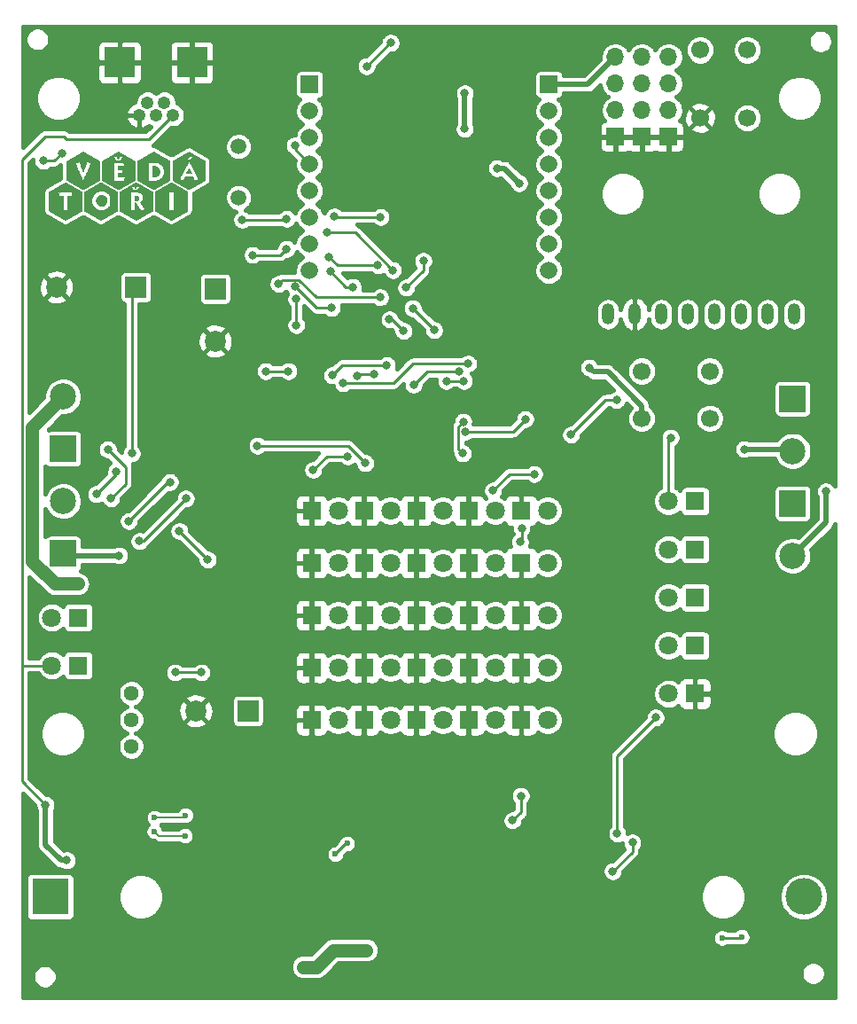
<source format=gbr>
G04 #@! TF.GenerationSoftware,KiCad,Pcbnew,(5.1.5)-3*
G04 #@! TF.CreationDate,2020-03-20T16:35:38+01:00*
G04 #@! TF.ProjectId,TrackRay_H00,54726163-6b52-4617-995f-4830302e6b69,rev?*
G04 #@! TF.SameCoordinates,Original*
G04 #@! TF.FileFunction,Copper,L1,Top*
G04 #@! TF.FilePolarity,Positive*
%FSLAX46Y46*%
G04 Gerber Fmt 4.6, Leading zero omitted, Abs format (unit mm)*
G04 Created by KiCad (PCBNEW (5.1.5)-3) date 2020-03-20 16:35:38*
%MOMM*%
%LPD*%
G04 APERTURE LIST*
%ADD10C,0.010000*%
%ADD11C,3.500000*%
%ADD12R,3.500000X3.500000*%
%ADD13C,2.500000*%
%ADD14R,2.500000X2.500000*%
%ADD15O,1.200000X2.000000*%
%ADD16R,1.665000X1.665000*%
%ADD17C,1.665000*%
%ADD18O,1.700000X1.700000*%
%ADD19R,1.700000X1.700000*%
%ADD20C,1.800000*%
%ADD21R,1.800000X1.800000*%
%ADD22C,1.500000*%
%ADD23C,0.750000*%
%ADD24R,5.000000X3.400000*%
%ADD25C,1.700000*%
%ADD26C,1.440000*%
%ADD27O,1.219200X1.219200*%
%ADD28R,2.895600X2.895600*%
%ADD29C,0.100000*%
%ADD30C,0.500000*%
%ADD31C,2.000000*%
%ADD32R,2.000000X2.000000*%
%ADD33C,0.800000*%
%ADD34C,1.000000*%
%ADD35C,0.600000*%
%ADD36C,0.254000*%
%ADD37C,0.508000*%
%ADD38C,1.270000*%
%ADD39C,0.127000*%
%ADD40C,0.457200*%
G04 APERTURE END LIST*
D10*
G36*
X4660005Y-15568698D02*
G01*
X4672484Y-15574531D01*
X4689912Y-15583486D01*
X4711086Y-15594936D01*
X4734801Y-15608254D01*
X4745430Y-15614371D01*
X4771416Y-15629413D01*
X4796747Y-15644038D01*
X4819843Y-15657336D01*
X4839125Y-15668399D01*
X4853012Y-15676317D01*
X4855647Y-15677806D01*
X4867960Y-15684822D01*
X4886029Y-15695222D01*
X4908223Y-15708063D01*
X4932912Y-15722400D01*
X4958463Y-15737289D01*
X4962629Y-15739721D01*
X4987616Y-15754274D01*
X5011496Y-15768101D01*
X5032781Y-15780349D01*
X5049981Y-15790159D01*
X5061607Y-15796677D01*
X5063236Y-15797566D01*
X5074508Y-15803842D01*
X5091255Y-15813391D01*
X5111585Y-15825123D01*
X5133604Y-15837950D01*
X5144182Y-15844155D01*
X5164462Y-15855972D01*
X5182161Y-15866084D01*
X5195968Y-15873757D01*
X5204574Y-15878259D01*
X5206752Y-15879137D01*
X5211958Y-15881539D01*
X5220244Y-15887332D01*
X5220442Y-15887488D01*
X5230144Y-15894131D01*
X5243928Y-15902430D01*
X5254198Y-15908111D01*
X5268366Y-15915831D01*
X5286837Y-15926181D01*
X5306542Y-15937431D01*
X5315413Y-15942572D01*
X5331328Y-15951785D01*
X5344213Y-15959129D01*
X5352466Y-15963698D01*
X5354640Y-15964760D01*
X5358518Y-15966923D01*
X5367505Y-15972567D01*
X5378545Y-15979744D01*
X5390907Y-15987533D01*
X5400531Y-15992951D01*
X5404950Y-15994728D01*
X5409745Y-15996835D01*
X5420421Y-16002623D01*
X5435562Y-16011291D01*
X5453750Y-16022040D01*
X5460702Y-16026224D01*
X5500327Y-16049907D01*
X5538187Y-16072017D01*
X5572342Y-16091431D01*
X5595195Y-16103998D01*
X5607592Y-16110841D01*
X5625059Y-16120701D01*
X5646206Y-16132771D01*
X5669645Y-16146247D01*
X5693985Y-16160322D01*
X5717838Y-16174192D01*
X5739814Y-16187049D01*
X5758523Y-16198090D01*
X5772577Y-16206507D01*
X5780585Y-16211496D01*
X5780603Y-16211507D01*
X5790566Y-16217752D01*
X5797363Y-16221312D01*
X5798504Y-16221629D01*
X5802939Y-16223707D01*
X5813357Y-16229431D01*
X5828404Y-16238033D01*
X5846726Y-16248744D01*
X5856070Y-16254280D01*
X5879337Y-16268013D01*
X5903716Y-16282214D01*
X5926526Y-16295333D01*
X5945084Y-16305819D01*
X5947337Y-16307070D01*
X5958590Y-16313335D01*
X5971069Y-16320365D01*
X5985557Y-16328612D01*
X6002836Y-16338528D01*
X6023690Y-16350564D01*
X6048900Y-16365172D01*
X6079250Y-16382803D01*
X6115522Y-16403910D01*
X6152832Y-16425641D01*
X6169261Y-16435064D01*
X6183535Y-16442980D01*
X6193623Y-16448276D01*
X6196714Y-16449692D01*
X6197577Y-16450326D01*
X6198372Y-16451771D01*
X6199101Y-16454370D01*
X6199767Y-16458463D01*
X6200372Y-16464392D01*
X6200920Y-16472499D01*
X6201414Y-16483124D01*
X6201855Y-16496611D01*
X6202248Y-16513300D01*
X6202594Y-16533532D01*
X6202898Y-16557650D01*
X6203161Y-16585994D01*
X6203386Y-16618907D01*
X6203577Y-16656729D01*
X6203736Y-16699803D01*
X6203866Y-16748470D01*
X6203970Y-16803071D01*
X6204050Y-16863948D01*
X6204110Y-16931443D01*
X6204153Y-17005896D01*
X6204181Y-17087650D01*
X6204197Y-17177047D01*
X6204204Y-17274426D01*
X6204206Y-17346934D01*
X6204203Y-17450057D01*
X6204193Y-17544959D01*
X6204174Y-17631982D01*
X6204142Y-17711466D01*
X6204094Y-17783754D01*
X6204028Y-17849186D01*
X6203941Y-17908105D01*
X6203829Y-17960851D01*
X6203691Y-18007765D01*
X6203523Y-18049190D01*
X6203322Y-18085467D01*
X6203085Y-18116936D01*
X6202810Y-18143940D01*
X6202494Y-18166820D01*
X6202134Y-18185917D01*
X6201727Y-18201572D01*
X6201270Y-18214127D01*
X6200761Y-18223924D01*
X6200196Y-18231303D01*
X6199573Y-18236607D01*
X6198888Y-18240176D01*
X6198140Y-18242352D01*
X6197325Y-18243476D01*
X6196714Y-18243820D01*
X6192510Y-18245530D01*
X6185863Y-18248809D01*
X6175886Y-18254143D01*
X6161696Y-18262021D01*
X6142408Y-18272933D01*
X6117136Y-18287367D01*
X6098627Y-18297981D01*
X6083250Y-18306722D01*
X6070533Y-18313789D01*
X6062417Y-18318112D01*
X6060787Y-18318875D01*
X6054012Y-18322808D01*
X6050084Y-18325744D01*
X6042954Y-18330487D01*
X6031063Y-18337404D01*
X6020117Y-18343337D01*
X6003941Y-18352356D01*
X5987919Y-18362132D01*
X5979874Y-18367506D01*
X5969451Y-18374461D01*
X5961941Y-18378708D01*
X5960093Y-18379323D01*
X5955439Y-18381365D01*
X5944887Y-18386955D01*
X5929912Y-18395284D01*
X5911988Y-18405545D01*
X5908291Y-18407692D01*
X5870668Y-18429591D01*
X5839677Y-18447606D01*
X5814560Y-18462174D01*
X5794559Y-18473735D01*
X5778916Y-18482727D01*
X5766872Y-18489588D01*
X5758967Y-18494033D01*
X5747965Y-18500277D01*
X5731657Y-18509664D01*
X5712119Y-18520994D01*
X5691423Y-18533068D01*
X5688328Y-18534880D01*
X5667228Y-18547149D01*
X5646556Y-18559004D01*
X5628538Y-18569180D01*
X5615396Y-18576413D01*
X5614250Y-18577024D01*
X5603307Y-18583061D01*
X5586638Y-18592549D01*
X5565867Y-18604548D01*
X5542621Y-18618119D01*
X5519248Y-18631896D01*
X5496850Y-18645072D01*
X5476954Y-18656606D01*
X5460734Y-18665831D01*
X5449362Y-18672079D01*
X5444014Y-18674685D01*
X5443823Y-18674721D01*
X5438400Y-18677241D01*
X5433938Y-18680657D01*
X5426624Y-18685817D01*
X5414607Y-18693101D01*
X5403632Y-18699220D01*
X5389250Y-18707110D01*
X5370594Y-18717585D01*
X5350772Y-18728894D01*
X5342012Y-18733956D01*
X5326091Y-18743139D01*
X5313202Y-18750459D01*
X5304952Y-18755009D01*
X5302785Y-18756063D01*
X5298907Y-18758226D01*
X5289920Y-18763870D01*
X5278880Y-18771047D01*
X5266372Y-18778854D01*
X5256437Y-18784275D01*
X5251692Y-18786031D01*
X5246035Y-18788274D01*
X5235764Y-18794109D01*
X5225007Y-18801015D01*
X5213185Y-18808810D01*
X5204496Y-18814229D01*
X5201080Y-18815999D01*
X5197036Y-18818057D01*
X5186786Y-18823784D01*
X5171504Y-18832509D01*
X5152368Y-18843560D01*
X5130550Y-18856268D01*
X5129863Y-18856670D01*
X5107946Y-18869424D01*
X5088636Y-18880540D01*
X5073116Y-18889346D01*
X5062571Y-18895169D01*
X5058188Y-18897339D01*
X5058166Y-18897341D01*
X5053674Y-18899388D01*
X5044016Y-18904744D01*
X5031819Y-18911930D01*
X5016317Y-18921179D01*
X4995961Y-18933179D01*
X4972380Y-18946987D01*
X4947202Y-18961654D01*
X4922058Y-18976236D01*
X4898577Y-18989786D01*
X4878387Y-19001359D01*
X4863120Y-19010008D01*
X4857787Y-19012970D01*
X4845321Y-19019926D01*
X4827730Y-19029907D01*
X4806484Y-19042060D01*
X4783059Y-19055534D01*
X4758925Y-19069476D01*
X4735557Y-19083036D01*
X4714427Y-19095359D01*
X4697008Y-19105596D01*
X4684773Y-19112895D01*
X4680893Y-19115280D01*
X4670885Y-19120625D01*
X4661039Y-19123167D01*
X4650072Y-19122555D01*
X4636704Y-19118442D01*
X4619653Y-19110477D01*
X4597639Y-19098312D01*
X4579513Y-19087661D01*
X4558434Y-19075161D01*
X4539213Y-19063863D01*
X4523375Y-19054656D01*
X4512443Y-19048428D01*
X4508874Y-19046490D01*
X4499222Y-19041159D01*
X4485897Y-19033330D01*
X4476766Y-19027770D01*
X4462431Y-19019137D01*
X4448888Y-19011368D01*
X4442517Y-19007933D01*
X4434190Y-19003407D01*
X4420224Y-18995548D01*
X4402369Y-18985348D01*
X4382374Y-18973805D01*
X4376159Y-18970193D01*
X4354613Y-18957718D01*
X4333468Y-18945592D01*
X4314904Y-18935059D01*
X4301105Y-18927363D01*
X4299098Y-18926268D01*
X4285438Y-18918502D01*
X4274155Y-18911460D01*
X4268793Y-18907557D01*
X4262359Y-18902736D01*
X4259775Y-18901622D01*
X4255361Y-18899597D01*
X4245233Y-18894130D01*
X4231052Y-18886134D01*
X4219441Y-18879428D01*
X4145239Y-18836838D01*
X4109381Y-18816760D01*
X4094451Y-18808343D01*
X4076136Y-18797820D01*
X4056290Y-18786281D01*
X4036766Y-18774813D01*
X4019420Y-18764505D01*
X4006106Y-18756444D01*
X3999419Y-18752223D01*
X3990217Y-18746644D01*
X3976379Y-18738865D01*
X3960898Y-18730570D01*
X3960888Y-18730565D01*
X3945401Y-18722228D01*
X3931556Y-18714345D01*
X3922358Y-18708627D01*
X3915726Y-18704490D01*
X3902805Y-18696819D01*
X3884760Y-18686292D01*
X3862759Y-18673586D01*
X3837966Y-18659379D01*
X3819611Y-18648924D01*
X3790582Y-18632392D01*
X3760771Y-18615346D01*
X3732042Y-18598857D01*
X3706255Y-18583995D01*
X3685275Y-18571828D01*
X3678333Y-18567773D01*
X3657152Y-18555437D01*
X3635944Y-18543219D01*
X3617182Y-18532534D01*
X3603413Y-18524841D01*
X3588534Y-18516343D01*
X3575325Y-18508210D01*
X3567517Y-18502838D01*
X3558690Y-18497138D01*
X3552475Y-18494914D01*
X3546599Y-18492665D01*
X3536163Y-18486815D01*
X3525394Y-18479930D01*
X3513569Y-18472134D01*
X3504873Y-18466715D01*
X3501449Y-18464946D01*
X3497276Y-18462930D01*
X3487349Y-18457489D01*
X3473303Y-18449530D01*
X3461680Y-18442823D01*
X3436747Y-18428341D01*
X3418102Y-18417529D01*
X3404635Y-18409749D01*
X3395232Y-18404364D01*
X3388782Y-18400737D01*
X3384173Y-18398231D01*
X3380794Y-18396466D01*
X3371486Y-18391371D01*
X3359525Y-18384462D01*
X3357248Y-18383109D01*
X3352421Y-18380247D01*
X3345762Y-18376340D01*
X3336613Y-18371007D01*
X3324317Y-18363869D01*
X3308217Y-18354544D01*
X3287658Y-18342653D01*
X3261981Y-18327816D01*
X3230531Y-18309652D01*
X3192650Y-18287782D01*
X3171018Y-18275295D01*
X3154708Y-18265860D01*
X3139408Y-18256977D01*
X3128131Y-18250396D01*
X3127137Y-18249812D01*
X3113223Y-18241628D01*
X3113223Y-16859518D01*
X3972733Y-16859518D01*
X4427533Y-16859518D01*
X4427533Y-18242326D01*
X4439771Y-18242326D01*
X4446419Y-18241930D01*
X4460695Y-18240794D01*
X4481706Y-18239000D01*
X4508555Y-18236625D01*
X4540348Y-18233752D01*
X4576191Y-18230460D01*
X4615190Y-18226828D01*
X4654898Y-18223084D01*
X4695707Y-18219220D01*
X4733906Y-18215613D01*
X4768650Y-18212344D01*
X4799096Y-18209491D01*
X4824397Y-18207133D01*
X4843711Y-18205349D01*
X4856192Y-18204218D01*
X4860996Y-18203819D01*
X4860998Y-18203819D01*
X4861357Y-18199611D01*
X4861705Y-18187299D01*
X4862039Y-18167340D01*
X4862358Y-18140190D01*
X4862658Y-18106308D01*
X4862939Y-18066151D01*
X4863198Y-18020176D01*
X4863432Y-17968842D01*
X4863640Y-17912604D01*
X4863818Y-17851922D01*
X4863966Y-17787251D01*
X4864081Y-17719051D01*
X4864161Y-17647778D01*
X4864203Y-17573889D01*
X4864209Y-17531657D01*
X4864209Y-16859518D01*
X5288042Y-16859518D01*
X5288042Y-16457091D01*
X4685471Y-16457142D01*
X4082901Y-16457193D01*
X4030330Y-16648723D01*
X4019547Y-16688018D01*
X4009401Y-16725010D01*
X4000130Y-16758833D01*
X3991970Y-16788621D01*
X3985160Y-16813506D01*
X3979936Y-16832622D01*
X3976536Y-16845101D01*
X3975246Y-16849886D01*
X3972733Y-16859518D01*
X3113223Y-16859518D01*
X3113223Y-16450529D01*
X3137839Y-16435756D01*
X3154085Y-16426219D01*
X3173826Y-16414931D01*
X3193022Y-16404200D01*
X3194565Y-16403352D01*
X3213447Y-16392811D01*
X3235748Y-16380107D01*
X3257546Y-16367481D01*
X3264133Y-16363611D01*
X3296635Y-16344436D01*
X3322739Y-16329064D01*
X3343415Y-16316931D01*
X3359632Y-16307476D01*
X3372359Y-16300136D01*
X3382565Y-16294350D01*
X3391220Y-16289556D01*
X3399292Y-16285190D01*
X3400059Y-16284780D01*
X3415699Y-16276133D01*
X3430797Y-16267321D01*
X3438589Y-16262488D01*
X3446671Y-16257540D01*
X3460653Y-16249272D01*
X3478979Y-16238578D01*
X3500097Y-16226353D01*
X3522452Y-16213491D01*
X3544491Y-16200887D01*
X3564660Y-16189435D01*
X3581404Y-16180030D01*
X3591469Y-16174483D01*
X3600290Y-16169558D01*
X3615569Y-16160866D01*
X3636366Y-16148951D01*
X3661739Y-16134356D01*
X3690749Y-16117623D01*
X3722454Y-16099295D01*
X3755915Y-16079917D01*
X3790190Y-16060029D01*
X3824339Y-16040177D01*
X3848352Y-16026191D01*
X3874680Y-16010873D01*
X3899567Y-15996449D01*
X3921727Y-15983661D01*
X3939876Y-15973249D01*
X3952728Y-15965953D01*
X3957521Y-15963292D01*
X3969286Y-15956743D01*
X3985757Y-15947361D01*
X4004271Y-15936670D01*
X4014403Y-15930757D01*
X4034137Y-15919256D01*
X4058062Y-15905405D01*
X4082926Y-15891084D01*
X4102166Y-15880060D01*
X4122158Y-15868598D01*
X4147271Y-15854133D01*
X4175233Y-15837978D01*
X4203771Y-15821445D01*
X4227355Y-15807744D01*
X4250316Y-15794444D01*
X4270709Y-15782747D01*
X4287401Y-15773294D01*
X4299258Y-15766725D01*
X4305145Y-15763682D01*
X4305552Y-15763547D01*
X4310054Y-15761409D01*
X4319535Y-15755845D01*
X4330203Y-15749164D01*
X4343292Y-15741063D01*
X4361260Y-15730340D01*
X4381502Y-15718535D01*
X4397197Y-15709564D01*
X4420224Y-15696529D01*
X4437435Y-15686744D01*
X4450472Y-15679252D01*
X4460977Y-15673099D01*
X4470593Y-15667327D01*
X4480961Y-15660981D01*
X4486463Y-15657588D01*
X4498713Y-15650283D01*
X4507957Y-15645244D01*
X4511775Y-15643675D01*
X4516682Y-15641592D01*
X4526326Y-15636241D01*
X4534186Y-15631507D01*
X4562428Y-15614324D01*
X4588682Y-15598946D01*
X4611923Y-15585932D01*
X4631125Y-15575836D01*
X4645265Y-15569217D01*
X4653316Y-15566630D01*
X4653680Y-15566614D01*
X4660005Y-15568698D01*
G37*
X4660005Y-15568698D02*
X4672484Y-15574531D01*
X4689912Y-15583486D01*
X4711086Y-15594936D01*
X4734801Y-15608254D01*
X4745430Y-15614371D01*
X4771416Y-15629413D01*
X4796747Y-15644038D01*
X4819843Y-15657336D01*
X4839125Y-15668399D01*
X4853012Y-15676317D01*
X4855647Y-15677806D01*
X4867960Y-15684822D01*
X4886029Y-15695222D01*
X4908223Y-15708063D01*
X4932912Y-15722400D01*
X4958463Y-15737289D01*
X4962629Y-15739721D01*
X4987616Y-15754274D01*
X5011496Y-15768101D01*
X5032781Y-15780349D01*
X5049981Y-15790159D01*
X5061607Y-15796677D01*
X5063236Y-15797566D01*
X5074508Y-15803842D01*
X5091255Y-15813391D01*
X5111585Y-15825123D01*
X5133604Y-15837950D01*
X5144182Y-15844155D01*
X5164462Y-15855972D01*
X5182161Y-15866084D01*
X5195968Y-15873757D01*
X5204574Y-15878259D01*
X5206752Y-15879137D01*
X5211958Y-15881539D01*
X5220244Y-15887332D01*
X5220442Y-15887488D01*
X5230144Y-15894131D01*
X5243928Y-15902430D01*
X5254198Y-15908111D01*
X5268366Y-15915831D01*
X5286837Y-15926181D01*
X5306542Y-15937431D01*
X5315413Y-15942572D01*
X5331328Y-15951785D01*
X5344213Y-15959129D01*
X5352466Y-15963698D01*
X5354640Y-15964760D01*
X5358518Y-15966923D01*
X5367505Y-15972567D01*
X5378545Y-15979744D01*
X5390907Y-15987533D01*
X5400531Y-15992951D01*
X5404950Y-15994728D01*
X5409745Y-15996835D01*
X5420421Y-16002623D01*
X5435562Y-16011291D01*
X5453750Y-16022040D01*
X5460702Y-16026224D01*
X5500327Y-16049907D01*
X5538187Y-16072017D01*
X5572342Y-16091431D01*
X5595195Y-16103998D01*
X5607592Y-16110841D01*
X5625059Y-16120701D01*
X5646206Y-16132771D01*
X5669645Y-16146247D01*
X5693985Y-16160322D01*
X5717838Y-16174192D01*
X5739814Y-16187049D01*
X5758523Y-16198090D01*
X5772577Y-16206507D01*
X5780585Y-16211496D01*
X5780603Y-16211507D01*
X5790566Y-16217752D01*
X5797363Y-16221312D01*
X5798504Y-16221629D01*
X5802939Y-16223707D01*
X5813357Y-16229431D01*
X5828404Y-16238033D01*
X5846726Y-16248744D01*
X5856070Y-16254280D01*
X5879337Y-16268013D01*
X5903716Y-16282214D01*
X5926526Y-16295333D01*
X5945084Y-16305819D01*
X5947337Y-16307070D01*
X5958590Y-16313335D01*
X5971069Y-16320365D01*
X5985557Y-16328612D01*
X6002836Y-16338528D01*
X6023690Y-16350564D01*
X6048900Y-16365172D01*
X6079250Y-16382803D01*
X6115522Y-16403910D01*
X6152832Y-16425641D01*
X6169261Y-16435064D01*
X6183535Y-16442980D01*
X6193623Y-16448276D01*
X6196714Y-16449692D01*
X6197577Y-16450326D01*
X6198372Y-16451771D01*
X6199101Y-16454370D01*
X6199767Y-16458463D01*
X6200372Y-16464392D01*
X6200920Y-16472499D01*
X6201414Y-16483124D01*
X6201855Y-16496611D01*
X6202248Y-16513300D01*
X6202594Y-16533532D01*
X6202898Y-16557650D01*
X6203161Y-16585994D01*
X6203386Y-16618907D01*
X6203577Y-16656729D01*
X6203736Y-16699803D01*
X6203866Y-16748470D01*
X6203970Y-16803071D01*
X6204050Y-16863948D01*
X6204110Y-16931443D01*
X6204153Y-17005896D01*
X6204181Y-17087650D01*
X6204197Y-17177047D01*
X6204204Y-17274426D01*
X6204206Y-17346934D01*
X6204203Y-17450057D01*
X6204193Y-17544959D01*
X6204174Y-17631982D01*
X6204142Y-17711466D01*
X6204094Y-17783754D01*
X6204028Y-17849186D01*
X6203941Y-17908105D01*
X6203829Y-17960851D01*
X6203691Y-18007765D01*
X6203523Y-18049190D01*
X6203322Y-18085467D01*
X6203085Y-18116936D01*
X6202810Y-18143940D01*
X6202494Y-18166820D01*
X6202134Y-18185917D01*
X6201727Y-18201572D01*
X6201270Y-18214127D01*
X6200761Y-18223924D01*
X6200196Y-18231303D01*
X6199573Y-18236607D01*
X6198888Y-18240176D01*
X6198140Y-18242352D01*
X6197325Y-18243476D01*
X6196714Y-18243820D01*
X6192510Y-18245530D01*
X6185863Y-18248809D01*
X6175886Y-18254143D01*
X6161696Y-18262021D01*
X6142408Y-18272933D01*
X6117136Y-18287367D01*
X6098627Y-18297981D01*
X6083250Y-18306722D01*
X6070533Y-18313789D01*
X6062417Y-18318112D01*
X6060787Y-18318875D01*
X6054012Y-18322808D01*
X6050084Y-18325744D01*
X6042954Y-18330487D01*
X6031063Y-18337404D01*
X6020117Y-18343337D01*
X6003941Y-18352356D01*
X5987919Y-18362132D01*
X5979874Y-18367506D01*
X5969451Y-18374461D01*
X5961941Y-18378708D01*
X5960093Y-18379323D01*
X5955439Y-18381365D01*
X5944887Y-18386955D01*
X5929912Y-18395284D01*
X5911988Y-18405545D01*
X5908291Y-18407692D01*
X5870668Y-18429591D01*
X5839677Y-18447606D01*
X5814560Y-18462174D01*
X5794559Y-18473735D01*
X5778916Y-18482727D01*
X5766872Y-18489588D01*
X5758967Y-18494033D01*
X5747965Y-18500277D01*
X5731657Y-18509664D01*
X5712119Y-18520994D01*
X5691423Y-18533068D01*
X5688328Y-18534880D01*
X5667228Y-18547149D01*
X5646556Y-18559004D01*
X5628538Y-18569180D01*
X5615396Y-18576413D01*
X5614250Y-18577024D01*
X5603307Y-18583061D01*
X5586638Y-18592549D01*
X5565867Y-18604548D01*
X5542621Y-18618119D01*
X5519248Y-18631896D01*
X5496850Y-18645072D01*
X5476954Y-18656606D01*
X5460734Y-18665831D01*
X5449362Y-18672079D01*
X5444014Y-18674685D01*
X5443823Y-18674721D01*
X5438400Y-18677241D01*
X5433938Y-18680657D01*
X5426624Y-18685817D01*
X5414607Y-18693101D01*
X5403632Y-18699220D01*
X5389250Y-18707110D01*
X5370594Y-18717585D01*
X5350772Y-18728894D01*
X5342012Y-18733956D01*
X5326091Y-18743139D01*
X5313202Y-18750459D01*
X5304952Y-18755009D01*
X5302785Y-18756063D01*
X5298907Y-18758226D01*
X5289920Y-18763870D01*
X5278880Y-18771047D01*
X5266372Y-18778854D01*
X5256437Y-18784275D01*
X5251692Y-18786031D01*
X5246035Y-18788274D01*
X5235764Y-18794109D01*
X5225007Y-18801015D01*
X5213185Y-18808810D01*
X5204496Y-18814229D01*
X5201080Y-18815999D01*
X5197036Y-18818057D01*
X5186786Y-18823784D01*
X5171504Y-18832509D01*
X5152368Y-18843560D01*
X5130550Y-18856268D01*
X5129863Y-18856670D01*
X5107946Y-18869424D01*
X5088636Y-18880540D01*
X5073116Y-18889346D01*
X5062571Y-18895169D01*
X5058188Y-18897339D01*
X5058166Y-18897341D01*
X5053674Y-18899388D01*
X5044016Y-18904744D01*
X5031819Y-18911930D01*
X5016317Y-18921179D01*
X4995961Y-18933179D01*
X4972380Y-18946987D01*
X4947202Y-18961654D01*
X4922058Y-18976236D01*
X4898577Y-18989786D01*
X4878387Y-19001359D01*
X4863120Y-19010008D01*
X4857787Y-19012970D01*
X4845321Y-19019926D01*
X4827730Y-19029907D01*
X4806484Y-19042060D01*
X4783059Y-19055534D01*
X4758925Y-19069476D01*
X4735557Y-19083036D01*
X4714427Y-19095359D01*
X4697008Y-19105596D01*
X4684773Y-19112895D01*
X4680893Y-19115280D01*
X4670885Y-19120625D01*
X4661039Y-19123167D01*
X4650072Y-19122555D01*
X4636704Y-19118442D01*
X4619653Y-19110477D01*
X4597639Y-19098312D01*
X4579513Y-19087661D01*
X4558434Y-19075161D01*
X4539213Y-19063863D01*
X4523375Y-19054656D01*
X4512443Y-19048428D01*
X4508874Y-19046490D01*
X4499222Y-19041159D01*
X4485897Y-19033330D01*
X4476766Y-19027770D01*
X4462431Y-19019137D01*
X4448888Y-19011368D01*
X4442517Y-19007933D01*
X4434190Y-19003407D01*
X4420224Y-18995548D01*
X4402369Y-18985348D01*
X4382374Y-18973805D01*
X4376159Y-18970193D01*
X4354613Y-18957718D01*
X4333468Y-18945592D01*
X4314904Y-18935059D01*
X4301105Y-18927363D01*
X4299098Y-18926268D01*
X4285438Y-18918502D01*
X4274155Y-18911460D01*
X4268793Y-18907557D01*
X4262359Y-18902736D01*
X4259775Y-18901622D01*
X4255361Y-18899597D01*
X4245233Y-18894130D01*
X4231052Y-18886134D01*
X4219441Y-18879428D01*
X4145239Y-18836838D01*
X4109381Y-18816760D01*
X4094451Y-18808343D01*
X4076136Y-18797820D01*
X4056290Y-18786281D01*
X4036766Y-18774813D01*
X4019420Y-18764505D01*
X4006106Y-18756444D01*
X3999419Y-18752223D01*
X3990217Y-18746644D01*
X3976379Y-18738865D01*
X3960898Y-18730570D01*
X3960888Y-18730565D01*
X3945401Y-18722228D01*
X3931556Y-18714345D01*
X3922358Y-18708627D01*
X3915726Y-18704490D01*
X3902805Y-18696819D01*
X3884760Y-18686292D01*
X3862759Y-18673586D01*
X3837966Y-18659379D01*
X3819611Y-18648924D01*
X3790582Y-18632392D01*
X3760771Y-18615346D01*
X3732042Y-18598857D01*
X3706255Y-18583995D01*
X3685275Y-18571828D01*
X3678333Y-18567773D01*
X3657152Y-18555437D01*
X3635944Y-18543219D01*
X3617182Y-18532534D01*
X3603413Y-18524841D01*
X3588534Y-18516343D01*
X3575325Y-18508210D01*
X3567517Y-18502838D01*
X3558690Y-18497138D01*
X3552475Y-18494914D01*
X3546599Y-18492665D01*
X3536163Y-18486815D01*
X3525394Y-18479930D01*
X3513569Y-18472134D01*
X3504873Y-18466715D01*
X3501449Y-18464946D01*
X3497276Y-18462930D01*
X3487349Y-18457489D01*
X3473303Y-18449530D01*
X3461680Y-18442823D01*
X3436747Y-18428341D01*
X3418102Y-18417529D01*
X3404635Y-18409749D01*
X3395232Y-18404364D01*
X3388782Y-18400737D01*
X3384173Y-18398231D01*
X3380794Y-18396466D01*
X3371486Y-18391371D01*
X3359525Y-18384462D01*
X3357248Y-18383109D01*
X3352421Y-18380247D01*
X3345762Y-18376340D01*
X3336613Y-18371007D01*
X3324317Y-18363869D01*
X3308217Y-18354544D01*
X3287658Y-18342653D01*
X3261981Y-18327816D01*
X3230531Y-18309652D01*
X3192650Y-18287782D01*
X3171018Y-18275295D01*
X3154708Y-18265860D01*
X3139408Y-18256977D01*
X3128131Y-18250396D01*
X3127137Y-18249812D01*
X3113223Y-18241628D01*
X3113223Y-16859518D01*
X3972733Y-16859518D01*
X4427533Y-16859518D01*
X4427533Y-18242326D01*
X4439771Y-18242326D01*
X4446419Y-18241930D01*
X4460695Y-18240794D01*
X4481706Y-18239000D01*
X4508555Y-18236625D01*
X4540348Y-18233752D01*
X4576191Y-18230460D01*
X4615190Y-18226828D01*
X4654898Y-18223084D01*
X4695707Y-18219220D01*
X4733906Y-18215613D01*
X4768650Y-18212344D01*
X4799096Y-18209491D01*
X4824397Y-18207133D01*
X4843711Y-18205349D01*
X4856192Y-18204218D01*
X4860996Y-18203819D01*
X4860998Y-18203819D01*
X4861357Y-18199611D01*
X4861705Y-18187299D01*
X4862039Y-18167340D01*
X4862358Y-18140190D01*
X4862658Y-18106308D01*
X4862939Y-18066151D01*
X4863198Y-18020176D01*
X4863432Y-17968842D01*
X4863640Y-17912604D01*
X4863818Y-17851922D01*
X4863966Y-17787251D01*
X4864081Y-17719051D01*
X4864161Y-17647778D01*
X4864203Y-17573889D01*
X4864209Y-17531657D01*
X4864209Y-16859518D01*
X5288042Y-16859518D01*
X5288042Y-16457091D01*
X4685471Y-16457142D01*
X4082901Y-16457193D01*
X4030330Y-16648723D01*
X4019547Y-16688018D01*
X4009401Y-16725010D01*
X4000130Y-16758833D01*
X3991970Y-16788621D01*
X3985160Y-16813506D01*
X3979936Y-16832622D01*
X3976536Y-16845101D01*
X3975246Y-16849886D01*
X3972733Y-16859518D01*
X3113223Y-16859518D01*
X3113223Y-16450529D01*
X3137839Y-16435756D01*
X3154085Y-16426219D01*
X3173826Y-16414931D01*
X3193022Y-16404200D01*
X3194565Y-16403352D01*
X3213447Y-16392811D01*
X3235748Y-16380107D01*
X3257546Y-16367481D01*
X3264133Y-16363611D01*
X3296635Y-16344436D01*
X3322739Y-16329064D01*
X3343415Y-16316931D01*
X3359632Y-16307476D01*
X3372359Y-16300136D01*
X3382565Y-16294350D01*
X3391220Y-16289556D01*
X3399292Y-16285190D01*
X3400059Y-16284780D01*
X3415699Y-16276133D01*
X3430797Y-16267321D01*
X3438589Y-16262488D01*
X3446671Y-16257540D01*
X3460653Y-16249272D01*
X3478979Y-16238578D01*
X3500097Y-16226353D01*
X3522452Y-16213491D01*
X3544491Y-16200887D01*
X3564660Y-16189435D01*
X3581404Y-16180030D01*
X3591469Y-16174483D01*
X3600290Y-16169558D01*
X3615569Y-16160866D01*
X3636366Y-16148951D01*
X3661739Y-16134356D01*
X3690749Y-16117623D01*
X3722454Y-16099295D01*
X3755915Y-16079917D01*
X3790190Y-16060029D01*
X3824339Y-16040177D01*
X3848352Y-16026191D01*
X3874680Y-16010873D01*
X3899567Y-15996449D01*
X3921727Y-15983661D01*
X3939876Y-15973249D01*
X3952728Y-15965953D01*
X3957521Y-15963292D01*
X3969286Y-15956743D01*
X3985757Y-15947361D01*
X4004271Y-15936670D01*
X4014403Y-15930757D01*
X4034137Y-15919256D01*
X4058062Y-15905405D01*
X4082926Y-15891084D01*
X4102166Y-15880060D01*
X4122158Y-15868598D01*
X4147271Y-15854133D01*
X4175233Y-15837978D01*
X4203771Y-15821445D01*
X4227355Y-15807744D01*
X4250316Y-15794444D01*
X4270709Y-15782747D01*
X4287401Y-15773294D01*
X4299258Y-15766725D01*
X4305145Y-15763682D01*
X4305552Y-15763547D01*
X4310054Y-15761409D01*
X4319535Y-15755845D01*
X4330203Y-15749164D01*
X4343292Y-15741063D01*
X4361260Y-15730340D01*
X4381502Y-15718535D01*
X4397197Y-15709564D01*
X4420224Y-15696529D01*
X4437435Y-15686744D01*
X4450472Y-15679252D01*
X4460977Y-15673099D01*
X4470593Y-15667327D01*
X4480961Y-15660981D01*
X4486463Y-15657588D01*
X4498713Y-15650283D01*
X4507957Y-15645244D01*
X4511775Y-15643675D01*
X4516682Y-15641592D01*
X4526326Y-15636241D01*
X4534186Y-15631507D01*
X4562428Y-15614324D01*
X4588682Y-15598946D01*
X4611923Y-15585932D01*
X4631125Y-15575836D01*
X4645265Y-15569217D01*
X4653316Y-15566630D01*
X4653680Y-15566614D01*
X4660005Y-15568698D01*
G36*
X8036374Y-15568623D02*
G01*
X8049301Y-15573885D01*
X8063714Y-15581133D01*
X8079682Y-15589892D01*
X8094989Y-15598215D01*
X8105028Y-15603609D01*
X8115101Y-15609202D01*
X8121470Y-15613187D01*
X8122153Y-15613748D01*
X8126994Y-15616834D01*
X8136671Y-15622045D01*
X8141421Y-15624451D01*
X8152678Y-15630828D01*
X8160542Y-15636690D01*
X8161969Y-15638323D01*
X8168735Y-15642837D01*
X8173742Y-15643675D01*
X8180588Y-15645172D01*
X8182092Y-15647163D01*
X8185514Y-15651237D01*
X8193952Y-15656813D01*
X8196006Y-15657925D01*
X8208851Y-15664896D01*
X8223479Y-15673179D01*
X8227044Y-15675256D01*
X8240228Y-15682827D01*
X8256853Y-15692147D01*
X8269855Y-15699303D01*
X8283094Y-15706772D01*
X8293093Y-15712895D01*
X8297683Y-15716343D01*
X8302426Y-15719821D01*
X8312385Y-15725564D01*
X8321229Y-15730197D01*
X8345378Y-15742587D01*
X8362582Y-15751859D01*
X8372512Y-15757834D01*
X8374740Y-15759631D01*
X8379373Y-15762854D01*
X8389284Y-15768734D01*
X8400430Y-15774955D01*
X8416582Y-15783956D01*
X8432725Y-15793279D01*
X8441101Y-15798301D01*
X8455718Y-15806880D01*
X8472400Y-15816108D01*
X8478561Y-15819360D01*
X8489904Y-15825784D01*
X8497286Y-15831022D01*
X8498896Y-15833108D01*
X8502477Y-15835756D01*
X8507153Y-15836326D01*
X8517103Y-15839110D01*
X8521066Y-15841916D01*
X8528031Y-15847171D01*
X8539369Y-15854236D01*
X8545989Y-15857971D01*
X8557398Y-15864345D01*
X8565361Y-15869122D01*
X8567394Y-15870575D01*
X8572101Y-15873942D01*
X8582325Y-15879927D01*
X8598811Y-15888953D01*
X8618768Y-15899574D01*
X8633399Y-15907561D01*
X8645583Y-15914683D01*
X8652804Y-15919466D01*
X8653017Y-15919640D01*
X8659895Y-15924220D01*
X8671898Y-15931171D01*
X8686493Y-15939032D01*
X8687266Y-15939434D01*
X8701125Y-15946835D01*
X8711758Y-15952923D01*
X8717067Y-15956492D01*
X8717234Y-15956676D01*
X8721864Y-15960102D01*
X8731898Y-15966342D01*
X8745200Y-15974153D01*
X8759636Y-15982290D01*
X8773069Y-15989509D01*
X8777170Y-15991604D01*
X8787264Y-15997199D01*
X8800325Y-16005096D01*
X8805983Y-16008692D01*
X8817070Y-16015448D01*
X8825274Y-16019685D01*
X8827627Y-16020415D01*
X8832984Y-16022761D01*
X8842182Y-16028642D01*
X8845907Y-16031316D01*
X8858302Y-16039486D01*
X8874125Y-16048635D01*
X8883989Y-16053792D01*
X8897972Y-16061326D01*
X8909688Y-16068682D01*
X8915028Y-16072859D01*
X8922692Y-16078636D01*
X8927460Y-16080351D01*
X8933485Y-16082594D01*
X8943692Y-16088326D01*
X8950604Y-16092778D01*
X8963349Y-16100681D01*
X8974865Y-16106679D01*
X8979052Y-16108339D01*
X8987626Y-16111959D01*
X8991227Y-16114686D01*
X8995788Y-16118096D01*
X9005962Y-16124255D01*
X9019760Y-16131974D01*
X9023336Y-16133897D01*
X9038440Y-16142202D01*
X9051113Y-16149609D01*
X9058987Y-16154724D01*
X9059725Y-16155305D01*
X9067011Y-16160170D01*
X9078947Y-16166947D01*
X9088320Y-16171826D01*
X9100841Y-16178589D01*
X9110027Y-16184456D01*
X9113189Y-16187298D01*
X9119275Y-16190964D01*
X9124195Y-16191661D01*
X9131027Y-16193046D01*
X9132520Y-16194871D01*
X9136029Y-16198345D01*
X9145185Y-16204281D01*
X9157136Y-16210926D01*
X9172479Y-16219287D01*
X9186715Y-16227630D01*
X9194581Y-16232679D01*
X9205534Y-16239477D01*
X9220471Y-16247773D01*
X9232041Y-16253714D01*
X9244727Y-16260479D01*
X9253615Y-16266203D01*
X9256658Y-16269421D01*
X9260234Y-16272374D01*
X9264863Y-16273002D01*
X9272362Y-16274453D01*
X9274496Y-16276213D01*
X9279139Y-16280613D01*
X9288915Y-16287298D01*
X9301270Y-16294776D01*
X9313653Y-16301555D01*
X9323511Y-16306143D01*
X9327581Y-16307251D01*
X9333100Y-16309117D01*
X9333718Y-16310559D01*
X9337156Y-16314405D01*
X9345779Y-16320102D01*
X9349773Y-16322306D01*
X9361018Y-16328500D01*
X9376674Y-16337483D01*
X9393841Y-16347584D01*
X9398539Y-16350394D01*
X9415087Y-16360053D01*
X9430476Y-16368552D01*
X9442070Y-16374449D01*
X9444562Y-16375556D01*
X9453580Y-16380293D01*
X9457824Y-16384493D01*
X9457871Y-16384831D01*
X9461432Y-16387969D01*
X9465779Y-16388593D01*
X9474464Y-16391311D01*
X9483974Y-16397710D01*
X9495149Y-16405897D01*
X9508347Y-16413422D01*
X9509245Y-16413850D01*
X9522683Y-16420770D01*
X9537604Y-16429313D01*
X9541354Y-16431617D01*
X9553660Y-16439180D01*
X9564252Y-16445427D01*
X9567040Y-16446983D01*
X9568025Y-16447592D01*
X9568931Y-16448543D01*
X9569762Y-16450179D01*
X9570521Y-16452844D01*
X9571211Y-16456880D01*
X9571835Y-16462631D01*
X9572398Y-16470441D01*
X9572901Y-16480653D01*
X9573349Y-16493611D01*
X9573744Y-16509657D01*
X9574090Y-16529135D01*
X9574391Y-16552389D01*
X9574648Y-16579761D01*
X9574866Y-16611596D01*
X9575049Y-16648237D01*
X9575198Y-16690026D01*
X9575318Y-16737308D01*
X9575411Y-16790426D01*
X9575482Y-16849723D01*
X9575532Y-16915543D01*
X9575566Y-16988228D01*
X9575587Y-17068123D01*
X9575598Y-17155571D01*
X9575602Y-17250915D01*
X9575603Y-17348035D01*
X9575582Y-17466540D01*
X9575521Y-17576725D01*
X9575419Y-17678573D01*
X9575276Y-17772065D01*
X9575093Y-17857184D01*
X9574870Y-17933911D01*
X9574606Y-18002229D01*
X9574301Y-18062120D01*
X9573957Y-18113566D01*
X9573572Y-18156549D01*
X9573147Y-18191051D01*
X9572682Y-18217054D01*
X9572178Y-18234541D01*
X9571633Y-18243493D01*
X9571322Y-18244772D01*
X9563463Y-18246996D01*
X9553980Y-18251585D01*
X9546226Y-18256689D01*
X9543494Y-18260138D01*
X9539912Y-18263084D01*
X9535145Y-18263732D01*
X9526189Y-18267125D01*
X9522431Y-18271224D01*
X9518928Y-18275838D01*
X9517938Y-18275351D01*
X9514753Y-18275474D01*
X9506826Y-18279621D01*
X9501830Y-18282843D01*
X9491114Y-18289441D01*
X9482915Y-18293293D01*
X9481001Y-18293700D01*
X9474408Y-18296153D01*
X9465895Y-18301767D01*
X9457141Y-18307701D01*
X9443521Y-18315903D01*
X9427785Y-18324724D01*
X9425717Y-18325836D01*
X9410559Y-18334223D01*
X9397776Y-18341802D01*
X9389771Y-18347137D01*
X9389036Y-18347737D01*
X9382404Y-18352545D01*
X9379618Y-18353636D01*
X9374859Y-18355844D01*
X9365489Y-18361517D01*
X9357929Y-18366479D01*
X9345961Y-18373759D01*
X9336040Y-18378414D01*
X9332240Y-18379323D01*
X9324233Y-18382473D01*
X9322158Y-18384780D01*
X9316849Y-18389338D01*
X9306084Y-18396217D01*
X9292109Y-18403993D01*
X9290907Y-18404618D01*
X9272801Y-18414429D01*
X9253942Y-18425353D01*
X9240948Y-18433410D01*
X9228669Y-18441014D01*
X9219085Y-18446236D01*
X9214846Y-18447821D01*
X9209060Y-18450387D01*
X9201003Y-18456383D01*
X9192145Y-18462535D01*
X9185364Y-18464946D01*
X9180097Y-18467213D01*
X9179597Y-18468762D01*
X9176038Y-18472682D01*
X9167147Y-18477837D01*
X9163543Y-18479486D01*
X9147463Y-18487086D01*
X9134751Y-18494376D01*
X9128224Y-18499516D01*
X9123611Y-18502506D01*
X9113381Y-18508150D01*
X9099599Y-18515318D01*
X9097185Y-18516539D01*
X9083357Y-18523914D01*
X9073134Y-18530140D01*
X9068409Y-18534049D01*
X9068288Y-18534413D01*
X9064804Y-18537350D01*
X9061829Y-18537725D01*
X9054806Y-18540106D01*
X9044094Y-18546177D01*
X9037640Y-18550568D01*
X9026948Y-18557908D01*
X9019099Y-18562557D01*
X9016808Y-18563412D01*
X9011725Y-18565478D01*
X9001267Y-18570962D01*
X8987257Y-18578792D01*
X8971519Y-18587898D01*
X8955877Y-18597208D01*
X8942156Y-18605651D01*
X8932178Y-18612155D01*
X8927769Y-18615649D01*
X8927724Y-18615734D01*
X8922796Y-18618811D01*
X8920446Y-18619067D01*
X8913785Y-18621330D01*
X8903071Y-18627130D01*
X8895566Y-18631910D01*
X8884165Y-18639125D01*
X8875437Y-18643784D01*
X8872447Y-18644753D01*
X8866810Y-18647079D01*
X8857150Y-18652981D01*
X8851662Y-18656783D01*
X8838303Y-18665515D01*
X8821606Y-18675245D01*
X8810349Y-18681224D01*
X8797692Y-18688090D01*
X8788808Y-18693837D01*
X8785733Y-18697021D01*
X8782150Y-18699803D01*
X8777423Y-18700408D01*
X8769196Y-18702421D01*
X8766408Y-18704785D01*
X8761430Y-18708797D01*
X8750976Y-18715112D01*
X8737305Y-18722367D01*
X8737258Y-18722390D01*
X8722867Y-18729912D01*
X8710975Y-18736705D01*
X8704391Y-18741125D01*
X8697392Y-18745951D01*
X8685501Y-18753084D01*
X8672800Y-18760156D01*
X8658849Y-18768070D01*
X8647402Y-18775308D01*
X8641456Y-18779856D01*
X8633588Y-18785027D01*
X8629355Y-18786031D01*
X8622508Y-18788327D01*
X8611481Y-18794163D01*
X8598959Y-18801960D01*
X8587628Y-18810139D01*
X8585770Y-18811658D01*
X8577179Y-18815639D01*
X8574210Y-18815999D01*
X8566297Y-18819217D01*
X8564396Y-18821354D01*
X8558788Y-18826194D01*
X8548199Y-18832698D01*
X8540637Y-18836639D01*
X8529224Y-18842902D01*
X8521846Y-18848277D01*
X8520302Y-18850548D01*
X8516727Y-18853823D01*
X8512045Y-18854529D01*
X8502055Y-18857445D01*
X8497789Y-18860529D01*
X8490846Y-18865682D01*
X8479091Y-18872803D01*
X8468585Y-18878506D01*
X8455959Y-18885278D01*
X8446696Y-18890720D01*
X8443241Y-18893251D01*
X8441382Y-18895026D01*
X8437460Y-18897587D01*
X8430223Y-18901619D01*
X8418419Y-18907806D01*
X8400795Y-18916830D01*
X8390285Y-18922175D01*
X8376525Y-18929505D01*
X8366160Y-18935665D01*
X8361233Y-18939433D01*
X8361113Y-18939642D01*
X8356822Y-18943151D01*
X8347039Y-18948902D01*
X8336213Y-18954487D01*
X8314418Y-18965560D01*
X8300266Y-18973757D01*
X8293410Y-18979280D01*
X8293402Y-18979290D01*
X8288894Y-18982404D01*
X8278631Y-18988424D01*
X8264449Y-18996289D01*
X8257012Y-19000290D01*
X8241630Y-19008649D01*
X8229312Y-19015648D01*
X8221892Y-19020230D01*
X8220622Y-19021243D01*
X8216066Y-19024328D01*
X8205793Y-19030192D01*
X8191728Y-19037750D01*
X8186373Y-19040539D01*
X8171442Y-19048481D01*
X8159648Y-19055176D01*
X8152917Y-19059515D01*
X8152124Y-19060258D01*
X8147499Y-19063720D01*
X8137445Y-19069776D01*
X8124297Y-19077030D01*
X8106957Y-19086396D01*
X8086737Y-19097540D01*
X8069063Y-19107459D01*
X8048737Y-19117836D01*
X8032330Y-19122744D01*
X8017258Y-19122285D01*
X8000938Y-19116562D01*
X7989441Y-19110626D01*
X7976799Y-19103314D01*
X7967447Y-19097338D01*
X7963754Y-19094344D01*
X7959046Y-19090839D01*
X7948977Y-19084995D01*
X7938067Y-19079272D01*
X7923504Y-19071483D01*
X7910653Y-19063820D01*
X7904385Y-19059504D01*
X7896079Y-19054577D01*
X7890471Y-19053913D01*
X7886889Y-19053372D01*
X7886693Y-19052214D01*
X7883235Y-19047517D01*
X7879201Y-19045361D01*
X7868643Y-19040487D01*
X7855416Y-19033298D01*
X7843515Y-19026042D01*
X7838581Y-19022516D01*
X7832034Y-19018005D01*
X7820213Y-19010951D01*
X7802355Y-19000915D01*
X7777697Y-18987459D01*
X7775384Y-18986208D01*
X7762047Y-18978779D01*
X7751370Y-18972429D01*
X7746486Y-18969140D01*
X7741902Y-18966789D01*
X7741135Y-18967622D01*
X7738489Y-18967122D01*
X7732088Y-18962023D01*
X7731739Y-18961700D01*
X7720838Y-18953951D01*
X7708193Y-18947830D01*
X7698791Y-18943618D01*
X7694147Y-18939944D01*
X7694042Y-18939517D01*
X7690526Y-18936044D01*
X7681414Y-18930317D01*
X7671566Y-18925055D01*
X7658046Y-18917829D01*
X7646978Y-18911122D01*
X7642331Y-18907705D01*
X7634547Y-18902698D01*
X7630455Y-18901622D01*
X7624426Y-18899337D01*
X7613943Y-18893402D01*
X7603554Y-18886638D01*
X7591292Y-18878695D01*
X7581469Y-18873217D01*
X7576901Y-18871535D01*
X7570857Y-18869047D01*
X7560980Y-18862858D01*
X7555213Y-18858691D01*
X7544692Y-18851281D01*
X7536778Y-18846694D01*
X7534532Y-18845967D01*
X7529184Y-18843754D01*
X7519102Y-18837990D01*
X7508095Y-18830983D01*
X7495216Y-18823103D01*
X7484420Y-18817675D01*
X7478828Y-18815999D01*
X7472096Y-18814061D01*
X7470709Y-18812444D01*
X7466508Y-18808863D01*
X7456637Y-18802542D01*
X7443025Y-18794696D01*
X7439314Y-18792665D01*
X7424234Y-18784266D01*
X7411572Y-18776791D01*
X7403686Y-18771638D01*
X7402925Y-18771040D01*
X7393326Y-18765204D01*
X7387625Y-18762942D01*
X7377369Y-18757949D01*
X7370282Y-18752803D01*
X7356268Y-18742371D01*
X7343241Y-18735959D01*
X7336625Y-18734657D01*
X7330884Y-18732809D01*
X7330145Y-18731219D01*
X7326620Y-18727601D01*
X7317531Y-18721890D01*
X7308806Y-18717305D01*
X7297085Y-18711026D01*
X7289306Y-18705854D01*
X7287400Y-18703619D01*
X7284049Y-18700485D01*
X7283136Y-18700408D01*
X7277551Y-18698252D01*
X7267234Y-18692641D01*
X7256379Y-18686019D01*
X7242842Y-18677850D01*
X7230940Y-18671462D01*
X7224695Y-18668768D01*
X7214616Y-18663795D01*
X7205846Y-18657470D01*
X7196355Y-18651318D01*
X7188569Y-18649035D01*
X7181393Y-18647467D01*
X7179592Y-18645824D01*
X7174775Y-18640979D01*
X7165131Y-18634129D01*
X7153529Y-18627026D01*
X7142834Y-18621422D01*
X7135916Y-18619069D01*
X7135802Y-18619067D01*
X7129353Y-18617044D01*
X7128218Y-18615630D01*
X7123872Y-18611596D01*
X7114284Y-18604979D01*
X7101794Y-18597178D01*
X7088739Y-18589590D01*
X7077459Y-18583613D01*
X7070294Y-18580646D01*
X7069506Y-18580536D01*
X7064942Y-18577918D01*
X7064715Y-18576775D01*
X7061146Y-18572850D01*
X7052396Y-18568150D01*
X7050801Y-18567492D01*
X7038718Y-18561718D01*
X7024297Y-18553519D01*
X7018268Y-18549707D01*
X7006760Y-18542525D01*
X6997821Y-18537657D01*
X6994889Y-18536513D01*
X6987111Y-18533159D01*
X6985681Y-18532170D01*
X6974898Y-18524474D01*
X6961470Y-18515678D01*
X6947540Y-18507085D01*
X6935255Y-18499998D01*
X6926761Y-18495719D01*
X6924517Y-18495035D01*
X6918374Y-18492615D01*
X6907944Y-18486471D01*
X6898319Y-18479930D01*
X6885967Y-18471852D01*
X6875525Y-18466412D01*
X6870482Y-18464946D01*
X6864429Y-18463206D01*
X6863501Y-18461489D01*
X6859995Y-18458046D01*
X6850597Y-18451694D01*
X6836983Y-18443526D01*
X6828960Y-18439013D01*
X6802027Y-18424157D01*
X6781620Y-18412822D01*
X6766748Y-18404431D01*
X6756417Y-18398407D01*
X6749636Y-18394171D01*
X6745414Y-18391148D01*
X6742952Y-18388955D01*
X6734181Y-18384237D01*
X6729929Y-18383604D01*
X6723446Y-18382054D01*
X6722223Y-18380243D01*
X6718712Y-18376707D01*
X6709537Y-18370764D01*
X6697607Y-18364189D01*
X6682724Y-18356274D01*
X6669381Y-18348771D01*
X6662116Y-18344352D01*
X6652640Y-18338539D01*
X6638834Y-18330544D01*
X6625727Y-18323224D01*
X6611835Y-18315250D01*
X6600525Y-18308110D01*
X6594554Y-18303610D01*
X6585556Y-18298747D01*
X6580640Y-18297981D01*
X6573845Y-18296550D01*
X6572383Y-18294681D01*
X6568907Y-18291026D01*
X6559972Y-18285165D01*
X6552048Y-18280767D01*
X6536139Y-18272025D01*
X6519988Y-18262492D01*
X6514588Y-18259101D01*
X6502697Y-18251859D01*
X6492737Y-18246520D01*
X6489972Y-18245322D01*
X6489109Y-18244703D01*
X6488315Y-18243272D01*
X6487586Y-18240689D01*
X6486921Y-18236612D01*
X6486316Y-18230700D01*
X6485769Y-18222612D01*
X6485275Y-18212007D01*
X6484834Y-18198545D01*
X6484441Y-18181883D01*
X6484095Y-18161681D01*
X6483791Y-18137598D01*
X6483528Y-18109292D01*
X6483302Y-18076423D01*
X6483111Y-18038650D01*
X6482952Y-17995631D01*
X6482822Y-17947025D01*
X6482717Y-17892492D01*
X6482636Y-17831690D01*
X6482576Y-17764278D01*
X6482533Y-17689916D01*
X6482505Y-17608261D01*
X6482488Y-17518974D01*
X6482481Y-17421712D01*
X6482480Y-17346061D01*
X6482481Y-17272648D01*
X7149279Y-17272648D01*
X7152194Y-17353465D01*
X7161191Y-17429565D01*
X7176652Y-17502615D01*
X7198958Y-17574287D01*
X7228490Y-17646249D01*
X7240105Y-17670794D01*
X7282696Y-17748452D01*
X7331958Y-17821014D01*
X7387459Y-17888174D01*
X7448771Y-17949622D01*
X7515463Y-18005049D01*
X7587105Y-18054147D01*
X7663268Y-18096607D01*
X7743522Y-18132121D01*
X7827436Y-18160380D01*
X7914581Y-18181075D01*
X7961613Y-18188827D01*
X7985540Y-18191244D01*
X8015808Y-18192870D01*
X8050540Y-18193731D01*
X8087860Y-18193856D01*
X8125890Y-18193272D01*
X8162754Y-18192006D01*
X8196576Y-18190087D01*
X8225477Y-18187542D01*
X8246309Y-18184635D01*
X8337399Y-18163998D01*
X8424358Y-18136026D01*
X8506935Y-18100893D01*
X8584880Y-18058773D01*
X8657944Y-18009840D01*
X8725874Y-17954268D01*
X8788422Y-17892233D01*
X8845338Y-17823907D01*
X8896370Y-17749465D01*
X8914003Y-17719897D01*
X8939854Y-17674814D01*
X8939854Y-16870483D01*
X8914003Y-16825400D01*
X8865265Y-16748736D01*
X8810531Y-16678098D01*
X8750063Y-16613668D01*
X8684121Y-16555629D01*
X8612968Y-16504161D01*
X8536865Y-16459448D01*
X8456074Y-16421671D01*
X8370856Y-16391013D01*
X8281473Y-16367655D01*
X8246309Y-16360702D01*
X8219074Y-16356912D01*
X8185402Y-16353992D01*
X8147378Y-16351978D01*
X8107087Y-16350902D01*
X8066613Y-16350800D01*
X8028041Y-16351704D01*
X7993456Y-16353649D01*
X7968608Y-16356166D01*
X7880645Y-16371859D01*
X7795366Y-16395279D01*
X7713253Y-16426094D01*
X7634789Y-16463968D01*
X7560457Y-16508566D01*
X7490739Y-16559555D01*
X7426118Y-16616600D01*
X7367077Y-16679367D01*
X7314098Y-16747521D01*
X7267664Y-16820728D01*
X7249442Y-16854432D01*
X7214401Y-16930030D01*
X7187220Y-17005447D01*
X7167579Y-17082018D01*
X7155159Y-17161078D01*
X7149640Y-17243961D01*
X7149279Y-17272648D01*
X6482481Y-17272648D01*
X6482482Y-17242810D01*
X6482492Y-17147780D01*
X6482511Y-17060630D01*
X6482543Y-16981020D01*
X6482591Y-16908608D01*
X6482656Y-16843053D01*
X6482743Y-16784015D01*
X6482855Y-16731152D01*
X6482993Y-16684123D01*
X6483160Y-16642588D01*
X6483360Y-16606205D01*
X6483596Y-16574634D01*
X6483870Y-16547533D01*
X6484185Y-16524561D01*
X6484544Y-16505378D01*
X6484950Y-16489642D01*
X6485405Y-16477013D01*
X6485913Y-16467149D01*
X6486476Y-16459710D01*
X6487097Y-16454354D01*
X6487779Y-16450741D01*
X6488525Y-16448529D01*
X6489337Y-16447378D01*
X6489972Y-16447012D01*
X6499671Y-16442583D01*
X6510354Y-16436263D01*
X6516729Y-16431404D01*
X6521229Y-16428619D01*
X6531563Y-16422893D01*
X6545951Y-16415199D01*
X6555259Y-16410320D01*
X6571172Y-16401856D01*
X6584036Y-16394677D01*
X6592065Y-16389797D01*
X6593789Y-16388439D01*
X6598334Y-16385142D01*
X6608472Y-16379024D01*
X6622228Y-16371266D01*
X6625898Y-16369264D01*
X6644066Y-16359075D01*
X6662749Y-16348052D01*
X6677715Y-16338700D01*
X6689816Y-16331117D01*
X6699124Y-16325924D01*
X6703064Y-16324376D01*
X6708826Y-16321846D01*
X6713324Y-16318468D01*
X6720221Y-16313659D01*
X6732312Y-16306318D01*
X6747206Y-16297886D01*
X6750051Y-16296336D01*
X6764290Y-16288299D01*
X6775262Y-16281490D01*
X6781041Y-16277120D01*
X6781446Y-16276557D01*
X6786369Y-16273253D01*
X6788564Y-16273002D01*
X6794924Y-16270774D01*
X6805791Y-16264974D01*
X6817007Y-16258018D01*
X6829650Y-16250194D01*
X6839867Y-16244772D01*
X6844903Y-16243034D01*
X6851879Y-16240256D01*
X6856599Y-16236481D01*
X6863763Y-16231120D01*
X6875815Y-16223758D01*
X6887943Y-16217149D01*
X6909833Y-16205559D01*
X6924271Y-16197180D01*
X6931644Y-16191784D01*
X6931999Y-16191410D01*
X6936561Y-16188485D01*
X6946847Y-16182779D01*
X6960928Y-16175350D01*
X6966248Y-16172614D01*
X6981194Y-16164757D01*
X6992995Y-16158138D01*
X6999716Y-16153858D01*
X7000497Y-16153136D01*
X7005054Y-16149789D01*
X7015219Y-16143670D01*
X7029007Y-16135960D01*
X7032606Y-16134019D01*
X7047311Y-16126014D01*
X7059232Y-16119281D01*
X7066208Y-16115046D01*
X7066855Y-16114578D01*
X7072381Y-16111126D01*
X7083475Y-16104812D01*
X7098132Y-16096769D01*
X7104682Y-16093247D01*
X7130638Y-16078897D01*
X7152514Y-16065852D01*
X7168849Y-16055007D01*
X7174773Y-16050443D01*
X7182260Y-16046503D01*
X7184751Y-16046102D01*
X7190618Y-16043875D01*
X7201092Y-16038078D01*
X7212131Y-16031118D01*
X7224344Y-16023321D01*
X7233726Y-16017902D01*
X7237883Y-16016134D01*
X7243263Y-16013877D01*
X7251941Y-16008413D01*
X7252424Y-16008072D01*
X7264172Y-16000545D01*
X7282555Y-15989826D01*
X7306530Y-15976511D01*
X7328005Y-15964939D01*
X7339715Y-15958139D01*
X7353526Y-15949376D01*
X7357896Y-15946444D01*
X7368839Y-15939573D01*
X7377220Y-15935388D01*
X7379540Y-15934792D01*
X7385583Y-15932409D01*
X7395197Y-15926440D01*
X7398882Y-15923792D01*
X7411720Y-15915069D01*
X7424447Y-15907682D01*
X7426471Y-15906676D01*
X7439516Y-15899721D01*
X7452158Y-15891981D01*
X7465236Y-15883857D01*
X7477844Y-15876844D01*
X7497962Y-15866350D01*
X7515673Y-15856696D01*
X7529477Y-15848732D01*
X7537877Y-15843309D01*
X7539590Y-15841805D01*
X7544254Y-15838497D01*
X7554749Y-15832360D01*
X7569263Y-15824427D01*
X7578451Y-15819597D01*
X7594372Y-15811155D01*
X7607239Y-15803981D01*
X7615265Y-15799090D01*
X7616982Y-15797723D01*
X7621488Y-15794489D01*
X7631748Y-15788362D01*
X7645928Y-15780417D01*
X7653371Y-15776390D01*
X7668744Y-15768011D01*
X7681059Y-15761014D01*
X7688483Y-15756453D01*
X7689761Y-15755452D01*
X7694492Y-15752146D01*
X7704326Y-15746472D01*
X7712237Y-15742230D01*
X7723574Y-15735749D01*
X7730956Y-15730446D01*
X7732572Y-15728317D01*
X7736153Y-15725601D01*
X7740829Y-15725016D01*
X7750778Y-15722221D01*
X7754742Y-15719403D01*
X7761083Y-15714762D01*
X7772725Y-15707580D01*
X7787368Y-15699261D01*
X7790327Y-15697654D01*
X7804666Y-15689722D01*
X7815871Y-15683150D01*
X7821958Y-15679111D01*
X7822436Y-15678651D01*
X7827132Y-15675273D01*
X7837120Y-15669404D01*
X7847794Y-15663614D01*
X7861262Y-15656087D01*
X7872160Y-15649187D01*
X7876998Y-15645419D01*
X7884978Y-15640323D01*
X7889184Y-15639394D01*
X7895794Y-15637060D01*
X7906637Y-15631010D01*
X7916661Y-15624410D01*
X7928794Y-15616431D01*
X7938555Y-15610996D01*
X7943037Y-15609426D01*
X7950192Y-15606828D01*
X7954854Y-15603517D01*
X7964372Y-15596700D01*
X7978181Y-15588547D01*
X7993896Y-15580262D01*
X8009130Y-15573051D01*
X8021497Y-15568117D01*
X8027971Y-15566614D01*
X8036374Y-15568623D01*
G37*
X8036374Y-15568623D02*
X8049301Y-15573885D01*
X8063714Y-15581133D01*
X8079682Y-15589892D01*
X8094989Y-15598215D01*
X8105028Y-15603609D01*
X8115101Y-15609202D01*
X8121470Y-15613187D01*
X8122153Y-15613748D01*
X8126994Y-15616834D01*
X8136671Y-15622045D01*
X8141421Y-15624451D01*
X8152678Y-15630828D01*
X8160542Y-15636690D01*
X8161969Y-15638323D01*
X8168735Y-15642837D01*
X8173742Y-15643675D01*
X8180588Y-15645172D01*
X8182092Y-15647163D01*
X8185514Y-15651237D01*
X8193952Y-15656813D01*
X8196006Y-15657925D01*
X8208851Y-15664896D01*
X8223479Y-15673179D01*
X8227044Y-15675256D01*
X8240228Y-15682827D01*
X8256853Y-15692147D01*
X8269855Y-15699303D01*
X8283094Y-15706772D01*
X8293093Y-15712895D01*
X8297683Y-15716343D01*
X8302426Y-15719821D01*
X8312385Y-15725564D01*
X8321229Y-15730197D01*
X8345378Y-15742587D01*
X8362582Y-15751859D01*
X8372512Y-15757834D01*
X8374740Y-15759631D01*
X8379373Y-15762854D01*
X8389284Y-15768734D01*
X8400430Y-15774955D01*
X8416582Y-15783956D01*
X8432725Y-15793279D01*
X8441101Y-15798301D01*
X8455718Y-15806880D01*
X8472400Y-15816108D01*
X8478561Y-15819360D01*
X8489904Y-15825784D01*
X8497286Y-15831022D01*
X8498896Y-15833108D01*
X8502477Y-15835756D01*
X8507153Y-15836326D01*
X8517103Y-15839110D01*
X8521066Y-15841916D01*
X8528031Y-15847171D01*
X8539369Y-15854236D01*
X8545989Y-15857971D01*
X8557398Y-15864345D01*
X8565361Y-15869122D01*
X8567394Y-15870575D01*
X8572101Y-15873942D01*
X8582325Y-15879927D01*
X8598811Y-15888953D01*
X8618768Y-15899574D01*
X8633399Y-15907561D01*
X8645583Y-15914683D01*
X8652804Y-15919466D01*
X8653017Y-15919640D01*
X8659895Y-15924220D01*
X8671898Y-15931171D01*
X8686493Y-15939032D01*
X8687266Y-15939434D01*
X8701125Y-15946835D01*
X8711758Y-15952923D01*
X8717067Y-15956492D01*
X8717234Y-15956676D01*
X8721864Y-15960102D01*
X8731898Y-15966342D01*
X8745200Y-15974153D01*
X8759636Y-15982290D01*
X8773069Y-15989509D01*
X8777170Y-15991604D01*
X8787264Y-15997199D01*
X8800325Y-16005096D01*
X8805983Y-16008692D01*
X8817070Y-16015448D01*
X8825274Y-16019685D01*
X8827627Y-16020415D01*
X8832984Y-16022761D01*
X8842182Y-16028642D01*
X8845907Y-16031316D01*
X8858302Y-16039486D01*
X8874125Y-16048635D01*
X8883989Y-16053792D01*
X8897972Y-16061326D01*
X8909688Y-16068682D01*
X8915028Y-16072859D01*
X8922692Y-16078636D01*
X8927460Y-16080351D01*
X8933485Y-16082594D01*
X8943692Y-16088326D01*
X8950604Y-16092778D01*
X8963349Y-16100681D01*
X8974865Y-16106679D01*
X8979052Y-16108339D01*
X8987626Y-16111959D01*
X8991227Y-16114686D01*
X8995788Y-16118096D01*
X9005962Y-16124255D01*
X9019760Y-16131974D01*
X9023336Y-16133897D01*
X9038440Y-16142202D01*
X9051113Y-16149609D01*
X9058987Y-16154724D01*
X9059725Y-16155305D01*
X9067011Y-16160170D01*
X9078947Y-16166947D01*
X9088320Y-16171826D01*
X9100841Y-16178589D01*
X9110027Y-16184456D01*
X9113189Y-16187298D01*
X9119275Y-16190964D01*
X9124195Y-16191661D01*
X9131027Y-16193046D01*
X9132520Y-16194871D01*
X9136029Y-16198345D01*
X9145185Y-16204281D01*
X9157136Y-16210926D01*
X9172479Y-16219287D01*
X9186715Y-16227630D01*
X9194581Y-16232679D01*
X9205534Y-16239477D01*
X9220471Y-16247773D01*
X9232041Y-16253714D01*
X9244727Y-16260479D01*
X9253615Y-16266203D01*
X9256658Y-16269421D01*
X9260234Y-16272374D01*
X9264863Y-16273002D01*
X9272362Y-16274453D01*
X9274496Y-16276213D01*
X9279139Y-16280613D01*
X9288915Y-16287298D01*
X9301270Y-16294776D01*
X9313653Y-16301555D01*
X9323511Y-16306143D01*
X9327581Y-16307251D01*
X9333100Y-16309117D01*
X9333718Y-16310559D01*
X9337156Y-16314405D01*
X9345779Y-16320102D01*
X9349773Y-16322306D01*
X9361018Y-16328500D01*
X9376674Y-16337483D01*
X9393841Y-16347584D01*
X9398539Y-16350394D01*
X9415087Y-16360053D01*
X9430476Y-16368552D01*
X9442070Y-16374449D01*
X9444562Y-16375556D01*
X9453580Y-16380293D01*
X9457824Y-16384493D01*
X9457871Y-16384831D01*
X9461432Y-16387969D01*
X9465779Y-16388593D01*
X9474464Y-16391311D01*
X9483974Y-16397710D01*
X9495149Y-16405897D01*
X9508347Y-16413422D01*
X9509245Y-16413850D01*
X9522683Y-16420770D01*
X9537604Y-16429313D01*
X9541354Y-16431617D01*
X9553660Y-16439180D01*
X9564252Y-16445427D01*
X9567040Y-16446983D01*
X9568025Y-16447592D01*
X9568931Y-16448543D01*
X9569762Y-16450179D01*
X9570521Y-16452844D01*
X9571211Y-16456880D01*
X9571835Y-16462631D01*
X9572398Y-16470441D01*
X9572901Y-16480653D01*
X9573349Y-16493611D01*
X9573744Y-16509657D01*
X9574090Y-16529135D01*
X9574391Y-16552389D01*
X9574648Y-16579761D01*
X9574866Y-16611596D01*
X9575049Y-16648237D01*
X9575198Y-16690026D01*
X9575318Y-16737308D01*
X9575411Y-16790426D01*
X9575482Y-16849723D01*
X9575532Y-16915543D01*
X9575566Y-16988228D01*
X9575587Y-17068123D01*
X9575598Y-17155571D01*
X9575602Y-17250915D01*
X9575603Y-17348035D01*
X9575582Y-17466540D01*
X9575521Y-17576725D01*
X9575419Y-17678573D01*
X9575276Y-17772065D01*
X9575093Y-17857184D01*
X9574870Y-17933911D01*
X9574606Y-18002229D01*
X9574301Y-18062120D01*
X9573957Y-18113566D01*
X9573572Y-18156549D01*
X9573147Y-18191051D01*
X9572682Y-18217054D01*
X9572178Y-18234541D01*
X9571633Y-18243493D01*
X9571322Y-18244772D01*
X9563463Y-18246996D01*
X9553980Y-18251585D01*
X9546226Y-18256689D01*
X9543494Y-18260138D01*
X9539912Y-18263084D01*
X9535145Y-18263732D01*
X9526189Y-18267125D01*
X9522431Y-18271224D01*
X9518928Y-18275838D01*
X9517938Y-18275351D01*
X9514753Y-18275474D01*
X9506826Y-18279621D01*
X9501830Y-18282843D01*
X9491114Y-18289441D01*
X9482915Y-18293293D01*
X9481001Y-18293700D01*
X9474408Y-18296153D01*
X9465895Y-18301767D01*
X9457141Y-18307701D01*
X9443521Y-18315903D01*
X9427785Y-18324724D01*
X9425717Y-18325836D01*
X9410559Y-18334223D01*
X9397776Y-18341802D01*
X9389771Y-18347137D01*
X9389036Y-18347737D01*
X9382404Y-18352545D01*
X9379618Y-18353636D01*
X9374859Y-18355844D01*
X9365489Y-18361517D01*
X9357929Y-18366479D01*
X9345961Y-18373759D01*
X9336040Y-18378414D01*
X9332240Y-18379323D01*
X9324233Y-18382473D01*
X9322158Y-18384780D01*
X9316849Y-18389338D01*
X9306084Y-18396217D01*
X9292109Y-18403993D01*
X9290907Y-18404618D01*
X9272801Y-18414429D01*
X9253942Y-18425353D01*
X9240948Y-18433410D01*
X9228669Y-18441014D01*
X9219085Y-18446236D01*
X9214846Y-18447821D01*
X9209060Y-18450387D01*
X9201003Y-18456383D01*
X9192145Y-18462535D01*
X9185364Y-18464946D01*
X9180097Y-18467213D01*
X9179597Y-18468762D01*
X9176038Y-18472682D01*
X9167147Y-18477837D01*
X9163543Y-18479486D01*
X9147463Y-18487086D01*
X9134751Y-18494376D01*
X9128224Y-18499516D01*
X9123611Y-18502506D01*
X9113381Y-18508150D01*
X9099599Y-18515318D01*
X9097185Y-18516539D01*
X9083357Y-18523914D01*
X9073134Y-18530140D01*
X9068409Y-18534049D01*
X9068288Y-18534413D01*
X9064804Y-18537350D01*
X9061829Y-18537725D01*
X9054806Y-18540106D01*
X9044094Y-18546177D01*
X9037640Y-18550568D01*
X9026948Y-18557908D01*
X9019099Y-18562557D01*
X9016808Y-18563412D01*
X9011725Y-18565478D01*
X9001267Y-18570962D01*
X8987257Y-18578792D01*
X8971519Y-18587898D01*
X8955877Y-18597208D01*
X8942156Y-18605651D01*
X8932178Y-18612155D01*
X8927769Y-18615649D01*
X8927724Y-18615734D01*
X8922796Y-18618811D01*
X8920446Y-18619067D01*
X8913785Y-18621330D01*
X8903071Y-18627130D01*
X8895566Y-18631910D01*
X8884165Y-18639125D01*
X8875437Y-18643784D01*
X8872447Y-18644753D01*
X8866810Y-18647079D01*
X8857150Y-18652981D01*
X8851662Y-18656783D01*
X8838303Y-18665515D01*
X8821606Y-18675245D01*
X8810349Y-18681224D01*
X8797692Y-18688090D01*
X8788808Y-18693837D01*
X8785733Y-18697021D01*
X8782150Y-18699803D01*
X8777423Y-18700408D01*
X8769196Y-18702421D01*
X8766408Y-18704785D01*
X8761430Y-18708797D01*
X8750976Y-18715112D01*
X8737305Y-18722367D01*
X8737258Y-18722390D01*
X8722867Y-18729912D01*
X8710975Y-18736705D01*
X8704391Y-18741125D01*
X8697392Y-18745951D01*
X8685501Y-18753084D01*
X8672800Y-18760156D01*
X8658849Y-18768070D01*
X8647402Y-18775308D01*
X8641456Y-18779856D01*
X8633588Y-18785027D01*
X8629355Y-18786031D01*
X8622508Y-18788327D01*
X8611481Y-18794163D01*
X8598959Y-18801960D01*
X8587628Y-18810139D01*
X8585770Y-18811658D01*
X8577179Y-18815639D01*
X8574210Y-18815999D01*
X8566297Y-18819217D01*
X8564396Y-18821354D01*
X8558788Y-18826194D01*
X8548199Y-18832698D01*
X8540637Y-18836639D01*
X8529224Y-18842902D01*
X8521846Y-18848277D01*
X8520302Y-18850548D01*
X8516727Y-18853823D01*
X8512045Y-18854529D01*
X8502055Y-18857445D01*
X8497789Y-18860529D01*
X8490846Y-18865682D01*
X8479091Y-18872803D01*
X8468585Y-18878506D01*
X8455959Y-18885278D01*
X8446696Y-18890720D01*
X8443241Y-18893251D01*
X8441382Y-18895026D01*
X8437460Y-18897587D01*
X8430223Y-18901619D01*
X8418419Y-18907806D01*
X8400795Y-18916830D01*
X8390285Y-18922175D01*
X8376525Y-18929505D01*
X8366160Y-18935665D01*
X8361233Y-18939433D01*
X8361113Y-18939642D01*
X8356822Y-18943151D01*
X8347039Y-18948902D01*
X8336213Y-18954487D01*
X8314418Y-18965560D01*
X8300266Y-18973757D01*
X8293410Y-18979280D01*
X8293402Y-18979290D01*
X8288894Y-18982404D01*
X8278631Y-18988424D01*
X8264449Y-18996289D01*
X8257012Y-19000290D01*
X8241630Y-19008649D01*
X8229312Y-19015648D01*
X8221892Y-19020230D01*
X8220622Y-19021243D01*
X8216066Y-19024328D01*
X8205793Y-19030192D01*
X8191728Y-19037750D01*
X8186373Y-19040539D01*
X8171442Y-19048481D01*
X8159648Y-19055176D01*
X8152917Y-19059515D01*
X8152124Y-19060258D01*
X8147499Y-19063720D01*
X8137445Y-19069776D01*
X8124297Y-19077030D01*
X8106957Y-19086396D01*
X8086737Y-19097540D01*
X8069063Y-19107459D01*
X8048737Y-19117836D01*
X8032330Y-19122744D01*
X8017258Y-19122285D01*
X8000938Y-19116562D01*
X7989441Y-19110626D01*
X7976799Y-19103314D01*
X7967447Y-19097338D01*
X7963754Y-19094344D01*
X7959046Y-19090839D01*
X7948977Y-19084995D01*
X7938067Y-19079272D01*
X7923504Y-19071483D01*
X7910653Y-19063820D01*
X7904385Y-19059504D01*
X7896079Y-19054577D01*
X7890471Y-19053913D01*
X7886889Y-19053372D01*
X7886693Y-19052214D01*
X7883235Y-19047517D01*
X7879201Y-19045361D01*
X7868643Y-19040487D01*
X7855416Y-19033298D01*
X7843515Y-19026042D01*
X7838581Y-19022516D01*
X7832034Y-19018005D01*
X7820213Y-19010951D01*
X7802355Y-19000915D01*
X7777697Y-18987459D01*
X7775384Y-18986208D01*
X7762047Y-18978779D01*
X7751370Y-18972429D01*
X7746486Y-18969140D01*
X7741902Y-18966789D01*
X7741135Y-18967622D01*
X7738489Y-18967122D01*
X7732088Y-18962023D01*
X7731739Y-18961700D01*
X7720838Y-18953951D01*
X7708193Y-18947830D01*
X7698791Y-18943618D01*
X7694147Y-18939944D01*
X7694042Y-18939517D01*
X7690526Y-18936044D01*
X7681414Y-18930317D01*
X7671566Y-18925055D01*
X7658046Y-18917829D01*
X7646978Y-18911122D01*
X7642331Y-18907705D01*
X7634547Y-18902698D01*
X7630455Y-18901622D01*
X7624426Y-18899337D01*
X7613943Y-18893402D01*
X7603554Y-18886638D01*
X7591292Y-18878695D01*
X7581469Y-18873217D01*
X7576901Y-18871535D01*
X7570857Y-18869047D01*
X7560980Y-18862858D01*
X7555213Y-18858691D01*
X7544692Y-18851281D01*
X7536778Y-18846694D01*
X7534532Y-18845967D01*
X7529184Y-18843754D01*
X7519102Y-18837990D01*
X7508095Y-18830983D01*
X7495216Y-18823103D01*
X7484420Y-18817675D01*
X7478828Y-18815999D01*
X7472096Y-18814061D01*
X7470709Y-18812444D01*
X7466508Y-18808863D01*
X7456637Y-18802542D01*
X7443025Y-18794696D01*
X7439314Y-18792665D01*
X7424234Y-18784266D01*
X7411572Y-18776791D01*
X7403686Y-18771638D01*
X7402925Y-18771040D01*
X7393326Y-18765204D01*
X7387625Y-18762942D01*
X7377369Y-18757949D01*
X7370282Y-18752803D01*
X7356268Y-18742371D01*
X7343241Y-18735959D01*
X7336625Y-18734657D01*
X7330884Y-18732809D01*
X7330145Y-18731219D01*
X7326620Y-18727601D01*
X7317531Y-18721890D01*
X7308806Y-18717305D01*
X7297085Y-18711026D01*
X7289306Y-18705854D01*
X7287400Y-18703619D01*
X7284049Y-18700485D01*
X7283136Y-18700408D01*
X7277551Y-18698252D01*
X7267234Y-18692641D01*
X7256379Y-18686019D01*
X7242842Y-18677850D01*
X7230940Y-18671462D01*
X7224695Y-18668768D01*
X7214616Y-18663795D01*
X7205846Y-18657470D01*
X7196355Y-18651318D01*
X7188569Y-18649035D01*
X7181393Y-18647467D01*
X7179592Y-18645824D01*
X7174775Y-18640979D01*
X7165131Y-18634129D01*
X7153529Y-18627026D01*
X7142834Y-18621422D01*
X7135916Y-18619069D01*
X7135802Y-18619067D01*
X7129353Y-18617044D01*
X7128218Y-18615630D01*
X7123872Y-18611596D01*
X7114284Y-18604979D01*
X7101794Y-18597178D01*
X7088739Y-18589590D01*
X7077459Y-18583613D01*
X7070294Y-18580646D01*
X7069506Y-18580536D01*
X7064942Y-18577918D01*
X7064715Y-18576775D01*
X7061146Y-18572850D01*
X7052396Y-18568150D01*
X7050801Y-18567492D01*
X7038718Y-18561718D01*
X7024297Y-18553519D01*
X7018268Y-18549707D01*
X7006760Y-18542525D01*
X6997821Y-18537657D01*
X6994889Y-18536513D01*
X6987111Y-18533159D01*
X6985681Y-18532170D01*
X6974898Y-18524474D01*
X6961470Y-18515678D01*
X6947540Y-18507085D01*
X6935255Y-18499998D01*
X6926761Y-18495719D01*
X6924517Y-18495035D01*
X6918374Y-18492615D01*
X6907944Y-18486471D01*
X6898319Y-18479930D01*
X6885967Y-18471852D01*
X6875525Y-18466412D01*
X6870482Y-18464946D01*
X6864429Y-18463206D01*
X6863501Y-18461489D01*
X6859995Y-18458046D01*
X6850597Y-18451694D01*
X6836983Y-18443526D01*
X6828960Y-18439013D01*
X6802027Y-18424157D01*
X6781620Y-18412822D01*
X6766748Y-18404431D01*
X6756417Y-18398407D01*
X6749636Y-18394171D01*
X6745414Y-18391148D01*
X6742952Y-18388955D01*
X6734181Y-18384237D01*
X6729929Y-18383604D01*
X6723446Y-18382054D01*
X6722223Y-18380243D01*
X6718712Y-18376707D01*
X6709537Y-18370764D01*
X6697607Y-18364189D01*
X6682724Y-18356274D01*
X6669381Y-18348771D01*
X6662116Y-18344352D01*
X6652640Y-18338539D01*
X6638834Y-18330544D01*
X6625727Y-18323224D01*
X6611835Y-18315250D01*
X6600525Y-18308110D01*
X6594554Y-18303610D01*
X6585556Y-18298747D01*
X6580640Y-18297981D01*
X6573845Y-18296550D01*
X6572383Y-18294681D01*
X6568907Y-18291026D01*
X6559972Y-18285165D01*
X6552048Y-18280767D01*
X6536139Y-18272025D01*
X6519988Y-18262492D01*
X6514588Y-18259101D01*
X6502697Y-18251859D01*
X6492737Y-18246520D01*
X6489972Y-18245322D01*
X6489109Y-18244703D01*
X6488315Y-18243272D01*
X6487586Y-18240689D01*
X6486921Y-18236612D01*
X6486316Y-18230700D01*
X6485769Y-18222612D01*
X6485275Y-18212007D01*
X6484834Y-18198545D01*
X6484441Y-18181883D01*
X6484095Y-18161681D01*
X6483791Y-18137598D01*
X6483528Y-18109292D01*
X6483302Y-18076423D01*
X6483111Y-18038650D01*
X6482952Y-17995631D01*
X6482822Y-17947025D01*
X6482717Y-17892492D01*
X6482636Y-17831690D01*
X6482576Y-17764278D01*
X6482533Y-17689916D01*
X6482505Y-17608261D01*
X6482488Y-17518974D01*
X6482481Y-17421712D01*
X6482480Y-17346061D01*
X6482481Y-17272648D01*
X7149279Y-17272648D01*
X7152194Y-17353465D01*
X7161191Y-17429565D01*
X7176652Y-17502615D01*
X7198958Y-17574287D01*
X7228490Y-17646249D01*
X7240105Y-17670794D01*
X7282696Y-17748452D01*
X7331958Y-17821014D01*
X7387459Y-17888174D01*
X7448771Y-17949622D01*
X7515463Y-18005049D01*
X7587105Y-18054147D01*
X7663268Y-18096607D01*
X7743522Y-18132121D01*
X7827436Y-18160380D01*
X7914581Y-18181075D01*
X7961613Y-18188827D01*
X7985540Y-18191244D01*
X8015808Y-18192870D01*
X8050540Y-18193731D01*
X8087860Y-18193856D01*
X8125890Y-18193272D01*
X8162754Y-18192006D01*
X8196576Y-18190087D01*
X8225477Y-18187542D01*
X8246309Y-18184635D01*
X8337399Y-18163998D01*
X8424358Y-18136026D01*
X8506935Y-18100893D01*
X8584880Y-18058773D01*
X8657944Y-18009840D01*
X8725874Y-17954268D01*
X8788422Y-17892233D01*
X8845338Y-17823907D01*
X8896370Y-17749465D01*
X8914003Y-17719897D01*
X8939854Y-17674814D01*
X8939854Y-16870483D01*
X8914003Y-16825400D01*
X8865265Y-16748736D01*
X8810531Y-16678098D01*
X8750063Y-16613668D01*
X8684121Y-16555629D01*
X8612968Y-16504161D01*
X8536865Y-16459448D01*
X8456074Y-16421671D01*
X8370856Y-16391013D01*
X8281473Y-16367655D01*
X8246309Y-16360702D01*
X8219074Y-16356912D01*
X8185402Y-16353992D01*
X8147378Y-16351978D01*
X8107087Y-16350902D01*
X8066613Y-16350800D01*
X8028041Y-16351704D01*
X7993456Y-16353649D01*
X7968608Y-16356166D01*
X7880645Y-16371859D01*
X7795366Y-16395279D01*
X7713253Y-16426094D01*
X7634789Y-16463968D01*
X7560457Y-16508566D01*
X7490739Y-16559555D01*
X7426118Y-16616600D01*
X7367077Y-16679367D01*
X7314098Y-16747521D01*
X7267664Y-16820728D01*
X7249442Y-16854432D01*
X7214401Y-16930030D01*
X7187220Y-17005447D01*
X7167579Y-17082018D01*
X7155159Y-17161078D01*
X7149640Y-17243961D01*
X7149279Y-17272648D01*
X6482481Y-17272648D01*
X6482482Y-17242810D01*
X6482492Y-17147780D01*
X6482511Y-17060630D01*
X6482543Y-16981020D01*
X6482591Y-16908608D01*
X6482656Y-16843053D01*
X6482743Y-16784015D01*
X6482855Y-16731152D01*
X6482993Y-16684123D01*
X6483160Y-16642588D01*
X6483360Y-16606205D01*
X6483596Y-16574634D01*
X6483870Y-16547533D01*
X6484185Y-16524561D01*
X6484544Y-16505378D01*
X6484950Y-16489642D01*
X6485405Y-16477013D01*
X6485913Y-16467149D01*
X6486476Y-16459710D01*
X6487097Y-16454354D01*
X6487779Y-16450741D01*
X6488525Y-16448529D01*
X6489337Y-16447378D01*
X6489972Y-16447012D01*
X6499671Y-16442583D01*
X6510354Y-16436263D01*
X6516729Y-16431404D01*
X6521229Y-16428619D01*
X6531563Y-16422893D01*
X6545951Y-16415199D01*
X6555259Y-16410320D01*
X6571172Y-16401856D01*
X6584036Y-16394677D01*
X6592065Y-16389797D01*
X6593789Y-16388439D01*
X6598334Y-16385142D01*
X6608472Y-16379024D01*
X6622228Y-16371266D01*
X6625898Y-16369264D01*
X6644066Y-16359075D01*
X6662749Y-16348052D01*
X6677715Y-16338700D01*
X6689816Y-16331117D01*
X6699124Y-16325924D01*
X6703064Y-16324376D01*
X6708826Y-16321846D01*
X6713324Y-16318468D01*
X6720221Y-16313659D01*
X6732312Y-16306318D01*
X6747206Y-16297886D01*
X6750051Y-16296336D01*
X6764290Y-16288299D01*
X6775262Y-16281490D01*
X6781041Y-16277120D01*
X6781446Y-16276557D01*
X6786369Y-16273253D01*
X6788564Y-16273002D01*
X6794924Y-16270774D01*
X6805791Y-16264974D01*
X6817007Y-16258018D01*
X6829650Y-16250194D01*
X6839867Y-16244772D01*
X6844903Y-16243034D01*
X6851879Y-16240256D01*
X6856599Y-16236481D01*
X6863763Y-16231120D01*
X6875815Y-16223758D01*
X6887943Y-16217149D01*
X6909833Y-16205559D01*
X6924271Y-16197180D01*
X6931644Y-16191784D01*
X6931999Y-16191410D01*
X6936561Y-16188485D01*
X6946847Y-16182779D01*
X6960928Y-16175350D01*
X6966248Y-16172614D01*
X6981194Y-16164757D01*
X6992995Y-16158138D01*
X6999716Y-16153858D01*
X7000497Y-16153136D01*
X7005054Y-16149789D01*
X7015219Y-16143670D01*
X7029007Y-16135960D01*
X7032606Y-16134019D01*
X7047311Y-16126014D01*
X7059232Y-16119281D01*
X7066208Y-16115046D01*
X7066855Y-16114578D01*
X7072381Y-16111126D01*
X7083475Y-16104812D01*
X7098132Y-16096769D01*
X7104682Y-16093247D01*
X7130638Y-16078897D01*
X7152514Y-16065852D01*
X7168849Y-16055007D01*
X7174773Y-16050443D01*
X7182260Y-16046503D01*
X7184751Y-16046102D01*
X7190618Y-16043875D01*
X7201092Y-16038078D01*
X7212131Y-16031118D01*
X7224344Y-16023321D01*
X7233726Y-16017902D01*
X7237883Y-16016134D01*
X7243263Y-16013877D01*
X7251941Y-16008413D01*
X7252424Y-16008072D01*
X7264172Y-16000545D01*
X7282555Y-15989826D01*
X7306530Y-15976511D01*
X7328005Y-15964939D01*
X7339715Y-15958139D01*
X7353526Y-15949376D01*
X7357896Y-15946444D01*
X7368839Y-15939573D01*
X7377220Y-15935388D01*
X7379540Y-15934792D01*
X7385583Y-15932409D01*
X7395197Y-15926440D01*
X7398882Y-15923792D01*
X7411720Y-15915069D01*
X7424447Y-15907682D01*
X7426471Y-15906676D01*
X7439516Y-15899721D01*
X7452158Y-15891981D01*
X7465236Y-15883857D01*
X7477844Y-15876844D01*
X7497962Y-15866350D01*
X7515673Y-15856696D01*
X7529477Y-15848732D01*
X7537877Y-15843309D01*
X7539590Y-15841805D01*
X7544254Y-15838497D01*
X7554749Y-15832360D01*
X7569263Y-15824427D01*
X7578451Y-15819597D01*
X7594372Y-15811155D01*
X7607239Y-15803981D01*
X7615265Y-15799090D01*
X7616982Y-15797723D01*
X7621488Y-15794489D01*
X7631748Y-15788362D01*
X7645928Y-15780417D01*
X7653371Y-15776390D01*
X7668744Y-15768011D01*
X7681059Y-15761014D01*
X7688483Y-15756453D01*
X7689761Y-15755452D01*
X7694492Y-15752146D01*
X7704326Y-15746472D01*
X7712237Y-15742230D01*
X7723574Y-15735749D01*
X7730956Y-15730446D01*
X7732572Y-15728317D01*
X7736153Y-15725601D01*
X7740829Y-15725016D01*
X7750778Y-15722221D01*
X7754742Y-15719403D01*
X7761083Y-15714762D01*
X7772725Y-15707580D01*
X7787368Y-15699261D01*
X7790327Y-15697654D01*
X7804666Y-15689722D01*
X7815871Y-15683150D01*
X7821958Y-15679111D01*
X7822436Y-15678651D01*
X7827132Y-15675273D01*
X7837120Y-15669404D01*
X7847794Y-15663614D01*
X7861262Y-15656087D01*
X7872160Y-15649187D01*
X7876998Y-15645419D01*
X7884978Y-15640323D01*
X7889184Y-15639394D01*
X7895794Y-15637060D01*
X7906637Y-15631010D01*
X7916661Y-15624410D01*
X7928794Y-15616431D01*
X7938555Y-15610996D01*
X7943037Y-15609426D01*
X7950192Y-15606828D01*
X7954854Y-15603517D01*
X7964372Y-15596700D01*
X7978181Y-15588547D01*
X7993896Y-15580262D01*
X8009130Y-15573051D01*
X8021497Y-15568117D01*
X8027971Y-15566614D01*
X8036374Y-15568623D01*
G36*
X11408775Y-15568804D02*
G01*
X11422798Y-15574496D01*
X11435198Y-15581115D01*
X11452643Y-15591351D01*
X11471522Y-15602046D01*
X11482161Y-15607872D01*
X11496582Y-15615642D01*
X11508866Y-15622382D01*
X11521049Y-15629253D01*
X11535166Y-15637413D01*
X11553254Y-15648020D01*
X11568473Y-15656993D01*
X11586804Y-15667739D01*
X11604003Y-15677693D01*
X11617764Y-15685528D01*
X11624128Y-15689046D01*
X11635571Y-15695599D01*
X11644477Y-15701384D01*
X11645534Y-15702183D01*
X11652534Y-15706715D01*
X11664495Y-15713543D01*
X11677642Y-15720567D01*
X11692268Y-15728456D01*
X11711366Y-15739201D01*
X11732104Y-15751192D01*
X11746140Y-15759502D01*
X11766334Y-15771399D01*
X11786879Y-15783172D01*
X11804944Y-15793213D01*
X11814639Y-15798372D01*
X11828807Y-15805978D01*
X11840497Y-15812806D01*
X11846747Y-15817055D01*
X11853853Y-15821947D01*
X11865703Y-15829048D01*
X11876715Y-15835177D01*
X11891001Y-15843057D01*
X11909593Y-15853578D01*
X11929438Y-15865005D01*
X11938792Y-15870467D01*
X11962843Y-15884530D01*
X11983780Y-15896617D01*
X12005195Y-15908784D01*
X12029487Y-15922424D01*
X12041923Y-15929659D01*
X12056319Y-15938406D01*
X12060440Y-15940984D01*
X12071044Y-15947399D01*
X12078399Y-15951332D01*
X12080069Y-15951917D01*
X12084702Y-15954040D01*
X12093978Y-15959462D01*
X12100490Y-15963549D01*
X12114884Y-15972449D01*
X12129318Y-15980854D01*
X12133584Y-15983197D01*
X12146845Y-15990478D01*
X12164126Y-16000227D01*
X12183617Y-16011393D01*
X12203505Y-16022922D01*
X12221979Y-16033763D01*
X12237228Y-16042864D01*
X12247440Y-16049173D01*
X12249435Y-16050490D01*
X12259027Y-16056478D01*
X12272949Y-16064495D01*
X12285825Y-16071536D01*
X12299872Y-16079192D01*
X12318725Y-16089717D01*
X12339799Y-16101657D01*
X12358343Y-16112306D01*
X12379276Y-16124388D01*
X12400324Y-16136494D01*
X12418881Y-16147125D01*
X12431123Y-16154097D01*
X12444187Y-16161557D01*
X12462533Y-16172112D01*
X12484047Y-16184542D01*
X12506613Y-16197627D01*
X12514605Y-16202273D01*
X12535944Y-16214668D01*
X12555941Y-16226247D01*
X12572841Y-16235997D01*
X12584890Y-16242904D01*
X12588266Y-16244817D01*
X12599193Y-16251047D01*
X12614843Y-16260073D01*
X12632693Y-16270429D01*
X12650220Y-16280649D01*
X12664901Y-16289264D01*
X12673007Y-16294080D01*
X12679060Y-16297596D01*
X12690896Y-16304374D01*
X12706845Y-16313461D01*
X12725236Y-16323902D01*
X12726521Y-16324630D01*
X12758183Y-16342588D01*
X12784179Y-16357378D01*
X12806307Y-16370034D01*
X12826361Y-16381589D01*
X12846139Y-16393077D01*
X12867436Y-16405529D01*
X12881242Y-16413630D01*
X12900582Y-16424893D01*
X12917689Y-16434676D01*
X12931009Y-16442104D01*
X12938986Y-16446301D01*
X12940107Y-16446800D01*
X12940903Y-16447601D01*
X12941636Y-16449593D01*
X12942309Y-16453115D01*
X12942923Y-16458503D01*
X12943482Y-16466095D01*
X12943987Y-16476229D01*
X12944443Y-16489243D01*
X12944851Y-16505475D01*
X12945213Y-16525261D01*
X12945533Y-16548940D01*
X12945813Y-16576850D01*
X12946056Y-16609328D01*
X12946264Y-16646711D01*
X12946440Y-16689338D01*
X12946586Y-16737546D01*
X12946705Y-16791673D01*
X12946800Y-16852056D01*
X12946873Y-16919033D01*
X12946926Y-16992943D01*
X12946963Y-17074122D01*
X12946986Y-17162908D01*
X12946997Y-17259639D01*
X12947000Y-17346020D01*
X12946997Y-17449276D01*
X12946988Y-17544310D01*
X12946969Y-17631465D01*
X12946937Y-17711080D01*
X12946889Y-17783497D01*
X12946823Y-17849058D01*
X12946736Y-17908103D01*
X12946625Y-17960974D01*
X12946487Y-18008011D01*
X12946319Y-18049555D01*
X12946118Y-18085948D01*
X12945883Y-18117531D01*
X12945609Y-18144645D01*
X12945294Y-18167631D01*
X12944935Y-18186830D01*
X12944529Y-18202583D01*
X12944073Y-18215231D01*
X12943565Y-18225115D01*
X12943002Y-18232577D01*
X12942381Y-18237958D01*
X12941699Y-18241598D01*
X12940953Y-18243839D01*
X12940140Y-18245022D01*
X12939508Y-18245411D01*
X12931862Y-18249151D01*
X12920025Y-18255831D01*
X12910610Y-18261514D01*
X12896832Y-18269828D01*
X12884350Y-18276965D01*
X12878502Y-18280057D01*
X12867605Y-18285842D01*
X12854762Y-18293211D01*
X12852815Y-18294380D01*
X12841371Y-18301186D01*
X12825880Y-18310251D01*
X12810004Y-18319435D01*
X12795062Y-18328070D01*
X12775384Y-18339513D01*
X12753610Y-18352225D01*
X12733865Y-18363795D01*
X12715706Y-18374357D01*
X12700283Y-18383136D01*
X12689048Y-18389318D01*
X12683454Y-18392091D01*
X12683152Y-18392166D01*
X12678338Y-18394392D01*
X12669943Y-18399790D01*
X12669387Y-18400180D01*
X12659324Y-18406636D01*
X12645253Y-18414903D01*
X12634477Y-18420880D01*
X12622663Y-18427435D01*
X12605352Y-18437288D01*
X12584407Y-18449366D01*
X12561693Y-18462595D01*
X12547955Y-18470661D01*
X12527128Y-18482848D01*
X12508914Y-18493351D01*
X12494565Y-18501461D01*
X12485338Y-18506466D01*
X12482499Y-18507757D01*
X12477918Y-18509971D01*
X12468456Y-18515738D01*
X12457768Y-18522741D01*
X12445680Y-18530571D01*
X12436423Y-18535993D01*
X12432402Y-18537725D01*
X12427530Y-18539778D01*
X12417250Y-18545249D01*
X12403470Y-18553107D01*
X12398096Y-18556277D01*
X12381393Y-18566128D01*
X12360206Y-18578505D01*
X12337488Y-18591687D01*
X12319813Y-18601876D01*
X12300278Y-18613158D01*
X12282033Y-18623804D01*
X12267137Y-18632606D01*
X12257737Y-18638303D01*
X12249098Y-18643499D01*
X12234573Y-18652006D01*
X12215727Y-18662916D01*
X12194125Y-18675322D01*
X12176395Y-18685440D01*
X12152471Y-18699068D01*
X12128869Y-18712539D01*
X12107529Y-18724744D01*
X12090390Y-18734574D01*
X12082210Y-18739288D01*
X12065975Y-18748579D01*
X12045528Y-18760142D01*
X12024158Y-18772122D01*
X12013712Y-18777934D01*
X11994196Y-18788923D01*
X11974907Y-18800067D01*
X11958659Y-18809727D01*
X11951635Y-18814070D01*
X11938224Y-18822064D01*
X11926308Y-18828297D01*
X11920597Y-18830676D01*
X11913143Y-18834129D01*
X11910964Y-18836720D01*
X11907522Y-18840365D01*
X11898888Y-18845897D01*
X11894910Y-18848050D01*
X11885131Y-18853328D01*
X11869919Y-18861790D01*
X11851250Y-18872327D01*
X11831098Y-18883832D01*
X11828346Y-18885414D01*
X11809691Y-18896037D01*
X11793741Y-18904917D01*
X11781933Y-18911271D01*
X11775705Y-18914313D01*
X11775168Y-18914465D01*
X11770119Y-18916938D01*
X11765743Y-18920287D01*
X11758450Y-18925404D01*
X11746467Y-18932707D01*
X11735438Y-18938933D01*
X11721128Y-18946876D01*
X11702505Y-18957421D01*
X11682633Y-18968824D01*
X11673361Y-18974203D01*
X11628565Y-19000287D01*
X11589330Y-19023110D01*
X11555971Y-19042488D01*
X11528806Y-19058238D01*
X11508150Y-19070176D01*
X11494322Y-19078119D01*
X11488465Y-19081430D01*
X11479306Y-19086580D01*
X11465373Y-19094508D01*
X11449308Y-19103712D01*
X11445250Y-19106046D01*
X11419502Y-19118627D01*
X11398255Y-19124086D01*
X11381312Y-19122462D01*
X11375822Y-19119912D01*
X11354163Y-19107128D01*
X11332121Y-19094318D01*
X11310999Y-19082220D01*
X11292099Y-19071566D01*
X11276724Y-19063093D01*
X11266179Y-19057535D01*
X11261814Y-19055624D01*
X11256480Y-19053159D01*
X11247082Y-19047020D01*
X11241274Y-19042780D01*
X11230808Y-19035377D01*
X11223011Y-19030789D01*
X11220833Y-19030056D01*
X11215653Y-19027946D01*
X11205370Y-19022383D01*
X11192098Y-19014520D01*
X11190558Y-19013572D01*
X11176811Y-19005291D01*
X11157854Y-18994174D01*
X11135962Y-18981540D01*
X11113409Y-18968709D01*
X11108251Y-18965803D01*
X11087238Y-18953924D01*
X11067658Y-18942729D01*
X11051316Y-18933262D01*
X11040020Y-18926564D01*
X11037612Y-18925078D01*
X11024917Y-18917369D01*
X11009323Y-18908283D01*
X11001222Y-18903702D01*
X10988339Y-18896458D01*
X10970716Y-18886467D01*
X10951036Y-18875253D01*
X10938004Y-18867797D01*
X10917076Y-18855803D01*
X10895084Y-18843205D01*
X10875327Y-18831892D01*
X10866258Y-18826702D01*
X10850272Y-18817509D01*
X10829708Y-18805614D01*
X10807376Y-18792646D01*
X10788682Y-18781750D01*
X10768091Y-18769764D01*
X10747781Y-18758015D01*
X10730164Y-18747892D01*
X10718172Y-18741079D01*
X10702920Y-18732407D01*
X10684147Y-18721582D01*
X10665694Y-18710821D01*
X10664174Y-18709927D01*
X10646671Y-18699674D01*
X10629210Y-18689510D01*
X10615222Y-18681435D01*
X10613779Y-18680609D01*
X10601661Y-18673616D01*
X10584850Y-18663830D01*
X10566027Y-18652812D01*
X10555243Y-18646473D01*
X10538738Y-18636965D01*
X10524842Y-18629354D01*
X10515269Y-18624553D01*
X10511939Y-18623348D01*
X10506008Y-18620918D01*
X10497382Y-18615070D01*
X10497323Y-18615024D01*
X10487940Y-18608582D01*
X10474189Y-18600206D01*
X10461426Y-18593018D01*
X10447345Y-18585092D01*
X10435637Y-18577942D01*
X10429353Y-18573515D01*
X10422371Y-18568739D01*
X10419250Y-18567693D01*
X10414489Y-18565611D01*
X10403939Y-18559931D01*
X10389128Y-18551504D01*
X10371580Y-18541182D01*
X10370354Y-18540449D01*
X10350360Y-18528599D01*
X10330751Y-18517167D01*
X10313940Y-18507547D01*
X10303396Y-18501701D01*
X10289172Y-18493849D01*
X10271127Y-18483603D01*
X10252787Y-18472970D01*
X10249882Y-18471261D01*
X10231082Y-18460263D01*
X10208694Y-18447301D01*
X10186592Y-18434614D01*
X10179243Y-18430426D01*
X10142172Y-18409299D01*
X10109795Y-18390708D01*
X10079318Y-18373039D01*
X10047946Y-18354681D01*
X10046528Y-18353848D01*
X10025685Y-18341758D01*
X10003117Y-18328918D01*
X9982610Y-18317476D01*
X9975889Y-18313802D01*
X9959118Y-18304384D01*
X9943607Y-18295111D01*
X9932209Y-18287699D01*
X9930533Y-18286487D01*
X9921257Y-18280100D01*
X9914917Y-18276731D01*
X9914157Y-18276575D01*
X9909249Y-18274527D01*
X9898996Y-18269087D01*
X9885369Y-18261315D01*
X9881382Y-18258963D01*
X9851736Y-18241350D01*
X9851736Y-18225202D01*
X10866366Y-18225202D01*
X10876453Y-18225202D01*
X10883373Y-18224805D01*
X10897587Y-18223679D01*
X10918089Y-18221920D01*
X10943873Y-18219623D01*
X10973933Y-18216885D01*
X11007263Y-18213802D01*
X11042855Y-18210469D01*
X11079705Y-18206983D01*
X11116806Y-18203439D01*
X11153151Y-18199934D01*
X11187736Y-18196564D01*
X11219553Y-18193424D01*
X11247596Y-18190610D01*
X11270859Y-18188219D01*
X11288337Y-18186346D01*
X11299022Y-18185087D01*
X11301949Y-18184614D01*
X11302910Y-18182582D01*
X11303768Y-18176936D01*
X11304531Y-18167239D01*
X11305205Y-18153057D01*
X11305799Y-18133955D01*
X11306318Y-18109498D01*
X11306771Y-18079251D01*
X11307165Y-18042779D01*
X11307507Y-17999648D01*
X11307803Y-17949421D01*
X11308063Y-17891665D01*
X11308292Y-17825944D01*
X11308371Y-17799238D01*
X11309464Y-17415800D01*
X11551145Y-17808728D01*
X11591529Y-17874384D01*
X11627664Y-17933132D01*
X11659791Y-17985355D01*
X11688150Y-18031437D01*
X11712979Y-18071761D01*
X11734517Y-18106712D01*
X11753006Y-18136673D01*
X11768683Y-18162028D01*
X11781788Y-18183160D01*
X11792562Y-18200453D01*
X11801242Y-18214291D01*
X11808069Y-18225058D01*
X11813282Y-18233137D01*
X11817120Y-18238913D01*
X11819824Y-18242768D01*
X11821632Y-18245086D01*
X11822783Y-18246252D01*
X11823518Y-18246649D01*
X11824076Y-18246660D01*
X11824403Y-18246642D01*
X11828954Y-18245382D01*
X11840896Y-18241752D01*
X11859464Y-18235991D01*
X11883895Y-18228339D01*
X11913424Y-18219037D01*
X11947288Y-18208324D01*
X11984724Y-18196442D01*
X12024966Y-18183631D01*
X12043680Y-18177661D01*
X12084939Y-18164457D01*
X12123723Y-18151980D01*
X12159269Y-18140481D01*
X12190812Y-18130210D01*
X12217590Y-18121417D01*
X12238837Y-18114352D01*
X12253791Y-18109266D01*
X12261687Y-18106408D01*
X12262732Y-18105918D01*
X12260721Y-18102113D01*
X12254083Y-18091813D01*
X12243152Y-18075501D01*
X12228264Y-18053659D01*
X12209752Y-18026770D01*
X12187953Y-17995316D01*
X12163200Y-17959781D01*
X12135829Y-17920646D01*
X12106175Y-17878395D01*
X12074572Y-17833510D01*
X12041354Y-17786474D01*
X12029174Y-17769260D01*
X11792762Y-17435332D01*
X11829940Y-17415899D01*
X11879019Y-17386136D01*
X11922146Y-17350976D01*
X11960572Y-17309329D01*
X11976465Y-17288458D01*
X12011986Y-17232398D01*
X12039425Y-17173961D01*
X12058909Y-17112747D01*
X12070564Y-17048354D01*
X12074515Y-16980383D01*
X12074513Y-16976985D01*
X12070808Y-16905930D01*
X12060149Y-16839857D01*
X12042517Y-16778718D01*
X12017890Y-16722466D01*
X11986246Y-16671055D01*
X11947563Y-16624438D01*
X11901820Y-16582569D01*
X11887519Y-16571522D01*
X11836766Y-16538538D01*
X11779169Y-16510074D01*
X11714590Y-16486078D01*
X11642888Y-16466497D01*
X11567746Y-16451889D01*
X11556656Y-16450159D01*
X11545888Y-16448655D01*
X11534763Y-16447356D01*
X11522603Y-16446243D01*
X11508730Y-16445297D01*
X11492466Y-16444499D01*
X11473132Y-16443828D01*
X11450050Y-16443267D01*
X11422543Y-16442795D01*
X11389931Y-16442392D01*
X11351537Y-16442041D01*
X11306682Y-16441721D01*
X11254689Y-16441412D01*
X11194878Y-16441097D01*
X11188522Y-16441064D01*
X10866366Y-16439431D01*
X10866366Y-18225202D01*
X9851736Y-18225202D01*
X9851736Y-16453221D01*
X9869931Y-16440748D01*
X9884638Y-16431430D01*
X9902009Y-16421469D01*
X9911166Y-16416639D01*
X9924343Y-16409710D01*
X9934675Y-16403787D01*
X9938993Y-16400867D01*
X9944134Y-16397492D01*
X9955253Y-16390799D01*
X9970855Y-16381647D01*
X9989444Y-16370898D01*
X10009526Y-16359412D01*
X10029604Y-16348048D01*
X10048184Y-16337669D01*
X10061509Y-16330358D01*
X10071570Y-16324593D01*
X10077942Y-16320368D01*
X10078633Y-16319736D01*
X10083171Y-16316642D01*
X10093292Y-16310669D01*
X10107026Y-16302970D01*
X10110745Y-16300937D01*
X10126522Y-16292054D01*
X10140546Y-16283629D01*
X10150095Y-16277306D01*
X10150923Y-16276679D01*
X10159211Y-16271004D01*
X10164480Y-16268721D01*
X10169236Y-16266658D01*
X10179834Y-16261020D01*
X10194772Y-16252636D01*
X10212548Y-16242333D01*
X10215116Y-16240821D01*
X10233670Y-16229997D01*
X10250081Y-16220650D01*
X10262666Y-16213724D01*
X10269740Y-16210162D01*
X10270057Y-16210036D01*
X10278060Y-16205854D01*
X10289348Y-16198660D01*
X10294406Y-16195125D01*
X10305011Y-16188041D01*
X10312963Y-16183719D01*
X10315086Y-16183098D01*
X10320557Y-16180931D01*
X10330745Y-16175301D01*
X10341201Y-16168848D01*
X10352378Y-16161933D01*
X10369241Y-16151855D01*
X10390019Y-16139655D01*
X10412941Y-16126376D01*
X10429690Y-16116783D01*
X10453609Y-16103139D01*
X10477207Y-16089653D01*
X10498544Y-16077437D01*
X10515683Y-16067599D01*
X10523875Y-16062877D01*
X10540428Y-16053343D01*
X10560958Y-16041571D01*
X10581996Y-16029549D01*
X10590233Y-16024856D01*
X10611232Y-16012856D01*
X10633953Y-15999794D01*
X10654531Y-15987896D01*
X10660872Y-15984208D01*
X10681273Y-15972402D01*
X10704171Y-15959281D01*
X10724685Y-15947642D01*
X10725089Y-15947415D01*
X10745399Y-15935812D01*
X10767954Y-15922670D01*
X10787918Y-15910807D01*
X10788163Y-15910660D01*
X10798061Y-15904824D01*
X10845278Y-15904824D01*
X10950670Y-16042891D01*
X10975539Y-16075463D01*
X11000452Y-16108083D01*
X11024548Y-16139622D01*
X11046966Y-16168954D01*
X11066844Y-16194951D01*
X11083320Y-16216487D01*
X11095534Y-16232434D01*
X11096309Y-16233444D01*
X11136555Y-16285931D01*
X11333885Y-16284818D01*
X11531214Y-16283705D01*
X11665843Y-16106038D01*
X11692027Y-16071472D01*
X11716852Y-16038677D01*
X11739798Y-16008341D01*
X11760345Y-15981155D01*
X11777970Y-15957808D01*
X11792153Y-15938991D01*
X11802373Y-15925393D01*
X11808109Y-15917705D01*
X11808917Y-15916597D01*
X11817362Y-15904824D01*
X11484846Y-15904824D01*
X11409999Y-16005263D01*
X11390932Y-16030755D01*
X11373511Y-16053866D01*
X11358390Y-16073742D01*
X11346222Y-16089531D01*
X11337661Y-16100382D01*
X11333361Y-16105440D01*
X11333010Y-16105702D01*
X11330009Y-16102404D01*
X11322566Y-16093076D01*
X11311335Y-16078573D01*
X11296968Y-16059746D01*
X11280121Y-16037449D01*
X11261445Y-16012533D01*
X11256022Y-16005263D01*
X11181175Y-15904824D01*
X10845278Y-15904824D01*
X10798061Y-15904824D01*
X10802622Y-15902135D01*
X10814243Y-15895650D01*
X10821131Y-15892250D01*
X10822075Y-15891981D01*
X10827337Y-15889467D01*
X10831780Y-15886038D01*
X10839151Y-15880935D01*
X10851262Y-15873853D01*
X10862085Y-15868088D01*
X10877405Y-15859747D01*
X10891729Y-15851081D01*
X10898879Y-15846203D01*
X10908215Y-15839830D01*
X10914666Y-15836477D01*
X10915446Y-15836326D01*
X10920155Y-15834255D01*
X10930763Y-15828577D01*
X10945830Y-15820091D01*
X10963914Y-15809598D01*
X10969409Y-15806358D01*
X10987958Y-15795462D01*
X11003754Y-15786337D01*
X11015401Y-15779776D01*
X11021501Y-15776576D01*
X11022036Y-15776390D01*
X11026364Y-15774216D01*
X11035695Y-15768543D01*
X11046773Y-15761406D01*
X11059088Y-15753623D01*
X11068609Y-15748206D01*
X11072919Y-15746422D01*
X11078209Y-15744277D01*
X11087941Y-15738805D01*
X11094422Y-15734771D01*
X11108805Y-15725981D01*
X11126000Y-15716105D01*
X11136078Y-15710600D01*
X11152312Y-15701586D01*
X11168515Y-15691990D01*
X11176749Y-15686782D01*
X11190517Y-15678254D01*
X11207293Y-15668612D01*
X11217420Y-15663127D01*
X11230126Y-15656181D01*
X11239492Y-15650541D01*
X11243107Y-15647798D01*
X11247922Y-15644237D01*
X11257672Y-15638617D01*
X11263315Y-15635665D01*
X11273797Y-15630103D01*
X11289687Y-15621368D01*
X11308980Y-15610574D01*
X11329673Y-15598836D01*
X11333652Y-15596560D01*
X11357316Y-15583556D01*
X11376908Y-15573912D01*
X11391345Y-15568127D01*
X11398506Y-15566614D01*
X11408775Y-15568804D01*
G37*
X11408775Y-15568804D02*
X11422798Y-15574496D01*
X11435198Y-15581115D01*
X11452643Y-15591351D01*
X11471522Y-15602046D01*
X11482161Y-15607872D01*
X11496582Y-15615642D01*
X11508866Y-15622382D01*
X11521049Y-15629253D01*
X11535166Y-15637413D01*
X11553254Y-15648020D01*
X11568473Y-15656993D01*
X11586804Y-15667739D01*
X11604003Y-15677693D01*
X11617764Y-15685528D01*
X11624128Y-15689046D01*
X11635571Y-15695599D01*
X11644477Y-15701384D01*
X11645534Y-15702183D01*
X11652534Y-15706715D01*
X11664495Y-15713543D01*
X11677642Y-15720567D01*
X11692268Y-15728456D01*
X11711366Y-15739201D01*
X11732104Y-15751192D01*
X11746140Y-15759502D01*
X11766334Y-15771399D01*
X11786879Y-15783172D01*
X11804944Y-15793213D01*
X11814639Y-15798372D01*
X11828807Y-15805978D01*
X11840497Y-15812806D01*
X11846747Y-15817055D01*
X11853853Y-15821947D01*
X11865703Y-15829048D01*
X11876715Y-15835177D01*
X11891001Y-15843057D01*
X11909593Y-15853578D01*
X11929438Y-15865005D01*
X11938792Y-15870467D01*
X11962843Y-15884530D01*
X11983780Y-15896617D01*
X12005195Y-15908784D01*
X12029487Y-15922424D01*
X12041923Y-15929659D01*
X12056319Y-15938406D01*
X12060440Y-15940984D01*
X12071044Y-15947399D01*
X12078399Y-15951332D01*
X12080069Y-15951917D01*
X12084702Y-15954040D01*
X12093978Y-15959462D01*
X12100490Y-15963549D01*
X12114884Y-15972449D01*
X12129318Y-15980854D01*
X12133584Y-15983197D01*
X12146845Y-15990478D01*
X12164126Y-16000227D01*
X12183617Y-16011393D01*
X12203505Y-16022922D01*
X12221979Y-16033763D01*
X12237228Y-16042864D01*
X12247440Y-16049173D01*
X12249435Y-16050490D01*
X12259027Y-16056478D01*
X12272949Y-16064495D01*
X12285825Y-16071536D01*
X12299872Y-16079192D01*
X12318725Y-16089717D01*
X12339799Y-16101657D01*
X12358343Y-16112306D01*
X12379276Y-16124388D01*
X12400324Y-16136494D01*
X12418881Y-16147125D01*
X12431123Y-16154097D01*
X12444187Y-16161557D01*
X12462533Y-16172112D01*
X12484047Y-16184542D01*
X12506613Y-16197627D01*
X12514605Y-16202273D01*
X12535944Y-16214668D01*
X12555941Y-16226247D01*
X12572841Y-16235997D01*
X12584890Y-16242904D01*
X12588266Y-16244817D01*
X12599193Y-16251047D01*
X12614843Y-16260073D01*
X12632693Y-16270429D01*
X12650220Y-16280649D01*
X12664901Y-16289264D01*
X12673007Y-16294080D01*
X12679060Y-16297596D01*
X12690896Y-16304374D01*
X12706845Y-16313461D01*
X12725236Y-16323902D01*
X12726521Y-16324630D01*
X12758183Y-16342588D01*
X12784179Y-16357378D01*
X12806307Y-16370034D01*
X12826361Y-16381589D01*
X12846139Y-16393077D01*
X12867436Y-16405529D01*
X12881242Y-16413630D01*
X12900582Y-16424893D01*
X12917689Y-16434676D01*
X12931009Y-16442104D01*
X12938986Y-16446301D01*
X12940107Y-16446800D01*
X12940903Y-16447601D01*
X12941636Y-16449593D01*
X12942309Y-16453115D01*
X12942923Y-16458503D01*
X12943482Y-16466095D01*
X12943987Y-16476229D01*
X12944443Y-16489243D01*
X12944851Y-16505475D01*
X12945213Y-16525261D01*
X12945533Y-16548940D01*
X12945813Y-16576850D01*
X12946056Y-16609328D01*
X12946264Y-16646711D01*
X12946440Y-16689338D01*
X12946586Y-16737546D01*
X12946705Y-16791673D01*
X12946800Y-16852056D01*
X12946873Y-16919033D01*
X12946926Y-16992943D01*
X12946963Y-17074122D01*
X12946986Y-17162908D01*
X12946997Y-17259639D01*
X12947000Y-17346020D01*
X12946997Y-17449276D01*
X12946988Y-17544310D01*
X12946969Y-17631465D01*
X12946937Y-17711080D01*
X12946889Y-17783497D01*
X12946823Y-17849058D01*
X12946736Y-17908103D01*
X12946625Y-17960974D01*
X12946487Y-18008011D01*
X12946319Y-18049555D01*
X12946118Y-18085948D01*
X12945883Y-18117531D01*
X12945609Y-18144645D01*
X12945294Y-18167631D01*
X12944935Y-18186830D01*
X12944529Y-18202583D01*
X12944073Y-18215231D01*
X12943565Y-18225115D01*
X12943002Y-18232577D01*
X12942381Y-18237958D01*
X12941699Y-18241598D01*
X12940953Y-18243839D01*
X12940140Y-18245022D01*
X12939508Y-18245411D01*
X12931862Y-18249151D01*
X12920025Y-18255831D01*
X12910610Y-18261514D01*
X12896832Y-18269828D01*
X12884350Y-18276965D01*
X12878502Y-18280057D01*
X12867605Y-18285842D01*
X12854762Y-18293211D01*
X12852815Y-18294380D01*
X12841371Y-18301186D01*
X12825880Y-18310251D01*
X12810004Y-18319435D01*
X12795062Y-18328070D01*
X12775384Y-18339513D01*
X12753610Y-18352225D01*
X12733865Y-18363795D01*
X12715706Y-18374357D01*
X12700283Y-18383136D01*
X12689048Y-18389318D01*
X12683454Y-18392091D01*
X12683152Y-18392166D01*
X12678338Y-18394392D01*
X12669943Y-18399790D01*
X12669387Y-18400180D01*
X12659324Y-18406636D01*
X12645253Y-18414903D01*
X12634477Y-18420880D01*
X12622663Y-18427435D01*
X12605352Y-18437288D01*
X12584407Y-18449366D01*
X12561693Y-18462595D01*
X12547955Y-18470661D01*
X12527128Y-18482848D01*
X12508914Y-18493351D01*
X12494565Y-18501461D01*
X12485338Y-18506466D01*
X12482499Y-18507757D01*
X12477918Y-18509971D01*
X12468456Y-18515738D01*
X12457768Y-18522741D01*
X12445680Y-18530571D01*
X12436423Y-18535993D01*
X12432402Y-18537725D01*
X12427530Y-18539778D01*
X12417250Y-18545249D01*
X12403470Y-18553107D01*
X12398096Y-18556277D01*
X12381393Y-18566128D01*
X12360206Y-18578505D01*
X12337488Y-18591687D01*
X12319813Y-18601876D01*
X12300278Y-18613158D01*
X12282033Y-18623804D01*
X12267137Y-18632606D01*
X12257737Y-18638303D01*
X12249098Y-18643499D01*
X12234573Y-18652006D01*
X12215727Y-18662916D01*
X12194125Y-18675322D01*
X12176395Y-18685440D01*
X12152471Y-18699068D01*
X12128869Y-18712539D01*
X12107529Y-18724744D01*
X12090390Y-18734574D01*
X12082210Y-18739288D01*
X12065975Y-18748579D01*
X12045528Y-18760142D01*
X12024158Y-18772122D01*
X12013712Y-18777934D01*
X11994196Y-18788923D01*
X11974907Y-18800067D01*
X11958659Y-18809727D01*
X11951635Y-18814070D01*
X11938224Y-18822064D01*
X11926308Y-18828297D01*
X11920597Y-18830676D01*
X11913143Y-18834129D01*
X11910964Y-18836720D01*
X11907522Y-18840365D01*
X11898888Y-18845897D01*
X11894910Y-18848050D01*
X11885131Y-18853328D01*
X11869919Y-18861790D01*
X11851250Y-18872327D01*
X11831098Y-18883832D01*
X11828346Y-18885414D01*
X11809691Y-18896037D01*
X11793741Y-18904917D01*
X11781933Y-18911271D01*
X11775705Y-18914313D01*
X11775168Y-18914465D01*
X11770119Y-18916938D01*
X11765743Y-18920287D01*
X11758450Y-18925404D01*
X11746467Y-18932707D01*
X11735438Y-18938933D01*
X11721128Y-18946876D01*
X11702505Y-18957421D01*
X11682633Y-18968824D01*
X11673361Y-18974203D01*
X11628565Y-19000287D01*
X11589330Y-19023110D01*
X11555971Y-19042488D01*
X11528806Y-19058238D01*
X11508150Y-19070176D01*
X11494322Y-19078119D01*
X11488465Y-19081430D01*
X11479306Y-19086580D01*
X11465373Y-19094508D01*
X11449308Y-19103712D01*
X11445250Y-19106046D01*
X11419502Y-19118627D01*
X11398255Y-19124086D01*
X11381312Y-19122462D01*
X11375822Y-19119912D01*
X11354163Y-19107128D01*
X11332121Y-19094318D01*
X11310999Y-19082220D01*
X11292099Y-19071566D01*
X11276724Y-19063093D01*
X11266179Y-19057535D01*
X11261814Y-19055624D01*
X11256480Y-19053159D01*
X11247082Y-19047020D01*
X11241274Y-19042780D01*
X11230808Y-19035377D01*
X11223011Y-19030789D01*
X11220833Y-19030056D01*
X11215653Y-19027946D01*
X11205370Y-19022383D01*
X11192098Y-19014520D01*
X11190558Y-19013572D01*
X11176811Y-19005291D01*
X11157854Y-18994174D01*
X11135962Y-18981540D01*
X11113409Y-18968709D01*
X11108251Y-18965803D01*
X11087238Y-18953924D01*
X11067658Y-18942729D01*
X11051316Y-18933262D01*
X11040020Y-18926564D01*
X11037612Y-18925078D01*
X11024917Y-18917369D01*
X11009323Y-18908283D01*
X11001222Y-18903702D01*
X10988339Y-18896458D01*
X10970716Y-18886467D01*
X10951036Y-18875253D01*
X10938004Y-18867797D01*
X10917076Y-18855803D01*
X10895084Y-18843205D01*
X10875327Y-18831892D01*
X10866258Y-18826702D01*
X10850272Y-18817509D01*
X10829708Y-18805614D01*
X10807376Y-18792646D01*
X10788682Y-18781750D01*
X10768091Y-18769764D01*
X10747781Y-18758015D01*
X10730164Y-18747892D01*
X10718172Y-18741079D01*
X10702920Y-18732407D01*
X10684147Y-18721582D01*
X10665694Y-18710821D01*
X10664174Y-18709927D01*
X10646671Y-18699674D01*
X10629210Y-18689510D01*
X10615222Y-18681435D01*
X10613779Y-18680609D01*
X10601661Y-18673616D01*
X10584850Y-18663830D01*
X10566027Y-18652812D01*
X10555243Y-18646473D01*
X10538738Y-18636965D01*
X10524842Y-18629354D01*
X10515269Y-18624553D01*
X10511939Y-18623348D01*
X10506008Y-18620918D01*
X10497382Y-18615070D01*
X10497323Y-18615024D01*
X10487940Y-18608582D01*
X10474189Y-18600206D01*
X10461426Y-18593018D01*
X10447345Y-18585092D01*
X10435637Y-18577942D01*
X10429353Y-18573515D01*
X10422371Y-18568739D01*
X10419250Y-18567693D01*
X10414489Y-18565611D01*
X10403939Y-18559931D01*
X10389128Y-18551504D01*
X10371580Y-18541182D01*
X10370354Y-18540449D01*
X10350360Y-18528599D01*
X10330751Y-18517167D01*
X10313940Y-18507547D01*
X10303396Y-18501701D01*
X10289172Y-18493849D01*
X10271127Y-18483603D01*
X10252787Y-18472970D01*
X10249882Y-18471261D01*
X10231082Y-18460263D01*
X10208694Y-18447301D01*
X10186592Y-18434614D01*
X10179243Y-18430426D01*
X10142172Y-18409299D01*
X10109795Y-18390708D01*
X10079318Y-18373039D01*
X10047946Y-18354681D01*
X10046528Y-18353848D01*
X10025685Y-18341758D01*
X10003117Y-18328918D01*
X9982610Y-18317476D01*
X9975889Y-18313802D01*
X9959118Y-18304384D01*
X9943607Y-18295111D01*
X9932209Y-18287699D01*
X9930533Y-18286487D01*
X9921257Y-18280100D01*
X9914917Y-18276731D01*
X9914157Y-18276575D01*
X9909249Y-18274527D01*
X9898996Y-18269087D01*
X9885369Y-18261315D01*
X9881382Y-18258963D01*
X9851736Y-18241350D01*
X9851736Y-18225202D01*
X10866366Y-18225202D01*
X10876453Y-18225202D01*
X10883373Y-18224805D01*
X10897587Y-18223679D01*
X10918089Y-18221920D01*
X10943873Y-18219623D01*
X10973933Y-18216885D01*
X11007263Y-18213802D01*
X11042855Y-18210469D01*
X11079705Y-18206983D01*
X11116806Y-18203439D01*
X11153151Y-18199934D01*
X11187736Y-18196564D01*
X11219553Y-18193424D01*
X11247596Y-18190610D01*
X11270859Y-18188219D01*
X11288337Y-18186346D01*
X11299022Y-18185087D01*
X11301949Y-18184614D01*
X11302910Y-18182582D01*
X11303768Y-18176936D01*
X11304531Y-18167239D01*
X11305205Y-18153057D01*
X11305799Y-18133955D01*
X11306318Y-18109498D01*
X11306771Y-18079251D01*
X11307165Y-18042779D01*
X11307507Y-17999648D01*
X11307803Y-17949421D01*
X11308063Y-17891665D01*
X11308292Y-17825944D01*
X11308371Y-17799238D01*
X11309464Y-17415800D01*
X11551145Y-17808728D01*
X11591529Y-17874384D01*
X11627664Y-17933132D01*
X11659791Y-17985355D01*
X11688150Y-18031437D01*
X11712979Y-18071761D01*
X11734517Y-18106712D01*
X11753006Y-18136673D01*
X11768683Y-18162028D01*
X11781788Y-18183160D01*
X11792562Y-18200453D01*
X11801242Y-18214291D01*
X11808069Y-18225058D01*
X11813282Y-18233137D01*
X11817120Y-18238913D01*
X11819824Y-18242768D01*
X11821632Y-18245086D01*
X11822783Y-18246252D01*
X11823518Y-18246649D01*
X11824076Y-18246660D01*
X11824403Y-18246642D01*
X11828954Y-18245382D01*
X11840896Y-18241752D01*
X11859464Y-18235991D01*
X11883895Y-18228339D01*
X11913424Y-18219037D01*
X11947288Y-18208324D01*
X11984724Y-18196442D01*
X12024966Y-18183631D01*
X12043680Y-18177661D01*
X12084939Y-18164457D01*
X12123723Y-18151980D01*
X12159269Y-18140481D01*
X12190812Y-18130210D01*
X12217590Y-18121417D01*
X12238837Y-18114352D01*
X12253791Y-18109266D01*
X12261687Y-18106408D01*
X12262732Y-18105918D01*
X12260721Y-18102113D01*
X12254083Y-18091813D01*
X12243152Y-18075501D01*
X12228264Y-18053659D01*
X12209752Y-18026770D01*
X12187953Y-17995316D01*
X12163200Y-17959781D01*
X12135829Y-17920646D01*
X12106175Y-17878395D01*
X12074572Y-17833510D01*
X12041354Y-17786474D01*
X12029174Y-17769260D01*
X11792762Y-17435332D01*
X11829940Y-17415899D01*
X11879019Y-17386136D01*
X11922146Y-17350976D01*
X11960572Y-17309329D01*
X11976465Y-17288458D01*
X12011986Y-17232398D01*
X12039425Y-17173961D01*
X12058909Y-17112747D01*
X12070564Y-17048354D01*
X12074515Y-16980383D01*
X12074513Y-16976985D01*
X12070808Y-16905930D01*
X12060149Y-16839857D01*
X12042517Y-16778718D01*
X12017890Y-16722466D01*
X11986246Y-16671055D01*
X11947563Y-16624438D01*
X11901820Y-16582569D01*
X11887519Y-16571522D01*
X11836766Y-16538538D01*
X11779169Y-16510074D01*
X11714590Y-16486078D01*
X11642888Y-16466497D01*
X11567746Y-16451889D01*
X11556656Y-16450159D01*
X11545888Y-16448655D01*
X11534763Y-16447356D01*
X11522603Y-16446243D01*
X11508730Y-16445297D01*
X11492466Y-16444499D01*
X11473132Y-16443828D01*
X11450050Y-16443267D01*
X11422543Y-16442795D01*
X11389931Y-16442392D01*
X11351537Y-16442041D01*
X11306682Y-16441721D01*
X11254689Y-16441412D01*
X11194878Y-16441097D01*
X11188522Y-16441064D01*
X10866366Y-16439431D01*
X10866366Y-18225202D01*
X9851736Y-18225202D01*
X9851736Y-16453221D01*
X9869931Y-16440748D01*
X9884638Y-16431430D01*
X9902009Y-16421469D01*
X9911166Y-16416639D01*
X9924343Y-16409710D01*
X9934675Y-16403787D01*
X9938993Y-16400867D01*
X9944134Y-16397492D01*
X9955253Y-16390799D01*
X9970855Y-16381647D01*
X9989444Y-16370898D01*
X10009526Y-16359412D01*
X10029604Y-16348048D01*
X10048184Y-16337669D01*
X10061509Y-16330358D01*
X10071570Y-16324593D01*
X10077942Y-16320368D01*
X10078633Y-16319736D01*
X10083171Y-16316642D01*
X10093292Y-16310669D01*
X10107026Y-16302970D01*
X10110745Y-16300937D01*
X10126522Y-16292054D01*
X10140546Y-16283629D01*
X10150095Y-16277306D01*
X10150923Y-16276679D01*
X10159211Y-16271004D01*
X10164480Y-16268721D01*
X10169236Y-16266658D01*
X10179834Y-16261020D01*
X10194772Y-16252636D01*
X10212548Y-16242333D01*
X10215116Y-16240821D01*
X10233670Y-16229997D01*
X10250081Y-16220650D01*
X10262666Y-16213724D01*
X10269740Y-16210162D01*
X10270057Y-16210036D01*
X10278060Y-16205854D01*
X10289348Y-16198660D01*
X10294406Y-16195125D01*
X10305011Y-16188041D01*
X10312963Y-16183719D01*
X10315086Y-16183098D01*
X10320557Y-16180931D01*
X10330745Y-16175301D01*
X10341201Y-16168848D01*
X10352378Y-16161933D01*
X10369241Y-16151855D01*
X10390019Y-16139655D01*
X10412941Y-16126376D01*
X10429690Y-16116783D01*
X10453609Y-16103139D01*
X10477207Y-16089653D01*
X10498544Y-16077437D01*
X10515683Y-16067599D01*
X10523875Y-16062877D01*
X10540428Y-16053343D01*
X10560958Y-16041571D01*
X10581996Y-16029549D01*
X10590233Y-16024856D01*
X10611232Y-16012856D01*
X10633953Y-15999794D01*
X10654531Y-15987896D01*
X10660872Y-15984208D01*
X10681273Y-15972402D01*
X10704171Y-15959281D01*
X10724685Y-15947642D01*
X10725089Y-15947415D01*
X10745399Y-15935812D01*
X10767954Y-15922670D01*
X10787918Y-15910807D01*
X10788163Y-15910660D01*
X10798061Y-15904824D01*
X10845278Y-15904824D01*
X10950670Y-16042891D01*
X10975539Y-16075463D01*
X11000452Y-16108083D01*
X11024548Y-16139622D01*
X11046966Y-16168954D01*
X11066844Y-16194951D01*
X11083320Y-16216487D01*
X11095534Y-16232434D01*
X11096309Y-16233444D01*
X11136555Y-16285931D01*
X11333885Y-16284818D01*
X11531214Y-16283705D01*
X11665843Y-16106038D01*
X11692027Y-16071472D01*
X11716852Y-16038677D01*
X11739798Y-16008341D01*
X11760345Y-15981155D01*
X11777970Y-15957808D01*
X11792153Y-15938991D01*
X11802373Y-15925393D01*
X11808109Y-15917705D01*
X11808917Y-15916597D01*
X11817362Y-15904824D01*
X11484846Y-15904824D01*
X11409999Y-16005263D01*
X11390932Y-16030755D01*
X11373511Y-16053866D01*
X11358390Y-16073742D01*
X11346222Y-16089531D01*
X11337661Y-16100382D01*
X11333361Y-16105440D01*
X11333010Y-16105702D01*
X11330009Y-16102404D01*
X11322566Y-16093076D01*
X11311335Y-16078573D01*
X11296968Y-16059746D01*
X11280121Y-16037449D01*
X11261445Y-16012533D01*
X11256022Y-16005263D01*
X11181175Y-15904824D01*
X10845278Y-15904824D01*
X10798061Y-15904824D01*
X10802622Y-15902135D01*
X10814243Y-15895650D01*
X10821131Y-15892250D01*
X10822075Y-15891981D01*
X10827337Y-15889467D01*
X10831780Y-15886038D01*
X10839151Y-15880935D01*
X10851262Y-15873853D01*
X10862085Y-15868088D01*
X10877405Y-15859747D01*
X10891729Y-15851081D01*
X10898879Y-15846203D01*
X10908215Y-15839830D01*
X10914666Y-15836477D01*
X10915446Y-15836326D01*
X10920155Y-15834255D01*
X10930763Y-15828577D01*
X10945830Y-15820091D01*
X10963914Y-15809598D01*
X10969409Y-15806358D01*
X10987958Y-15795462D01*
X11003754Y-15786337D01*
X11015401Y-15779776D01*
X11021501Y-15776576D01*
X11022036Y-15776390D01*
X11026364Y-15774216D01*
X11035695Y-15768543D01*
X11046773Y-15761406D01*
X11059088Y-15753623D01*
X11068609Y-15748206D01*
X11072919Y-15746422D01*
X11078209Y-15744277D01*
X11087941Y-15738805D01*
X11094422Y-15734771D01*
X11108805Y-15725981D01*
X11126000Y-15716105D01*
X11136078Y-15710600D01*
X11152312Y-15701586D01*
X11168515Y-15691990D01*
X11176749Y-15686782D01*
X11190517Y-15678254D01*
X11207293Y-15668612D01*
X11217420Y-15663127D01*
X11230126Y-15656181D01*
X11239492Y-15650541D01*
X11243107Y-15647798D01*
X11247922Y-15644237D01*
X11257672Y-15638617D01*
X11263315Y-15635665D01*
X11273797Y-15630103D01*
X11289687Y-15621368D01*
X11308980Y-15610574D01*
X11329673Y-15598836D01*
X11333652Y-15596560D01*
X11357316Y-15583556D01*
X11376908Y-15573912D01*
X11391345Y-15568127D01*
X11398506Y-15566614D01*
X11408775Y-15568804D01*
G36*
X14777185Y-15567970D02*
G01*
X14786977Y-15570933D01*
X14797413Y-15576467D01*
X14798593Y-15577180D01*
X14811146Y-15584495D01*
X14827769Y-15593757D01*
X14844918Y-15602993D01*
X14845340Y-15603215D01*
X14860329Y-15611466D01*
X14872793Y-15618965D01*
X14880363Y-15624275D01*
X14880965Y-15624828D01*
X14887711Y-15629844D01*
X14890793Y-15630831D01*
X14895829Y-15632931D01*
X14906451Y-15638609D01*
X14920966Y-15646929D01*
X14933490Y-15654403D01*
X14952547Y-15665725D01*
X14971655Y-15676686D01*
X14987943Y-15685654D01*
X14994647Y-15689140D01*
X15008032Y-15696239D01*
X15018895Y-15702692D01*
X15023353Y-15705865D01*
X15030478Y-15710795D01*
X15042362Y-15717874D01*
X15053321Y-15723898D01*
X15067576Y-15731699D01*
X15086127Y-15742194D01*
X15105937Y-15753655D01*
X15115397Y-15759226D01*
X15136221Y-15771444D01*
X15158770Y-15784461D01*
X15179268Y-15796104D01*
X15186036Y-15799884D01*
X15204248Y-15810105D01*
X15226281Y-15822652D01*
X15248585Y-15835497D01*
X15258815Y-15841448D01*
X15297143Y-15863827D01*
X15328550Y-15882132D01*
X15353496Y-15896629D01*
X15372443Y-15907585D01*
X15385850Y-15915266D01*
X15394178Y-15919937D01*
X15397887Y-15921864D01*
X15398153Y-15921949D01*
X15402125Y-15923982D01*
X15411737Y-15929430D01*
X15425280Y-15937316D01*
X15432918Y-15941823D01*
X15449419Y-15951541D01*
X15470791Y-15964037D01*
X15494485Y-15977826D01*
X15517947Y-15991418D01*
X15522105Y-15993820D01*
X15544263Y-16006615D01*
X15566196Y-16019290D01*
X15585699Y-16030572D01*
X15600571Y-16039187D01*
X15603447Y-16040856D01*
X15621316Y-16051112D01*
X15640570Y-16061985D01*
X15652680Y-16068714D01*
X15667200Y-16076918D01*
X15680218Y-16084647D01*
X15686929Y-16088915D01*
X15695346Y-16094173D01*
X15708957Y-16102201D01*
X15725452Y-16111646D01*
X15734022Y-16116457D01*
X15748267Y-16124415D01*
X15761748Y-16131993D01*
X15775692Y-16139893D01*
X15791329Y-16148818D01*
X15809887Y-16159471D01*
X15832594Y-16172556D01*
X15860681Y-16188773D01*
X15882443Y-16201351D01*
X15903850Y-16213639D01*
X15924220Y-16225174D01*
X15941666Y-16234898D01*
X15954300Y-16241754D01*
X15957363Y-16243345D01*
X15968644Y-16249396D01*
X15976356Y-16254149D01*
X15978047Y-16255566D01*
X15982168Y-16258366D01*
X15992295Y-16264532D01*
X16006974Y-16273222D01*
X16024754Y-16283594D01*
X16044181Y-16294808D01*
X16063805Y-16306020D01*
X16082173Y-16316389D01*
X16097832Y-16325074D01*
X16100059Y-16326289D01*
X16110304Y-16332177D01*
X16119324Y-16337668D01*
X16127464Y-16342534D01*
X16140983Y-16350361D01*
X16157784Y-16359941D01*
X16170698Y-16367226D01*
X16192053Y-16379359D01*
X16217068Y-16393786D01*
X16242070Y-16408380D01*
X16256920Y-16417155D01*
X16274759Y-16427547D01*
X16290127Y-16436095D01*
X16301440Y-16441945D01*
X16307111Y-16444242D01*
X16307224Y-16444248D01*
X16307812Y-16446804D01*
X16308357Y-16454612D01*
X16308859Y-16467878D01*
X16309318Y-16486808D01*
X16309737Y-16511609D01*
X16310116Y-16542488D01*
X16310457Y-16579651D01*
X16310759Y-16623306D01*
X16311026Y-16673659D01*
X16311257Y-16730916D01*
X16311454Y-16795285D01*
X16311617Y-16866972D01*
X16311749Y-16946184D01*
X16311849Y-17033127D01*
X16311920Y-17128008D01*
X16311962Y-17231034D01*
X16311976Y-17342412D01*
X16311976Y-18245022D01*
X16298062Y-18252095D01*
X16286304Y-18258428D01*
X16271454Y-18266886D01*
X16262743Y-18272034D01*
X16246336Y-18281590D01*
X16227627Y-18292052D01*
X16217210Y-18297677D01*
X16200280Y-18307131D01*
X16182900Y-18317589D01*
X16173777Y-18323483D01*
X16162468Y-18330735D01*
X16154013Y-18335466D01*
X16151171Y-18336511D01*
X16146230Y-18338615D01*
X16135972Y-18344213D01*
X16122325Y-18352236D01*
X16117543Y-18355150D01*
X16100311Y-18365522D01*
X16083039Y-18375560D01*
X16069173Y-18383265D01*
X16067951Y-18383912D01*
X16055398Y-18390822D01*
X16045338Y-18396905D01*
X16042264Y-18399043D01*
X16035107Y-18403624D01*
X16023172Y-18410339D01*
X16012296Y-18416059D01*
X15996976Y-18424400D01*
X15982652Y-18433066D01*
X15975502Y-18437944D01*
X15966233Y-18444310D01*
X15959920Y-18447667D01*
X15959171Y-18447821D01*
X15954549Y-18449885D01*
X15944010Y-18455546D01*
X15928986Y-18464007D01*
X15910908Y-18474474D01*
X15905267Y-18477789D01*
X15886563Y-18488691D01*
X15870486Y-18497820D01*
X15858473Y-18504380D01*
X15851956Y-18507574D01*
X15851297Y-18507757D01*
X15845869Y-18510291D01*
X15841387Y-18513748D01*
X15834474Y-18518582D01*
X15822355Y-18525902D01*
X15807432Y-18534269D01*
X15804661Y-18535760D01*
X15790306Y-18543633D01*
X15779100Y-18550151D01*
X15773025Y-18554150D01*
X15772552Y-18554604D01*
X15767866Y-18557916D01*
X15757842Y-18563683D01*
X15746865Y-18569505D01*
X15731743Y-18577587D01*
X15711631Y-18588780D01*
X15688855Y-18601748D01*
X15665740Y-18615153D01*
X15644612Y-18627658D01*
X15627798Y-18637925D01*
X15626993Y-18638431D01*
X15614289Y-18646130D01*
X15598687Y-18655193D01*
X15590604Y-18659746D01*
X15577833Y-18666901D01*
X15560258Y-18676837D01*
X15540497Y-18688070D01*
X15526387Y-18696127D01*
X15506674Y-18707374D01*
X15487261Y-18718393D01*
X15470767Y-18727700D01*
X15462169Y-18732508D01*
X15446935Y-18741188D01*
X15432073Y-18750004D01*
X15425780Y-18753897D01*
X15417069Y-18759169D01*
X15402495Y-18767717D01*
X15383658Y-18778623D01*
X15362157Y-18790966D01*
X15339594Y-18803829D01*
X15317569Y-18816291D01*
X15299486Y-18826430D01*
X15290805Y-18831579D01*
X15278670Y-18839129D01*
X15272814Y-18842866D01*
X15261760Y-18849588D01*
X15253642Y-18853802D01*
X15251351Y-18854529D01*
X15246291Y-18856756D01*
X15236469Y-18862553D01*
X15225748Y-18869513D01*
X15213748Y-18877331D01*
X15204681Y-18882753D01*
X15200859Y-18884497D01*
X15196603Y-18886500D01*
X15186528Y-18891908D01*
X15172219Y-18899825D01*
X15155259Y-18909352D01*
X15137231Y-18919592D01*
X15119719Y-18929646D01*
X15104307Y-18938617D01*
X15092578Y-18945607D01*
X15087570Y-18948733D01*
X15080300Y-18953002D01*
X15068515Y-18959476D01*
X15059742Y-18964139D01*
X15044722Y-18972592D01*
X15030481Y-18981530D01*
X15024709Y-18985583D01*
X15015447Y-18992076D01*
X15009245Y-18995598D01*
X15008435Y-18995807D01*
X15004065Y-18997865D01*
X14993536Y-19003583D01*
X14978065Y-19012278D01*
X14958873Y-19023263D01*
X14938581Y-19035036D01*
X14914648Y-19048931D01*
X14891048Y-19062501D01*
X14869672Y-19074667D01*
X14852412Y-19084351D01*
X14843545Y-19089209D01*
X14827001Y-19098303D01*
X14811020Y-19107432D01*
X14799748Y-19114198D01*
X14783693Y-19121172D01*
X14766208Y-19123985D01*
X14750685Y-19122287D01*
X14745079Y-19119859D01*
X14733086Y-19112738D01*
X14715851Y-19102662D01*
X14695001Y-19090568D01*
X14672169Y-19077392D01*
X14648982Y-19064071D01*
X14627073Y-19051543D01*
X14608070Y-19040745D01*
X14593603Y-19032613D01*
X14586676Y-19028808D01*
X14573567Y-19021629D01*
X14563337Y-19015734D01*
X14558849Y-19012856D01*
X14554068Y-19009862D01*
X14543001Y-19003286D01*
X14526797Y-18993793D01*
X14506606Y-18982048D01*
X14483576Y-18968717D01*
X14458857Y-18954463D01*
X14433597Y-18939953D01*
X14408945Y-18925852D01*
X14386051Y-18912824D01*
X14385463Y-18912490D01*
X14370160Y-18903764D01*
X14355509Y-18895333D01*
X14347628Y-18890747D01*
X14338474Y-18885371D01*
X14323889Y-18876806D01*
X14305827Y-18866198D01*
X14286239Y-18854693D01*
X14284800Y-18853848D01*
X14265877Y-18842912D01*
X14248961Y-18833460D01*
X14235754Y-18826421D01*
X14227958Y-18822725D01*
X14227404Y-18822530D01*
X14217527Y-18817758D01*
X14213172Y-18814426D01*
X14206696Y-18809614D01*
X14195350Y-18802504D01*
X14184249Y-18796126D01*
X14172145Y-18789386D01*
X14158809Y-18781835D01*
X14142788Y-18772638D01*
X14122627Y-18760960D01*
X14096873Y-18745963D01*
X14090064Y-18741991D01*
X14079372Y-18735861D01*
X14063965Y-18727160D01*
X14046626Y-18717457D01*
X14040831Y-18714234D01*
X14024860Y-18705212D01*
X14011271Y-18697253D01*
X14002175Y-18691603D01*
X14000160Y-18690187D01*
X13992685Y-18685284D01*
X13980977Y-18678537D01*
X13974474Y-18675034D01*
X13961845Y-18668127D01*
X13944899Y-18658494D01*
X13926636Y-18647852D01*
X13920365Y-18644131D01*
X13904822Y-18635109D01*
X13891892Y-18628064D01*
X13883418Y-18623978D01*
X13881342Y-18623348D01*
X13875301Y-18620914D01*
X13866622Y-18615057D01*
X13866580Y-18615024D01*
X13857197Y-18608582D01*
X13843445Y-18600206D01*
X13830683Y-18593018D01*
X13816601Y-18585092D01*
X13804893Y-18577942D01*
X13798610Y-18573515D01*
X13791695Y-18568743D01*
X13788643Y-18567693D01*
X13783983Y-18565631D01*
X13773386Y-18559970D01*
X13758270Y-18551495D01*
X13740050Y-18540990D01*
X13733325Y-18537050D01*
X13711461Y-18524231D01*
X13689422Y-18511375D01*
X13669642Y-18499898D01*
X13654556Y-18491215D01*
X13653388Y-18490549D01*
X13637212Y-18481302D01*
X13621757Y-18472420D01*
X13610577Y-18465946D01*
X13601775Y-18460861D01*
X13587177Y-18452480D01*
X13568426Y-18441747D01*
X13547168Y-18429603D01*
X13533516Y-18421817D01*
X13511307Y-18409122D01*
X13490384Y-18397100D01*
X13472461Y-18386739D01*
X13459249Y-18379027D01*
X13454315Y-18376095D01*
X13437659Y-18366158D01*
X13417344Y-18354208D01*
X13395485Y-18341474D01*
X13374200Y-18329181D01*
X13355602Y-18318556D01*
X13341810Y-18310825D01*
X13339745Y-18309696D01*
X13324268Y-18300891D01*
X13307841Y-18290965D01*
X13303490Y-18288212D01*
X13292659Y-18281529D01*
X13285011Y-18277321D01*
X13283024Y-18276575D01*
X13278499Y-18274529D01*
X13268556Y-18269090D01*
X13255096Y-18261309D01*
X13250830Y-18258778D01*
X13220993Y-18240981D01*
X13220993Y-16453417D01*
X13240747Y-16440085D01*
X13256102Y-16430332D01*
X13274095Y-16419753D01*
X13284629Y-16413954D01*
X13288050Y-16412081D01*
X14543865Y-16412081D01*
X14543865Y-18199515D01*
X14556959Y-18199515D01*
X14563784Y-18199118D01*
X14578233Y-18197981D01*
X14599406Y-18196184D01*
X14626406Y-18193808D01*
X14658332Y-18190931D01*
X14694287Y-18187635D01*
X14733370Y-18183999D01*
X14773141Y-18180250D01*
X14814016Y-18176381D01*
X14852319Y-18172771D01*
X14887200Y-18169500D01*
X14917809Y-18166646D01*
X14943296Y-18164289D01*
X14962811Y-18162507D01*
X14975504Y-18161379D01*
X14980524Y-18160985D01*
X14980526Y-18160985D01*
X14981099Y-18156704D01*
X14981631Y-18143866D01*
X14982123Y-18122474D01*
X14982573Y-18092533D01*
X14982982Y-18054046D01*
X14983351Y-18007019D01*
X14983678Y-17951456D01*
X14983964Y-17887360D01*
X14984209Y-17814736D01*
X14984413Y-17733588D01*
X14984576Y-17643921D01*
X14984698Y-17545739D01*
X14984779Y-17439046D01*
X14984818Y-17323847D01*
X14984822Y-17268367D01*
X14984822Y-16375750D01*
X14975190Y-16375600D01*
X14969113Y-16375933D01*
X14955370Y-16376944D01*
X14934821Y-16378563D01*
X14908330Y-16380719D01*
X14876758Y-16383341D01*
X14840968Y-16386358D01*
X14801822Y-16389698D01*
X14760182Y-16393290D01*
X14754711Y-16393765D01*
X14543865Y-16412081D01*
X13288050Y-16412081D01*
X13297233Y-16407055D01*
X13315088Y-16396999D01*
X13336076Y-16384993D01*
X13358079Y-16372242D01*
X13364411Y-16368539D01*
X13385056Y-16356473D01*
X13404074Y-16345416D01*
X13419769Y-16336350D01*
X13430447Y-16330257D01*
X13432909Y-16328885D01*
X13444538Y-16322166D01*
X13458615Y-16313581D01*
X13463863Y-16310267D01*
X13474572Y-16303628D01*
X13481950Y-16299439D01*
X13483752Y-16298689D01*
X13487818Y-16296624D01*
X13498117Y-16290867D01*
X13513506Y-16282071D01*
X13532842Y-16270891D01*
X13554980Y-16257981D01*
X13558883Y-16255695D01*
X13581828Y-16242321D01*
X13602597Y-16230358D01*
X13619929Y-16220519D01*
X13632565Y-16213519D01*
X13639246Y-16210072D01*
X13639600Y-16209926D01*
X13647413Y-16205821D01*
X13658575Y-16198683D01*
X13663663Y-16195125D01*
X13674162Y-16188053D01*
X13681893Y-16183729D01*
X13683897Y-16183098D01*
X13688789Y-16181027D01*
X13699386Y-16175407D01*
X13714070Y-16167122D01*
X13729277Y-16158221D01*
X13751958Y-16144868D01*
X13777524Y-16130024D01*
X13801849Y-16116076D01*
X13811790Y-16110448D01*
X13830268Y-16099963D01*
X13847576Y-16089999D01*
X13861353Y-16081920D01*
X13867445Y-16078236D01*
X13879365Y-16071050D01*
X13897147Y-16060623D01*
X13919176Y-16047886D01*
X13943839Y-16033769D01*
X13969521Y-16019203D01*
X13980895Y-16012799D01*
X13997539Y-16003352D01*
X14017518Y-15991872D01*
X14036796Y-15980679D01*
X14038691Y-15979571D01*
X14058097Y-15968354D01*
X14080798Y-15955447D01*
X14102566Y-15943250D01*
X14107189Y-15940691D01*
X14123629Y-15931458D01*
X14137685Y-15923270D01*
X14147333Y-15917321D01*
X14150000Y-15915457D01*
X14157074Y-15910704D01*
X14168871Y-15903629D01*
X14179968Y-15897359D01*
X14224867Y-15872315D01*
X14273525Y-15844530D01*
X14301248Y-15828435D01*
X14317131Y-15819235D01*
X14330020Y-15811912D01*
X14338295Y-15807381D01*
X14340475Y-15806358D01*
X14344502Y-15804192D01*
X14353604Y-15798538D01*
X14364656Y-15791374D01*
X14377010Y-15783586D01*
X14386616Y-15778168D01*
X14391016Y-15776390D01*
X14396325Y-15774137D01*
X14406027Y-15768362D01*
X14413290Y-15763547D01*
X14424302Y-15756320D01*
X14432378Y-15751662D01*
X14434873Y-15750703D01*
X14439584Y-15748632D01*
X14449834Y-15743069D01*
X14463859Y-15734994D01*
X14472632Y-15729782D01*
X14491190Y-15718848D01*
X14510078Y-15708066D01*
X14526013Y-15699299D01*
X14529988Y-15697205D01*
X14542415Y-15690413D01*
X14551431Y-15684815D01*
X14554568Y-15682205D01*
X14559237Y-15678576D01*
X14569198Y-15672625D01*
X14579148Y-15667283D01*
X14594122Y-15659281D01*
X14608075Y-15651333D01*
X14614504Y-15647389D01*
X14622480Y-15642531D01*
X14636377Y-15634385D01*
X14654645Y-15623844D01*
X14675736Y-15611804D01*
X14691564Y-15602843D01*
X14717990Y-15588185D01*
X14738441Y-15577686D01*
X14754241Y-15571029D01*
X14766715Y-15567896D01*
X14777185Y-15567970D01*
G37*
X14777185Y-15567970D02*
X14786977Y-15570933D01*
X14797413Y-15576467D01*
X14798593Y-15577180D01*
X14811146Y-15584495D01*
X14827769Y-15593757D01*
X14844918Y-15602993D01*
X14845340Y-15603215D01*
X14860329Y-15611466D01*
X14872793Y-15618965D01*
X14880363Y-15624275D01*
X14880965Y-15624828D01*
X14887711Y-15629844D01*
X14890793Y-15630831D01*
X14895829Y-15632931D01*
X14906451Y-15638609D01*
X14920966Y-15646929D01*
X14933490Y-15654403D01*
X14952547Y-15665725D01*
X14971655Y-15676686D01*
X14987943Y-15685654D01*
X14994647Y-15689140D01*
X15008032Y-15696239D01*
X15018895Y-15702692D01*
X15023353Y-15705865D01*
X15030478Y-15710795D01*
X15042362Y-15717874D01*
X15053321Y-15723898D01*
X15067576Y-15731699D01*
X15086127Y-15742194D01*
X15105937Y-15753655D01*
X15115397Y-15759226D01*
X15136221Y-15771444D01*
X15158770Y-15784461D01*
X15179268Y-15796104D01*
X15186036Y-15799884D01*
X15204248Y-15810105D01*
X15226281Y-15822652D01*
X15248585Y-15835497D01*
X15258815Y-15841448D01*
X15297143Y-15863827D01*
X15328550Y-15882132D01*
X15353496Y-15896629D01*
X15372443Y-15907585D01*
X15385850Y-15915266D01*
X15394178Y-15919937D01*
X15397887Y-15921864D01*
X15398153Y-15921949D01*
X15402125Y-15923982D01*
X15411737Y-15929430D01*
X15425280Y-15937316D01*
X15432918Y-15941823D01*
X15449419Y-15951541D01*
X15470791Y-15964037D01*
X15494485Y-15977826D01*
X15517947Y-15991418D01*
X15522105Y-15993820D01*
X15544263Y-16006615D01*
X15566196Y-16019290D01*
X15585699Y-16030572D01*
X15600571Y-16039187D01*
X15603447Y-16040856D01*
X15621316Y-16051112D01*
X15640570Y-16061985D01*
X15652680Y-16068714D01*
X15667200Y-16076918D01*
X15680218Y-16084647D01*
X15686929Y-16088915D01*
X15695346Y-16094173D01*
X15708957Y-16102201D01*
X15725452Y-16111646D01*
X15734022Y-16116457D01*
X15748267Y-16124415D01*
X15761748Y-16131993D01*
X15775692Y-16139893D01*
X15791329Y-16148818D01*
X15809887Y-16159471D01*
X15832594Y-16172556D01*
X15860681Y-16188773D01*
X15882443Y-16201351D01*
X15903850Y-16213639D01*
X15924220Y-16225174D01*
X15941666Y-16234898D01*
X15954300Y-16241754D01*
X15957363Y-16243345D01*
X15968644Y-16249396D01*
X15976356Y-16254149D01*
X15978047Y-16255566D01*
X15982168Y-16258366D01*
X15992295Y-16264532D01*
X16006974Y-16273222D01*
X16024754Y-16283594D01*
X16044181Y-16294808D01*
X16063805Y-16306020D01*
X16082173Y-16316389D01*
X16097832Y-16325074D01*
X16100059Y-16326289D01*
X16110304Y-16332177D01*
X16119324Y-16337668D01*
X16127464Y-16342534D01*
X16140983Y-16350361D01*
X16157784Y-16359941D01*
X16170698Y-16367226D01*
X16192053Y-16379359D01*
X16217068Y-16393786D01*
X16242070Y-16408380D01*
X16256920Y-16417155D01*
X16274759Y-16427547D01*
X16290127Y-16436095D01*
X16301440Y-16441945D01*
X16307111Y-16444242D01*
X16307224Y-16444248D01*
X16307812Y-16446804D01*
X16308357Y-16454612D01*
X16308859Y-16467878D01*
X16309318Y-16486808D01*
X16309737Y-16511609D01*
X16310116Y-16542488D01*
X16310457Y-16579651D01*
X16310759Y-16623306D01*
X16311026Y-16673659D01*
X16311257Y-16730916D01*
X16311454Y-16795285D01*
X16311617Y-16866972D01*
X16311749Y-16946184D01*
X16311849Y-17033127D01*
X16311920Y-17128008D01*
X16311962Y-17231034D01*
X16311976Y-17342412D01*
X16311976Y-18245022D01*
X16298062Y-18252095D01*
X16286304Y-18258428D01*
X16271454Y-18266886D01*
X16262743Y-18272034D01*
X16246336Y-18281590D01*
X16227627Y-18292052D01*
X16217210Y-18297677D01*
X16200280Y-18307131D01*
X16182900Y-18317589D01*
X16173777Y-18323483D01*
X16162468Y-18330735D01*
X16154013Y-18335466D01*
X16151171Y-18336511D01*
X16146230Y-18338615D01*
X16135972Y-18344213D01*
X16122325Y-18352236D01*
X16117543Y-18355150D01*
X16100311Y-18365522D01*
X16083039Y-18375560D01*
X16069173Y-18383265D01*
X16067951Y-18383912D01*
X16055398Y-18390822D01*
X16045338Y-18396905D01*
X16042264Y-18399043D01*
X16035107Y-18403624D01*
X16023172Y-18410339D01*
X16012296Y-18416059D01*
X15996976Y-18424400D01*
X15982652Y-18433066D01*
X15975502Y-18437944D01*
X15966233Y-18444310D01*
X15959920Y-18447667D01*
X15959171Y-18447821D01*
X15954549Y-18449885D01*
X15944010Y-18455546D01*
X15928986Y-18464007D01*
X15910908Y-18474474D01*
X15905267Y-18477789D01*
X15886563Y-18488691D01*
X15870486Y-18497820D01*
X15858473Y-18504380D01*
X15851956Y-18507574D01*
X15851297Y-18507757D01*
X15845869Y-18510291D01*
X15841387Y-18513748D01*
X15834474Y-18518582D01*
X15822355Y-18525902D01*
X15807432Y-18534269D01*
X15804661Y-18535760D01*
X15790306Y-18543633D01*
X15779100Y-18550151D01*
X15773025Y-18554150D01*
X15772552Y-18554604D01*
X15767866Y-18557916D01*
X15757842Y-18563683D01*
X15746865Y-18569505D01*
X15731743Y-18577587D01*
X15711631Y-18588780D01*
X15688855Y-18601748D01*
X15665740Y-18615153D01*
X15644612Y-18627658D01*
X15627798Y-18637925D01*
X15626993Y-18638431D01*
X15614289Y-18646130D01*
X15598687Y-18655193D01*
X15590604Y-18659746D01*
X15577833Y-18666901D01*
X15560258Y-18676837D01*
X15540497Y-18688070D01*
X15526387Y-18696127D01*
X15506674Y-18707374D01*
X15487261Y-18718393D01*
X15470767Y-18727700D01*
X15462169Y-18732508D01*
X15446935Y-18741188D01*
X15432073Y-18750004D01*
X15425780Y-18753897D01*
X15417069Y-18759169D01*
X15402495Y-18767717D01*
X15383658Y-18778623D01*
X15362157Y-18790966D01*
X15339594Y-18803829D01*
X15317569Y-18816291D01*
X15299486Y-18826430D01*
X15290805Y-18831579D01*
X15278670Y-18839129D01*
X15272814Y-18842866D01*
X15261760Y-18849588D01*
X15253642Y-18853802D01*
X15251351Y-18854529D01*
X15246291Y-18856756D01*
X15236469Y-18862553D01*
X15225748Y-18869513D01*
X15213748Y-18877331D01*
X15204681Y-18882753D01*
X15200859Y-18884497D01*
X15196603Y-18886500D01*
X15186528Y-18891908D01*
X15172219Y-18899825D01*
X15155259Y-18909352D01*
X15137231Y-18919592D01*
X15119719Y-18929646D01*
X15104307Y-18938617D01*
X15092578Y-18945607D01*
X15087570Y-18948733D01*
X15080300Y-18953002D01*
X15068515Y-18959476D01*
X15059742Y-18964139D01*
X15044722Y-18972592D01*
X15030481Y-18981530D01*
X15024709Y-18985583D01*
X15015447Y-18992076D01*
X15009245Y-18995598D01*
X15008435Y-18995807D01*
X15004065Y-18997865D01*
X14993536Y-19003583D01*
X14978065Y-19012278D01*
X14958873Y-19023263D01*
X14938581Y-19035036D01*
X14914648Y-19048931D01*
X14891048Y-19062501D01*
X14869672Y-19074667D01*
X14852412Y-19084351D01*
X14843545Y-19089209D01*
X14827001Y-19098303D01*
X14811020Y-19107432D01*
X14799748Y-19114198D01*
X14783693Y-19121172D01*
X14766208Y-19123985D01*
X14750685Y-19122287D01*
X14745079Y-19119859D01*
X14733086Y-19112738D01*
X14715851Y-19102662D01*
X14695001Y-19090568D01*
X14672169Y-19077392D01*
X14648982Y-19064071D01*
X14627073Y-19051543D01*
X14608070Y-19040745D01*
X14593603Y-19032613D01*
X14586676Y-19028808D01*
X14573567Y-19021629D01*
X14563337Y-19015734D01*
X14558849Y-19012856D01*
X14554068Y-19009862D01*
X14543001Y-19003286D01*
X14526797Y-18993793D01*
X14506606Y-18982048D01*
X14483576Y-18968717D01*
X14458857Y-18954463D01*
X14433597Y-18939953D01*
X14408945Y-18925852D01*
X14386051Y-18912824D01*
X14385463Y-18912490D01*
X14370160Y-18903764D01*
X14355509Y-18895333D01*
X14347628Y-18890747D01*
X14338474Y-18885371D01*
X14323889Y-18876806D01*
X14305827Y-18866198D01*
X14286239Y-18854693D01*
X14284800Y-18853848D01*
X14265877Y-18842912D01*
X14248961Y-18833460D01*
X14235754Y-18826421D01*
X14227958Y-18822725D01*
X14227404Y-18822530D01*
X14217527Y-18817758D01*
X14213172Y-18814426D01*
X14206696Y-18809614D01*
X14195350Y-18802504D01*
X14184249Y-18796126D01*
X14172145Y-18789386D01*
X14158809Y-18781835D01*
X14142788Y-18772638D01*
X14122627Y-18760960D01*
X14096873Y-18745963D01*
X14090064Y-18741991D01*
X14079372Y-18735861D01*
X14063965Y-18727160D01*
X14046626Y-18717457D01*
X14040831Y-18714234D01*
X14024860Y-18705212D01*
X14011271Y-18697253D01*
X14002175Y-18691603D01*
X14000160Y-18690187D01*
X13992685Y-18685284D01*
X13980977Y-18678537D01*
X13974474Y-18675034D01*
X13961845Y-18668127D01*
X13944899Y-18658494D01*
X13926636Y-18647852D01*
X13920365Y-18644131D01*
X13904822Y-18635109D01*
X13891892Y-18628064D01*
X13883418Y-18623978D01*
X13881342Y-18623348D01*
X13875301Y-18620914D01*
X13866622Y-18615057D01*
X13866580Y-18615024D01*
X13857197Y-18608582D01*
X13843445Y-18600206D01*
X13830683Y-18593018D01*
X13816601Y-18585092D01*
X13804893Y-18577942D01*
X13798610Y-18573515D01*
X13791695Y-18568743D01*
X13788643Y-18567693D01*
X13783983Y-18565631D01*
X13773386Y-18559970D01*
X13758270Y-18551495D01*
X13740050Y-18540990D01*
X13733325Y-18537050D01*
X13711461Y-18524231D01*
X13689422Y-18511375D01*
X13669642Y-18499898D01*
X13654556Y-18491215D01*
X13653388Y-18490549D01*
X13637212Y-18481302D01*
X13621757Y-18472420D01*
X13610577Y-18465946D01*
X13601775Y-18460861D01*
X13587177Y-18452480D01*
X13568426Y-18441747D01*
X13547168Y-18429603D01*
X13533516Y-18421817D01*
X13511307Y-18409122D01*
X13490384Y-18397100D01*
X13472461Y-18386739D01*
X13459249Y-18379027D01*
X13454315Y-18376095D01*
X13437659Y-18366158D01*
X13417344Y-18354208D01*
X13395485Y-18341474D01*
X13374200Y-18329181D01*
X13355602Y-18318556D01*
X13341810Y-18310825D01*
X13339745Y-18309696D01*
X13324268Y-18300891D01*
X13307841Y-18290965D01*
X13303490Y-18288212D01*
X13292659Y-18281529D01*
X13285011Y-18277321D01*
X13283024Y-18276575D01*
X13278499Y-18274529D01*
X13268556Y-18269090D01*
X13255096Y-18261309D01*
X13250830Y-18258778D01*
X13220993Y-18240981D01*
X13220993Y-16453417D01*
X13240747Y-16440085D01*
X13256102Y-16430332D01*
X13274095Y-16419753D01*
X13284629Y-16413954D01*
X13288050Y-16412081D01*
X14543865Y-16412081D01*
X14543865Y-18199515D01*
X14556959Y-18199515D01*
X14563784Y-18199118D01*
X14578233Y-18197981D01*
X14599406Y-18196184D01*
X14626406Y-18193808D01*
X14658332Y-18190931D01*
X14694287Y-18187635D01*
X14733370Y-18183999D01*
X14773141Y-18180250D01*
X14814016Y-18176381D01*
X14852319Y-18172771D01*
X14887200Y-18169500D01*
X14917809Y-18166646D01*
X14943296Y-18164289D01*
X14962811Y-18162507D01*
X14975504Y-18161379D01*
X14980524Y-18160985D01*
X14980526Y-18160985D01*
X14981099Y-18156704D01*
X14981631Y-18143866D01*
X14982123Y-18122474D01*
X14982573Y-18092533D01*
X14982982Y-18054046D01*
X14983351Y-18007019D01*
X14983678Y-17951456D01*
X14983964Y-17887360D01*
X14984209Y-17814736D01*
X14984413Y-17733588D01*
X14984576Y-17643921D01*
X14984698Y-17545739D01*
X14984779Y-17439046D01*
X14984818Y-17323847D01*
X14984822Y-17268367D01*
X14984822Y-16375750D01*
X14975190Y-16375600D01*
X14969113Y-16375933D01*
X14955370Y-16376944D01*
X14934821Y-16378563D01*
X14908330Y-16380719D01*
X14876758Y-16383341D01*
X14840968Y-16386358D01*
X14801822Y-16389698D01*
X14760182Y-16393290D01*
X14754711Y-16393765D01*
X14543865Y-16412081D01*
X13288050Y-16412081D01*
X13297233Y-16407055D01*
X13315088Y-16396999D01*
X13336076Y-16384993D01*
X13358079Y-16372242D01*
X13364411Y-16368539D01*
X13385056Y-16356473D01*
X13404074Y-16345416D01*
X13419769Y-16336350D01*
X13430447Y-16330257D01*
X13432909Y-16328885D01*
X13444538Y-16322166D01*
X13458615Y-16313581D01*
X13463863Y-16310267D01*
X13474572Y-16303628D01*
X13481950Y-16299439D01*
X13483752Y-16298689D01*
X13487818Y-16296624D01*
X13498117Y-16290867D01*
X13513506Y-16282071D01*
X13532842Y-16270891D01*
X13554980Y-16257981D01*
X13558883Y-16255695D01*
X13581828Y-16242321D01*
X13602597Y-16230358D01*
X13619929Y-16220519D01*
X13632565Y-16213519D01*
X13639246Y-16210072D01*
X13639600Y-16209926D01*
X13647413Y-16205821D01*
X13658575Y-16198683D01*
X13663663Y-16195125D01*
X13674162Y-16188053D01*
X13681893Y-16183729D01*
X13683897Y-16183098D01*
X13688789Y-16181027D01*
X13699386Y-16175407D01*
X13714070Y-16167122D01*
X13729277Y-16158221D01*
X13751958Y-16144868D01*
X13777524Y-16130024D01*
X13801849Y-16116076D01*
X13811790Y-16110448D01*
X13830268Y-16099963D01*
X13847576Y-16089999D01*
X13861353Y-16081920D01*
X13867445Y-16078236D01*
X13879365Y-16071050D01*
X13897147Y-16060623D01*
X13919176Y-16047886D01*
X13943839Y-16033769D01*
X13969521Y-16019203D01*
X13980895Y-16012799D01*
X13997539Y-16003352D01*
X14017518Y-15991872D01*
X14036796Y-15980679D01*
X14038691Y-15979571D01*
X14058097Y-15968354D01*
X14080798Y-15955447D01*
X14102566Y-15943250D01*
X14107189Y-15940691D01*
X14123629Y-15931458D01*
X14137685Y-15923270D01*
X14147333Y-15917321D01*
X14150000Y-15915457D01*
X14157074Y-15910704D01*
X14168871Y-15903629D01*
X14179968Y-15897359D01*
X14224867Y-15872315D01*
X14273525Y-15844530D01*
X14301248Y-15828435D01*
X14317131Y-15819235D01*
X14330020Y-15811912D01*
X14338295Y-15807381D01*
X14340475Y-15806358D01*
X14344502Y-15804192D01*
X14353604Y-15798538D01*
X14364656Y-15791374D01*
X14377010Y-15783586D01*
X14386616Y-15778168D01*
X14391016Y-15776390D01*
X14396325Y-15774137D01*
X14406027Y-15768362D01*
X14413290Y-15763547D01*
X14424302Y-15756320D01*
X14432378Y-15751662D01*
X14434873Y-15750703D01*
X14439584Y-15748632D01*
X14449834Y-15743069D01*
X14463859Y-15734994D01*
X14472632Y-15729782D01*
X14491190Y-15718848D01*
X14510078Y-15708066D01*
X14526013Y-15699299D01*
X14529988Y-15697205D01*
X14542415Y-15690413D01*
X14551431Y-15684815D01*
X14554568Y-15682205D01*
X14559237Y-15678576D01*
X14569198Y-15672625D01*
X14579148Y-15667283D01*
X14594122Y-15659281D01*
X14608075Y-15651333D01*
X14614504Y-15647389D01*
X14622480Y-15642531D01*
X14636377Y-15634385D01*
X14654645Y-15623844D01*
X14675736Y-15611804D01*
X14691564Y-15602843D01*
X14717990Y-15588185D01*
X14738441Y-15577686D01*
X14754241Y-15571029D01*
X14766715Y-15567896D01*
X14777185Y-15567970D01*
G36*
X16455392Y-12643952D02*
G01*
X16465183Y-12646914D01*
X16475620Y-12652449D01*
X16476799Y-12653162D01*
X16489353Y-12660477D01*
X16505975Y-12669739D01*
X16523125Y-12678975D01*
X16523546Y-12679197D01*
X16538535Y-12687448D01*
X16550999Y-12694947D01*
X16558569Y-12700257D01*
X16559171Y-12700810D01*
X16565917Y-12705826D01*
X16568999Y-12706813D01*
X16574036Y-12708913D01*
X16584658Y-12714590D01*
X16599173Y-12722910D01*
X16611697Y-12730385D01*
X16630754Y-12741707D01*
X16649862Y-12752668D01*
X16666149Y-12761636D01*
X16672854Y-12765122D01*
X16686238Y-12772221D01*
X16697101Y-12778674D01*
X16701559Y-12781847D01*
X16708685Y-12786777D01*
X16720568Y-12793855D01*
X16731527Y-12799880D01*
X16745782Y-12807681D01*
X16764333Y-12818175D01*
X16784144Y-12829637D01*
X16793604Y-12835208D01*
X16814428Y-12847426D01*
X16836977Y-12860443D01*
X16857475Y-12872086D01*
X16864243Y-12875865D01*
X16882455Y-12886086D01*
X16904488Y-12898634D01*
X16926792Y-12911479D01*
X16937022Y-12917430D01*
X16975350Y-12939808D01*
X17006756Y-12958113D01*
X17031703Y-12972611D01*
X17050649Y-12983567D01*
X17064056Y-12991247D01*
X17072384Y-12995918D01*
X17076093Y-12997846D01*
X17076360Y-12997931D01*
X17080332Y-12999964D01*
X17089944Y-13005412D01*
X17103487Y-13013297D01*
X17111125Y-13017805D01*
X17127625Y-13027523D01*
X17148998Y-13040019D01*
X17172691Y-13053808D01*
X17196154Y-13067400D01*
X17200312Y-13069802D01*
X17222470Y-13082596D01*
X17244402Y-13095272D01*
X17263906Y-13106554D01*
X17278778Y-13115169D01*
X17281654Y-13116838D01*
X17299522Y-13127094D01*
X17318776Y-13137967D01*
X17330887Y-13144696D01*
X17345407Y-13152899D01*
X17358425Y-13160629D01*
X17365136Y-13164897D01*
X17373552Y-13170155D01*
X17387163Y-13178182D01*
X17403658Y-13187628D01*
X17412228Y-13192439D01*
X17426474Y-13200397D01*
X17439955Y-13207975D01*
X17453899Y-13215875D01*
X17469535Y-13224800D01*
X17488093Y-13235453D01*
X17510801Y-13248537D01*
X17538888Y-13264755D01*
X17560650Y-13277333D01*
X17582057Y-13289621D01*
X17602427Y-13301156D01*
X17619873Y-13310880D01*
X17632507Y-13317736D01*
X17635570Y-13319327D01*
X17646851Y-13325378D01*
X17654563Y-13330130D01*
X17656253Y-13331548D01*
X17660375Y-13334348D01*
X17670501Y-13340514D01*
X17685181Y-13349204D01*
X17702960Y-13359576D01*
X17722388Y-13370789D01*
X17742012Y-13382002D01*
X17760380Y-13392371D01*
X17776039Y-13401055D01*
X17778266Y-13402270D01*
X17788511Y-13408158D01*
X17797531Y-13413650D01*
X17805670Y-13418516D01*
X17819190Y-13426343D01*
X17835990Y-13435923D01*
X17848905Y-13443208D01*
X17870260Y-13455340D01*
X17895275Y-13469767D01*
X17920277Y-13484362D01*
X17935127Y-13493137D01*
X17952965Y-13503529D01*
X17968334Y-13512077D01*
X17979647Y-13517927D01*
X17985317Y-13520223D01*
X17985430Y-13520230D01*
X17986019Y-13522786D01*
X17986564Y-13530594D01*
X17987065Y-13543859D01*
X17987525Y-13562789D01*
X17987944Y-13587590D01*
X17988323Y-13618469D01*
X17988663Y-13655633D01*
X17988966Y-13699288D01*
X17989232Y-13749641D01*
X17989464Y-13806898D01*
X17989660Y-13871267D01*
X17989824Y-13942954D01*
X17989955Y-14022166D01*
X17990056Y-14109109D01*
X17990126Y-14203990D01*
X17990168Y-14307016D01*
X17990182Y-14418394D01*
X17990182Y-15321003D01*
X17976269Y-15328077D01*
X17964510Y-15334410D01*
X17949661Y-15342868D01*
X17940949Y-15348016D01*
X17924542Y-15357571D01*
X17905833Y-15368034D01*
X17895416Y-15373659D01*
X17878486Y-15383113D01*
X17861107Y-15393570D01*
X17851984Y-15399464D01*
X17840675Y-15406717D01*
X17832220Y-15411447D01*
X17829378Y-15412493D01*
X17824437Y-15414597D01*
X17814179Y-15420195D01*
X17800532Y-15428218D01*
X17795750Y-15431132D01*
X17778518Y-15441504D01*
X17761246Y-15451541D01*
X17747379Y-15459247D01*
X17746157Y-15459894D01*
X17733604Y-15466804D01*
X17723544Y-15472887D01*
X17720470Y-15475025D01*
X17713314Y-15479606D01*
X17701379Y-15486321D01*
X17690502Y-15492041D01*
X17675183Y-15500382D01*
X17660859Y-15509047D01*
X17653709Y-15513925D01*
X17644439Y-15520292D01*
X17638126Y-15523649D01*
X17637377Y-15523803D01*
X17632756Y-15525867D01*
X17622217Y-15531528D01*
X17607192Y-15539989D01*
X17589115Y-15550455D01*
X17583474Y-15553771D01*
X17564769Y-15564673D01*
X17548693Y-15573802D01*
X17536679Y-15580362D01*
X17530162Y-15583556D01*
X17529504Y-15583739D01*
X17524075Y-15586273D01*
X17519594Y-15589730D01*
X17512681Y-15594563D01*
X17500562Y-15601884D01*
X17485638Y-15610250D01*
X17482867Y-15611742D01*
X17468513Y-15619614D01*
X17457306Y-15626132D01*
X17451231Y-15630131D01*
X17450759Y-15630585D01*
X17446073Y-15633898D01*
X17436048Y-15639665D01*
X17425072Y-15645487D01*
X17409950Y-15653569D01*
X17389837Y-15664762D01*
X17367061Y-15677730D01*
X17343946Y-15691135D01*
X17322819Y-15703640D01*
X17306004Y-15713907D01*
X17305200Y-15714412D01*
X17292496Y-15722111D01*
X17276893Y-15731175D01*
X17268810Y-15735727D01*
X17256040Y-15742883D01*
X17238465Y-15752819D01*
X17218704Y-15764052D01*
X17204593Y-15772109D01*
X17184881Y-15783356D01*
X17165468Y-15794375D01*
X17148974Y-15803682D01*
X17140376Y-15808490D01*
X17125142Y-15817169D01*
X17110280Y-15825986D01*
X17103986Y-15829879D01*
X17095276Y-15835151D01*
X17080702Y-15843699D01*
X17061864Y-15854604D01*
X17040364Y-15866948D01*
X17017801Y-15879811D01*
X16995776Y-15892273D01*
X16977693Y-15902411D01*
X16969012Y-15907561D01*
X16956877Y-15915111D01*
X16951021Y-15918848D01*
X16939967Y-15925569D01*
X16931849Y-15929784D01*
X16929558Y-15930511D01*
X16924498Y-15932738D01*
X16914676Y-15938535D01*
X16903955Y-15945495D01*
X16891955Y-15953313D01*
X16882888Y-15958735D01*
X16879065Y-15960479D01*
X16874809Y-15962481D01*
X16864735Y-15967890D01*
X16850426Y-15975807D01*
X16833465Y-15985334D01*
X16815438Y-15995574D01*
X16797926Y-16005628D01*
X16782514Y-16014599D01*
X16770785Y-16021588D01*
X16765776Y-16024715D01*
X16758506Y-16028984D01*
X16746722Y-16035458D01*
X16737949Y-16040121D01*
X16722928Y-16048573D01*
X16708687Y-16057512D01*
X16702915Y-16061565D01*
X16693654Y-16068058D01*
X16687452Y-16071580D01*
X16686642Y-16071789D01*
X16682272Y-16073847D01*
X16671742Y-16079565D01*
X16656272Y-16088259D01*
X16637079Y-16099245D01*
X16616788Y-16111017D01*
X16592855Y-16124913D01*
X16569254Y-16138483D01*
X16547879Y-16150649D01*
X16530619Y-16160333D01*
X16521751Y-16165191D01*
X16505207Y-16174285D01*
X16489226Y-16183414D01*
X16477955Y-16190179D01*
X16461900Y-16197153D01*
X16444415Y-16199967D01*
X16428892Y-16198269D01*
X16423285Y-16195841D01*
X16411293Y-16188720D01*
X16394057Y-16178644D01*
X16373208Y-16166550D01*
X16350375Y-16153374D01*
X16327189Y-16140053D01*
X16305279Y-16127525D01*
X16286276Y-16116727D01*
X16271810Y-16108594D01*
X16264883Y-16104790D01*
X16251774Y-16097610D01*
X16241544Y-16091716D01*
X16237056Y-16088837D01*
X16232274Y-16085844D01*
X16221207Y-16079268D01*
X16205004Y-16069775D01*
X16184813Y-16058030D01*
X16161783Y-16044699D01*
X16137063Y-16030445D01*
X16111804Y-16015935D01*
X16087152Y-16001834D01*
X16064258Y-15988806D01*
X16063670Y-15988472D01*
X16048367Y-15979746D01*
X16033715Y-15971315D01*
X16025835Y-15966729D01*
X16016681Y-15961353D01*
X16002096Y-15952788D01*
X15984033Y-15942179D01*
X15964445Y-15930675D01*
X15963006Y-15929830D01*
X15944084Y-15918894D01*
X15927168Y-15909442D01*
X15913961Y-15902403D01*
X15906164Y-15898706D01*
X15905611Y-15898512D01*
X15895734Y-15893739D01*
X15891379Y-15890407D01*
X15884903Y-15885596D01*
X15873557Y-15878486D01*
X15862456Y-15872108D01*
X15850352Y-15865368D01*
X15837016Y-15857817D01*
X15820994Y-15848620D01*
X15800834Y-15836941D01*
X15775080Y-15821945D01*
X15768271Y-15817973D01*
X15757578Y-15811842D01*
X15742172Y-15803141D01*
X15724833Y-15793439D01*
X15719038Y-15790216D01*
X15703067Y-15781194D01*
X15689478Y-15773234D01*
X15680382Y-15767585D01*
X15678367Y-15766168D01*
X15670892Y-15761266D01*
X15659183Y-15754519D01*
X15652680Y-15751016D01*
X15640052Y-15744108D01*
X15623105Y-15734476D01*
X15604843Y-15723834D01*
X15598571Y-15720113D01*
X15583029Y-15711091D01*
X15570099Y-15704046D01*
X15561625Y-15699960D01*
X15559548Y-15699330D01*
X15553507Y-15696895D01*
X15544829Y-15691039D01*
X15544787Y-15691006D01*
X15535404Y-15684564D01*
X15521652Y-15676188D01*
X15508890Y-15669000D01*
X15494808Y-15661074D01*
X15483100Y-15653924D01*
X15476816Y-15649496D01*
X15469901Y-15644725D01*
X15466849Y-15643675D01*
X15462190Y-15641613D01*
X15451593Y-15635952D01*
X15436476Y-15627476D01*
X15418257Y-15616971D01*
X15411531Y-15613032D01*
X15389667Y-15600213D01*
X15367629Y-15587357D01*
X15347849Y-15575880D01*
X15332763Y-15567197D01*
X15331595Y-15566531D01*
X15315419Y-15557284D01*
X15299964Y-15548402D01*
X15288783Y-15541928D01*
X15279982Y-15536842D01*
X15265384Y-15528462D01*
X15246633Y-15517729D01*
X15225374Y-15505585D01*
X15211723Y-15497799D01*
X15189513Y-15485104D01*
X15168591Y-15473082D01*
X15150668Y-15462721D01*
X15137456Y-15455009D01*
X15132522Y-15452077D01*
X15115866Y-15442139D01*
X15095551Y-15430190D01*
X15073692Y-15417456D01*
X15052406Y-15405163D01*
X15033809Y-15394538D01*
X15020017Y-15386806D01*
X15017951Y-15385677D01*
X15002475Y-15376873D01*
X14986048Y-15366947D01*
X14981697Y-15364194D01*
X14970865Y-15357511D01*
X14963218Y-15353302D01*
X14961230Y-15352557D01*
X14956705Y-15350511D01*
X14946762Y-15345071D01*
X14933303Y-15337291D01*
X14929037Y-15334760D01*
X14899200Y-15316963D01*
X14899200Y-15252223D01*
X15502999Y-15252223D01*
X15507002Y-15253827D01*
X15518415Y-15256968D01*
X15536270Y-15261432D01*
X15559595Y-15267008D01*
X15587421Y-15273480D01*
X15618778Y-15280637D01*
X15652695Y-15288264D01*
X15688201Y-15296149D01*
X15724328Y-15304078D01*
X15760104Y-15311839D01*
X15794559Y-15319216D01*
X15826724Y-15325999D01*
X15855628Y-15331972D01*
X15880300Y-15336923D01*
X15899771Y-15340639D01*
X15913070Y-15342906D01*
X15918361Y-15343526D01*
X15921041Y-15343280D01*
X15923839Y-15341881D01*
X15927093Y-15338690D01*
X15931141Y-15333068D01*
X15936323Y-15324376D01*
X15942976Y-15311973D01*
X15951441Y-15295221D01*
X15962054Y-15273480D01*
X15975156Y-15246110D01*
X15991085Y-15212474D01*
X16010180Y-15171930D01*
X16017342Y-15156695D01*
X16105371Y-14969395D01*
X16438785Y-14968368D01*
X16772198Y-14967340D01*
X16861813Y-15155668D01*
X16885192Y-15204553D01*
X16905172Y-15245798D01*
X16921844Y-15279578D01*
X16935299Y-15306073D01*
X16945628Y-15325460D01*
X16952922Y-15337917D01*
X16957272Y-15343621D01*
X16958139Y-15344056D01*
X16963527Y-15343241D01*
X16976493Y-15340878D01*
X16996224Y-15337126D01*
X17021907Y-15332145D01*
X17052730Y-15326093D01*
X17087880Y-15319128D01*
X17126544Y-15311411D01*
X17167910Y-15303101D01*
X17182232Y-15300211D01*
X17236557Y-15289141D01*
X17283263Y-15279415D01*
X17322222Y-15271062D01*
X17353308Y-15264111D01*
X17376394Y-15258591D01*
X17391351Y-15254529D01*
X17398054Y-15251956D01*
X17398430Y-15251426D01*
X17396310Y-15247262D01*
X17390292Y-15235903D01*
X17380555Y-15217682D01*
X17367280Y-15192931D01*
X17350645Y-15161985D01*
X17330832Y-15125176D01*
X17308019Y-15082839D01*
X17282387Y-15035305D01*
X17254115Y-14982908D01*
X17223384Y-14925982D01*
X17190372Y-14864859D01*
X17155261Y-14799874D01*
X17118229Y-14731358D01*
X17079457Y-14659646D01*
X17039124Y-14585071D01*
X16997411Y-14507965D01*
X16954496Y-14428662D01*
X16924179Y-14372651D01*
X16864305Y-14262098D01*
X16808408Y-14158998D01*
X16756492Y-14063357D01*
X16708561Y-13975183D01*
X16664620Y-13894482D01*
X16624670Y-13821261D01*
X16588718Y-13755529D01*
X16556765Y-13697291D01*
X16528818Y-13646555D01*
X16504878Y-13603328D01*
X16484951Y-13567617D01*
X16469039Y-13539428D01*
X16457148Y-13518771D01*
X16449280Y-13505650D01*
X16445440Y-13500073D01*
X16445104Y-13499860D01*
X16442670Y-13503651D01*
X16436417Y-13514587D01*
X16426562Y-13532264D01*
X16413323Y-13556276D01*
X16396917Y-13586218D01*
X16377562Y-13621687D01*
X16355477Y-13662275D01*
X16330878Y-13707579D01*
X16303984Y-13757193D01*
X16275012Y-13810712D01*
X16244180Y-13867732D01*
X16211706Y-13927847D01*
X16177808Y-13990652D01*
X16142703Y-14055742D01*
X16106609Y-14122713D01*
X16069744Y-14191158D01*
X16032325Y-14260674D01*
X15994571Y-14330854D01*
X15956699Y-14401294D01*
X15918926Y-14471590D01*
X15881471Y-14541335D01*
X15844552Y-14610125D01*
X15808386Y-14677555D01*
X15773190Y-14743220D01*
X15739183Y-14806715D01*
X15706583Y-14867634D01*
X15675607Y-14925573D01*
X15646472Y-14980127D01*
X15619397Y-15030890D01*
X15594600Y-15077458D01*
X15572298Y-15119426D01*
X15552708Y-15156388D01*
X15536049Y-15187939D01*
X15522539Y-15213675D01*
X15512395Y-15233191D01*
X15505834Y-15246081D01*
X15503076Y-15251940D01*
X15502999Y-15252223D01*
X14899200Y-15252223D01*
X14899200Y-13529398D01*
X14918954Y-13516066D01*
X14934309Y-13506314D01*
X14952301Y-13495734D01*
X14962836Y-13489936D01*
X14975440Y-13483037D01*
X14993295Y-13472981D01*
X15014283Y-13460975D01*
X15036286Y-13448224D01*
X15042618Y-13444521D01*
X15063263Y-13432454D01*
X15082280Y-13421398D01*
X15097975Y-13412332D01*
X15103183Y-13409360D01*
X16209942Y-13409360D01*
X16213731Y-13410293D01*
X16225309Y-13411126D01*
X16243903Y-13411840D01*
X16268740Y-13412417D01*
X16299046Y-13412838D01*
X16334050Y-13413084D01*
X16366203Y-13413142D01*
X16523892Y-13413083D01*
X16720824Y-13228754D01*
X16755494Y-13196300D01*
X16788414Y-13165475D01*
X16819036Y-13136795D01*
X16846809Y-13110775D01*
X16871184Y-13087930D01*
X16891610Y-13068776D01*
X16907539Y-13053829D01*
X16918419Y-13043603D01*
X16923701Y-13038615D01*
X16924026Y-13038302D01*
X16924514Y-13036972D01*
X16922628Y-13035846D01*
X16917752Y-13034909D01*
X16909275Y-13034143D01*
X16896582Y-13033533D01*
X16879059Y-13033063D01*
X16856094Y-13032717D01*
X16827073Y-13032479D01*
X16791382Y-13032333D01*
X16748408Y-13032262D01*
X16697537Y-13032251D01*
X16692844Y-13032252D01*
X16455394Y-13032325D01*
X16333381Y-13218922D01*
X16309892Y-13254876D01*
X16287835Y-13288697D01*
X16267654Y-13319702D01*
X16249790Y-13347209D01*
X16234687Y-13370535D01*
X16222785Y-13388997D01*
X16214529Y-13401914D01*
X16210359Y-13408602D01*
X16209942Y-13409360D01*
X15103183Y-13409360D01*
X15108653Y-13406239D01*
X15111116Y-13404866D01*
X15122744Y-13398148D01*
X15136822Y-13389562D01*
X15142069Y-13386249D01*
X15152778Y-13379609D01*
X15160156Y-13375421D01*
X15161958Y-13374671D01*
X15166024Y-13372606D01*
X15176324Y-13366849D01*
X15191713Y-13358053D01*
X15211048Y-13346873D01*
X15233187Y-13333963D01*
X15237089Y-13331677D01*
X15260035Y-13318303D01*
X15280803Y-13306339D01*
X15298135Y-13296501D01*
X15310771Y-13289501D01*
X15317453Y-13286053D01*
X15317807Y-13285908D01*
X15325619Y-13281803D01*
X15336782Y-13274665D01*
X15341870Y-13271106D01*
X15352369Y-13264034D01*
X15360100Y-13259711D01*
X15362104Y-13259080D01*
X15366996Y-13257009D01*
X15377593Y-13251388D01*
X15392276Y-13243104D01*
X15407484Y-13234202D01*
X15430165Y-13220850D01*
X15455731Y-13206006D01*
X15480055Y-13192058D01*
X15489997Y-13186429D01*
X15508475Y-13175945D01*
X15525783Y-13165981D01*
X15539560Y-13157902D01*
X15545652Y-13154218D01*
X15557571Y-13147032D01*
X15575353Y-13136605D01*
X15597383Y-13123867D01*
X15622046Y-13109750D01*
X15647728Y-13095185D01*
X15659102Y-13088781D01*
X15675746Y-13079334D01*
X15695725Y-13067854D01*
X15715003Y-13056661D01*
X15716897Y-13055553D01*
X15736303Y-13044336D01*
X15759004Y-13031429D01*
X15780773Y-13019231D01*
X15785395Y-13016672D01*
X15801835Y-13007439D01*
X15815892Y-12999252D01*
X15825540Y-12993303D01*
X15828207Y-12991439D01*
X15835281Y-12986685D01*
X15847078Y-12979611D01*
X15858175Y-12973341D01*
X15903074Y-12948297D01*
X15951732Y-12920512D01*
X15979455Y-12904417D01*
X15995338Y-12895216D01*
X16008227Y-12887894D01*
X16016501Y-12883363D01*
X16018682Y-12882340D01*
X16022709Y-12880173D01*
X16031810Y-12874519D01*
X16042863Y-12867356D01*
X16055217Y-12859568D01*
X16064823Y-12854150D01*
X16069222Y-12852372D01*
X16074531Y-12850119D01*
X16084234Y-12844344D01*
X16091497Y-12839528D01*
X16102509Y-12832302D01*
X16110585Y-12827643D01*
X16113079Y-12826685D01*
X16117790Y-12824614D01*
X16128040Y-12819051D01*
X16142066Y-12810975D01*
X16150838Y-12805763D01*
X16169397Y-12794830D01*
X16188285Y-12784048D01*
X16204219Y-12775281D01*
X16208194Y-12773187D01*
X16220621Y-12766395D01*
X16229638Y-12760797D01*
X16232775Y-12758187D01*
X16237444Y-12754558D01*
X16247405Y-12748607D01*
X16257355Y-12743264D01*
X16272329Y-12735263D01*
X16286282Y-12727315D01*
X16292710Y-12723370D01*
X16300687Y-12718513D01*
X16314584Y-12710366D01*
X16332852Y-12699825D01*
X16353942Y-12687786D01*
X16369770Y-12678825D01*
X16396196Y-12664167D01*
X16416648Y-12653668D01*
X16432448Y-12647011D01*
X16444921Y-12643878D01*
X16455392Y-12643952D01*
G37*
X16455392Y-12643952D02*
X16465183Y-12646914D01*
X16475620Y-12652449D01*
X16476799Y-12653162D01*
X16489353Y-12660477D01*
X16505975Y-12669739D01*
X16523125Y-12678975D01*
X16523546Y-12679197D01*
X16538535Y-12687448D01*
X16550999Y-12694947D01*
X16558569Y-12700257D01*
X16559171Y-12700810D01*
X16565917Y-12705826D01*
X16568999Y-12706813D01*
X16574036Y-12708913D01*
X16584658Y-12714590D01*
X16599173Y-12722910D01*
X16611697Y-12730385D01*
X16630754Y-12741707D01*
X16649862Y-12752668D01*
X16666149Y-12761636D01*
X16672854Y-12765122D01*
X16686238Y-12772221D01*
X16697101Y-12778674D01*
X16701559Y-12781847D01*
X16708685Y-12786777D01*
X16720568Y-12793855D01*
X16731527Y-12799880D01*
X16745782Y-12807681D01*
X16764333Y-12818175D01*
X16784144Y-12829637D01*
X16793604Y-12835208D01*
X16814428Y-12847426D01*
X16836977Y-12860443D01*
X16857475Y-12872086D01*
X16864243Y-12875865D01*
X16882455Y-12886086D01*
X16904488Y-12898634D01*
X16926792Y-12911479D01*
X16937022Y-12917430D01*
X16975350Y-12939808D01*
X17006756Y-12958113D01*
X17031703Y-12972611D01*
X17050649Y-12983567D01*
X17064056Y-12991247D01*
X17072384Y-12995918D01*
X17076093Y-12997846D01*
X17076360Y-12997931D01*
X17080332Y-12999964D01*
X17089944Y-13005412D01*
X17103487Y-13013297D01*
X17111125Y-13017805D01*
X17127625Y-13027523D01*
X17148998Y-13040019D01*
X17172691Y-13053808D01*
X17196154Y-13067400D01*
X17200312Y-13069802D01*
X17222470Y-13082596D01*
X17244402Y-13095272D01*
X17263906Y-13106554D01*
X17278778Y-13115169D01*
X17281654Y-13116838D01*
X17299522Y-13127094D01*
X17318776Y-13137967D01*
X17330887Y-13144696D01*
X17345407Y-13152899D01*
X17358425Y-13160629D01*
X17365136Y-13164897D01*
X17373552Y-13170155D01*
X17387163Y-13178182D01*
X17403658Y-13187628D01*
X17412228Y-13192439D01*
X17426474Y-13200397D01*
X17439955Y-13207975D01*
X17453899Y-13215875D01*
X17469535Y-13224800D01*
X17488093Y-13235453D01*
X17510801Y-13248537D01*
X17538888Y-13264755D01*
X17560650Y-13277333D01*
X17582057Y-13289621D01*
X17602427Y-13301156D01*
X17619873Y-13310880D01*
X17632507Y-13317736D01*
X17635570Y-13319327D01*
X17646851Y-13325378D01*
X17654563Y-13330130D01*
X17656253Y-13331548D01*
X17660375Y-13334348D01*
X17670501Y-13340514D01*
X17685181Y-13349204D01*
X17702960Y-13359576D01*
X17722388Y-13370789D01*
X17742012Y-13382002D01*
X17760380Y-13392371D01*
X17776039Y-13401055D01*
X17778266Y-13402270D01*
X17788511Y-13408158D01*
X17797531Y-13413650D01*
X17805670Y-13418516D01*
X17819190Y-13426343D01*
X17835990Y-13435923D01*
X17848905Y-13443208D01*
X17870260Y-13455340D01*
X17895275Y-13469767D01*
X17920277Y-13484362D01*
X17935127Y-13493137D01*
X17952965Y-13503529D01*
X17968334Y-13512077D01*
X17979647Y-13517927D01*
X17985317Y-13520223D01*
X17985430Y-13520230D01*
X17986019Y-13522786D01*
X17986564Y-13530594D01*
X17987065Y-13543859D01*
X17987525Y-13562789D01*
X17987944Y-13587590D01*
X17988323Y-13618469D01*
X17988663Y-13655633D01*
X17988966Y-13699288D01*
X17989232Y-13749641D01*
X17989464Y-13806898D01*
X17989660Y-13871267D01*
X17989824Y-13942954D01*
X17989955Y-14022166D01*
X17990056Y-14109109D01*
X17990126Y-14203990D01*
X17990168Y-14307016D01*
X17990182Y-14418394D01*
X17990182Y-15321003D01*
X17976269Y-15328077D01*
X17964510Y-15334410D01*
X17949661Y-15342868D01*
X17940949Y-15348016D01*
X17924542Y-15357571D01*
X17905833Y-15368034D01*
X17895416Y-15373659D01*
X17878486Y-15383113D01*
X17861107Y-15393570D01*
X17851984Y-15399464D01*
X17840675Y-15406717D01*
X17832220Y-15411447D01*
X17829378Y-15412493D01*
X17824437Y-15414597D01*
X17814179Y-15420195D01*
X17800532Y-15428218D01*
X17795750Y-15431132D01*
X17778518Y-15441504D01*
X17761246Y-15451541D01*
X17747379Y-15459247D01*
X17746157Y-15459894D01*
X17733604Y-15466804D01*
X17723544Y-15472887D01*
X17720470Y-15475025D01*
X17713314Y-15479606D01*
X17701379Y-15486321D01*
X17690502Y-15492041D01*
X17675183Y-15500382D01*
X17660859Y-15509047D01*
X17653709Y-15513925D01*
X17644439Y-15520292D01*
X17638126Y-15523649D01*
X17637377Y-15523803D01*
X17632756Y-15525867D01*
X17622217Y-15531528D01*
X17607192Y-15539989D01*
X17589115Y-15550455D01*
X17583474Y-15553771D01*
X17564769Y-15564673D01*
X17548693Y-15573802D01*
X17536679Y-15580362D01*
X17530162Y-15583556D01*
X17529504Y-15583739D01*
X17524075Y-15586273D01*
X17519594Y-15589730D01*
X17512681Y-15594563D01*
X17500562Y-15601884D01*
X17485638Y-15610250D01*
X17482867Y-15611742D01*
X17468513Y-15619614D01*
X17457306Y-15626132D01*
X17451231Y-15630131D01*
X17450759Y-15630585D01*
X17446073Y-15633898D01*
X17436048Y-15639665D01*
X17425072Y-15645487D01*
X17409950Y-15653569D01*
X17389837Y-15664762D01*
X17367061Y-15677730D01*
X17343946Y-15691135D01*
X17322819Y-15703640D01*
X17306004Y-15713907D01*
X17305200Y-15714412D01*
X17292496Y-15722111D01*
X17276893Y-15731175D01*
X17268810Y-15735727D01*
X17256040Y-15742883D01*
X17238465Y-15752819D01*
X17218704Y-15764052D01*
X17204593Y-15772109D01*
X17184881Y-15783356D01*
X17165468Y-15794375D01*
X17148974Y-15803682D01*
X17140376Y-15808490D01*
X17125142Y-15817169D01*
X17110280Y-15825986D01*
X17103986Y-15829879D01*
X17095276Y-15835151D01*
X17080702Y-15843699D01*
X17061864Y-15854604D01*
X17040364Y-15866948D01*
X17017801Y-15879811D01*
X16995776Y-15892273D01*
X16977693Y-15902411D01*
X16969012Y-15907561D01*
X16956877Y-15915111D01*
X16951021Y-15918848D01*
X16939967Y-15925569D01*
X16931849Y-15929784D01*
X16929558Y-15930511D01*
X16924498Y-15932738D01*
X16914676Y-15938535D01*
X16903955Y-15945495D01*
X16891955Y-15953313D01*
X16882888Y-15958735D01*
X16879065Y-15960479D01*
X16874809Y-15962481D01*
X16864735Y-15967890D01*
X16850426Y-15975807D01*
X16833465Y-15985334D01*
X16815438Y-15995574D01*
X16797926Y-16005628D01*
X16782514Y-16014599D01*
X16770785Y-16021588D01*
X16765776Y-16024715D01*
X16758506Y-16028984D01*
X16746722Y-16035458D01*
X16737949Y-16040121D01*
X16722928Y-16048573D01*
X16708687Y-16057512D01*
X16702915Y-16061565D01*
X16693654Y-16068058D01*
X16687452Y-16071580D01*
X16686642Y-16071789D01*
X16682272Y-16073847D01*
X16671742Y-16079565D01*
X16656272Y-16088259D01*
X16637079Y-16099245D01*
X16616788Y-16111017D01*
X16592855Y-16124913D01*
X16569254Y-16138483D01*
X16547879Y-16150649D01*
X16530619Y-16160333D01*
X16521751Y-16165191D01*
X16505207Y-16174285D01*
X16489226Y-16183414D01*
X16477955Y-16190179D01*
X16461900Y-16197153D01*
X16444415Y-16199967D01*
X16428892Y-16198269D01*
X16423285Y-16195841D01*
X16411293Y-16188720D01*
X16394057Y-16178644D01*
X16373208Y-16166550D01*
X16350375Y-16153374D01*
X16327189Y-16140053D01*
X16305279Y-16127525D01*
X16286276Y-16116727D01*
X16271810Y-16108594D01*
X16264883Y-16104790D01*
X16251774Y-16097610D01*
X16241544Y-16091716D01*
X16237056Y-16088837D01*
X16232274Y-16085844D01*
X16221207Y-16079268D01*
X16205004Y-16069775D01*
X16184813Y-16058030D01*
X16161783Y-16044699D01*
X16137063Y-16030445D01*
X16111804Y-16015935D01*
X16087152Y-16001834D01*
X16064258Y-15988806D01*
X16063670Y-15988472D01*
X16048367Y-15979746D01*
X16033715Y-15971315D01*
X16025835Y-15966729D01*
X16016681Y-15961353D01*
X16002096Y-15952788D01*
X15984033Y-15942179D01*
X15964445Y-15930675D01*
X15963006Y-15929830D01*
X15944084Y-15918894D01*
X15927168Y-15909442D01*
X15913961Y-15902403D01*
X15906164Y-15898706D01*
X15905611Y-15898512D01*
X15895734Y-15893739D01*
X15891379Y-15890407D01*
X15884903Y-15885596D01*
X15873557Y-15878486D01*
X15862456Y-15872108D01*
X15850352Y-15865368D01*
X15837016Y-15857817D01*
X15820994Y-15848620D01*
X15800834Y-15836941D01*
X15775080Y-15821945D01*
X15768271Y-15817973D01*
X15757578Y-15811842D01*
X15742172Y-15803141D01*
X15724833Y-15793439D01*
X15719038Y-15790216D01*
X15703067Y-15781194D01*
X15689478Y-15773234D01*
X15680382Y-15767585D01*
X15678367Y-15766168D01*
X15670892Y-15761266D01*
X15659183Y-15754519D01*
X15652680Y-15751016D01*
X15640052Y-15744108D01*
X15623105Y-15734476D01*
X15604843Y-15723834D01*
X15598571Y-15720113D01*
X15583029Y-15711091D01*
X15570099Y-15704046D01*
X15561625Y-15699960D01*
X15559548Y-15699330D01*
X15553507Y-15696895D01*
X15544829Y-15691039D01*
X15544787Y-15691006D01*
X15535404Y-15684564D01*
X15521652Y-15676188D01*
X15508890Y-15669000D01*
X15494808Y-15661074D01*
X15483100Y-15653924D01*
X15476816Y-15649496D01*
X15469901Y-15644725D01*
X15466849Y-15643675D01*
X15462190Y-15641613D01*
X15451593Y-15635952D01*
X15436476Y-15627476D01*
X15418257Y-15616971D01*
X15411531Y-15613032D01*
X15389667Y-15600213D01*
X15367629Y-15587357D01*
X15347849Y-15575880D01*
X15332763Y-15567197D01*
X15331595Y-15566531D01*
X15315419Y-15557284D01*
X15299964Y-15548402D01*
X15288783Y-15541928D01*
X15279982Y-15536842D01*
X15265384Y-15528462D01*
X15246633Y-15517729D01*
X15225374Y-15505585D01*
X15211723Y-15497799D01*
X15189513Y-15485104D01*
X15168591Y-15473082D01*
X15150668Y-15462721D01*
X15137456Y-15455009D01*
X15132522Y-15452077D01*
X15115866Y-15442139D01*
X15095551Y-15430190D01*
X15073692Y-15417456D01*
X15052406Y-15405163D01*
X15033809Y-15394538D01*
X15020017Y-15386806D01*
X15017951Y-15385677D01*
X15002475Y-15376873D01*
X14986048Y-15366947D01*
X14981697Y-15364194D01*
X14970865Y-15357511D01*
X14963218Y-15353302D01*
X14961230Y-15352557D01*
X14956705Y-15350511D01*
X14946762Y-15345071D01*
X14933303Y-15337291D01*
X14929037Y-15334760D01*
X14899200Y-15316963D01*
X14899200Y-15252223D01*
X15502999Y-15252223D01*
X15507002Y-15253827D01*
X15518415Y-15256968D01*
X15536270Y-15261432D01*
X15559595Y-15267008D01*
X15587421Y-15273480D01*
X15618778Y-15280637D01*
X15652695Y-15288264D01*
X15688201Y-15296149D01*
X15724328Y-15304078D01*
X15760104Y-15311839D01*
X15794559Y-15319216D01*
X15826724Y-15325999D01*
X15855628Y-15331972D01*
X15880300Y-15336923D01*
X15899771Y-15340639D01*
X15913070Y-15342906D01*
X15918361Y-15343526D01*
X15921041Y-15343280D01*
X15923839Y-15341881D01*
X15927093Y-15338690D01*
X15931141Y-15333068D01*
X15936323Y-15324376D01*
X15942976Y-15311973D01*
X15951441Y-15295221D01*
X15962054Y-15273480D01*
X15975156Y-15246110D01*
X15991085Y-15212474D01*
X16010180Y-15171930D01*
X16017342Y-15156695D01*
X16105371Y-14969395D01*
X16438785Y-14968368D01*
X16772198Y-14967340D01*
X16861813Y-15155668D01*
X16885192Y-15204553D01*
X16905172Y-15245798D01*
X16921844Y-15279578D01*
X16935299Y-15306073D01*
X16945628Y-15325460D01*
X16952922Y-15337917D01*
X16957272Y-15343621D01*
X16958139Y-15344056D01*
X16963527Y-15343241D01*
X16976493Y-15340878D01*
X16996224Y-15337126D01*
X17021907Y-15332145D01*
X17052730Y-15326093D01*
X17087880Y-15319128D01*
X17126544Y-15311411D01*
X17167910Y-15303101D01*
X17182232Y-15300211D01*
X17236557Y-15289141D01*
X17283263Y-15279415D01*
X17322222Y-15271062D01*
X17353308Y-15264111D01*
X17376394Y-15258591D01*
X17391351Y-15254529D01*
X17398054Y-15251956D01*
X17398430Y-15251426D01*
X17396310Y-15247262D01*
X17390292Y-15235903D01*
X17380555Y-15217682D01*
X17367280Y-15192931D01*
X17350645Y-15161985D01*
X17330832Y-15125176D01*
X17308019Y-15082839D01*
X17282387Y-15035305D01*
X17254115Y-14982908D01*
X17223384Y-14925982D01*
X17190372Y-14864859D01*
X17155261Y-14799874D01*
X17118229Y-14731358D01*
X17079457Y-14659646D01*
X17039124Y-14585071D01*
X16997411Y-14507965D01*
X16954496Y-14428662D01*
X16924179Y-14372651D01*
X16864305Y-14262098D01*
X16808408Y-14158998D01*
X16756492Y-14063357D01*
X16708561Y-13975183D01*
X16664620Y-13894482D01*
X16624670Y-13821261D01*
X16588718Y-13755529D01*
X16556765Y-13697291D01*
X16528818Y-13646555D01*
X16504878Y-13603328D01*
X16484951Y-13567617D01*
X16469039Y-13539428D01*
X16457148Y-13518771D01*
X16449280Y-13505650D01*
X16445440Y-13500073D01*
X16445104Y-13499860D01*
X16442670Y-13503651D01*
X16436417Y-13514587D01*
X16426562Y-13532264D01*
X16413323Y-13556276D01*
X16396917Y-13586218D01*
X16377562Y-13621687D01*
X16355477Y-13662275D01*
X16330878Y-13707579D01*
X16303984Y-13757193D01*
X16275012Y-13810712D01*
X16244180Y-13867732D01*
X16211706Y-13927847D01*
X16177808Y-13990652D01*
X16142703Y-14055742D01*
X16106609Y-14122713D01*
X16069744Y-14191158D01*
X16032325Y-14260674D01*
X15994571Y-14330854D01*
X15956699Y-14401294D01*
X15918926Y-14471590D01*
X15881471Y-14541335D01*
X15844552Y-14610125D01*
X15808386Y-14677555D01*
X15773190Y-14743220D01*
X15739183Y-14806715D01*
X15706583Y-14867634D01*
X15675607Y-14925573D01*
X15646472Y-14980127D01*
X15619397Y-15030890D01*
X15594600Y-15077458D01*
X15572298Y-15119426D01*
X15552708Y-15156388D01*
X15536049Y-15187939D01*
X15522539Y-15213675D01*
X15512395Y-15233191D01*
X15505834Y-15246081D01*
X15503076Y-15251940D01*
X15502999Y-15252223D01*
X14899200Y-15252223D01*
X14899200Y-13529398D01*
X14918954Y-13516066D01*
X14934309Y-13506314D01*
X14952301Y-13495734D01*
X14962836Y-13489936D01*
X14975440Y-13483037D01*
X14993295Y-13472981D01*
X15014283Y-13460975D01*
X15036286Y-13448224D01*
X15042618Y-13444521D01*
X15063263Y-13432454D01*
X15082280Y-13421398D01*
X15097975Y-13412332D01*
X15103183Y-13409360D01*
X16209942Y-13409360D01*
X16213731Y-13410293D01*
X16225309Y-13411126D01*
X16243903Y-13411840D01*
X16268740Y-13412417D01*
X16299046Y-13412838D01*
X16334050Y-13413084D01*
X16366203Y-13413142D01*
X16523892Y-13413083D01*
X16720824Y-13228754D01*
X16755494Y-13196300D01*
X16788414Y-13165475D01*
X16819036Y-13136795D01*
X16846809Y-13110775D01*
X16871184Y-13087930D01*
X16891610Y-13068776D01*
X16907539Y-13053829D01*
X16918419Y-13043603D01*
X16923701Y-13038615D01*
X16924026Y-13038302D01*
X16924514Y-13036972D01*
X16922628Y-13035846D01*
X16917752Y-13034909D01*
X16909275Y-13034143D01*
X16896582Y-13033533D01*
X16879059Y-13033063D01*
X16856094Y-13032717D01*
X16827073Y-13032479D01*
X16791382Y-13032333D01*
X16748408Y-13032262D01*
X16697537Y-13032251D01*
X16692844Y-13032252D01*
X16455394Y-13032325D01*
X16333381Y-13218922D01*
X16309892Y-13254876D01*
X16287835Y-13288697D01*
X16267654Y-13319702D01*
X16249790Y-13347209D01*
X16234687Y-13370535D01*
X16222785Y-13388997D01*
X16214529Y-13401914D01*
X16210359Y-13408602D01*
X16209942Y-13409360D01*
X15103183Y-13409360D01*
X15108653Y-13406239D01*
X15111116Y-13404866D01*
X15122744Y-13398148D01*
X15136822Y-13389562D01*
X15142069Y-13386249D01*
X15152778Y-13379609D01*
X15160156Y-13375421D01*
X15161958Y-13374671D01*
X15166024Y-13372606D01*
X15176324Y-13366849D01*
X15191713Y-13358053D01*
X15211048Y-13346873D01*
X15233187Y-13333963D01*
X15237089Y-13331677D01*
X15260035Y-13318303D01*
X15280803Y-13306339D01*
X15298135Y-13296501D01*
X15310771Y-13289501D01*
X15317453Y-13286053D01*
X15317807Y-13285908D01*
X15325619Y-13281803D01*
X15336782Y-13274665D01*
X15341870Y-13271106D01*
X15352369Y-13264034D01*
X15360100Y-13259711D01*
X15362104Y-13259080D01*
X15366996Y-13257009D01*
X15377593Y-13251388D01*
X15392276Y-13243104D01*
X15407484Y-13234202D01*
X15430165Y-13220850D01*
X15455731Y-13206006D01*
X15480055Y-13192058D01*
X15489997Y-13186429D01*
X15508475Y-13175945D01*
X15525783Y-13165981D01*
X15539560Y-13157902D01*
X15545652Y-13154218D01*
X15557571Y-13147032D01*
X15575353Y-13136605D01*
X15597383Y-13123867D01*
X15622046Y-13109750D01*
X15647728Y-13095185D01*
X15659102Y-13088781D01*
X15675746Y-13079334D01*
X15695725Y-13067854D01*
X15715003Y-13056661D01*
X15716897Y-13055553D01*
X15736303Y-13044336D01*
X15759004Y-13031429D01*
X15780773Y-13019231D01*
X15785395Y-13016672D01*
X15801835Y-13007439D01*
X15815892Y-12999252D01*
X15825540Y-12993303D01*
X15828207Y-12991439D01*
X15835281Y-12986685D01*
X15847078Y-12979611D01*
X15858175Y-12973341D01*
X15903074Y-12948297D01*
X15951732Y-12920512D01*
X15979455Y-12904417D01*
X15995338Y-12895216D01*
X16008227Y-12887894D01*
X16016501Y-12883363D01*
X16018682Y-12882340D01*
X16022709Y-12880173D01*
X16031810Y-12874519D01*
X16042863Y-12867356D01*
X16055217Y-12859568D01*
X16064823Y-12854150D01*
X16069222Y-12852372D01*
X16074531Y-12850119D01*
X16084234Y-12844344D01*
X16091497Y-12839528D01*
X16102509Y-12832302D01*
X16110585Y-12827643D01*
X16113079Y-12826685D01*
X16117790Y-12824614D01*
X16128040Y-12819051D01*
X16142066Y-12810975D01*
X16150838Y-12805763D01*
X16169397Y-12794830D01*
X16188285Y-12784048D01*
X16204219Y-12775281D01*
X16208194Y-12773187D01*
X16220621Y-12766395D01*
X16229638Y-12760797D01*
X16232775Y-12758187D01*
X16237444Y-12754558D01*
X16247405Y-12748607D01*
X16257355Y-12743264D01*
X16272329Y-12735263D01*
X16286282Y-12727315D01*
X16292710Y-12723370D01*
X16300687Y-12718513D01*
X16314584Y-12710366D01*
X16332852Y-12699825D01*
X16353942Y-12687786D01*
X16369770Y-12678825D01*
X16396196Y-12664167D01*
X16416648Y-12653668D01*
X16432448Y-12647011D01*
X16444921Y-12643878D01*
X16455392Y-12643952D01*
G36*
X6346774Y-12640399D02*
G01*
X6359253Y-12646231D01*
X6376681Y-12655187D01*
X6397855Y-12666637D01*
X6421570Y-12679955D01*
X6432199Y-12686072D01*
X6458185Y-12701114D01*
X6483516Y-12715738D01*
X6506612Y-12729037D01*
X6525893Y-12740099D01*
X6539781Y-12748017D01*
X6542416Y-12749506D01*
X6554728Y-12756522D01*
X6572798Y-12766923D01*
X6594992Y-12779763D01*
X6619681Y-12794100D01*
X6645232Y-12808989D01*
X6649398Y-12811422D01*
X6674385Y-12825974D01*
X6698265Y-12839802D01*
X6719550Y-12852050D01*
X6736750Y-12861860D01*
X6748376Y-12868377D01*
X6750005Y-12869267D01*
X6761277Y-12875543D01*
X6778024Y-12885091D01*
X6798354Y-12896824D01*
X6820373Y-12909651D01*
X6830951Y-12915856D01*
X6851231Y-12927673D01*
X6868930Y-12937785D01*
X6882737Y-12945458D01*
X6891343Y-12949960D01*
X6893521Y-12950838D01*
X6898727Y-12953240D01*
X6907013Y-12959033D01*
X6907211Y-12959188D01*
X6916913Y-12965832D01*
X6930697Y-12974131D01*
X6940967Y-12979811D01*
X6955135Y-12987532D01*
X6973606Y-12997881D01*
X6993311Y-13009132D01*
X7002182Y-13014272D01*
X7018096Y-13023486D01*
X7030981Y-13030830D01*
X7039235Y-13035399D01*
X7041409Y-13036461D01*
X7045287Y-13038623D01*
X7054274Y-13044268D01*
X7065314Y-13051445D01*
X7077676Y-13059234D01*
X7087300Y-13064652D01*
X7091719Y-13066429D01*
X7096514Y-13068536D01*
X7107190Y-13074323D01*
X7122330Y-13082992D01*
X7140519Y-13093741D01*
X7147471Y-13097924D01*
X7187096Y-13121608D01*
X7224956Y-13143718D01*
X7259111Y-13163132D01*
X7281964Y-13175699D01*
X7294361Y-13182542D01*
X7311828Y-13192402D01*
X7332975Y-13204472D01*
X7356414Y-13217948D01*
X7380754Y-13232023D01*
X7404607Y-13245892D01*
X7426583Y-13258750D01*
X7445292Y-13269790D01*
X7459346Y-13278208D01*
X7467354Y-13283196D01*
X7467372Y-13283208D01*
X7477335Y-13289453D01*
X7484132Y-13293013D01*
X7485273Y-13293329D01*
X7489708Y-13295408D01*
X7500126Y-13301132D01*
X7515173Y-13309734D01*
X7533495Y-13320445D01*
X7542838Y-13325981D01*
X7566106Y-13339714D01*
X7590485Y-13353915D01*
X7613295Y-13367034D01*
X7631853Y-13377520D01*
X7634106Y-13378771D01*
X7645359Y-13385036D01*
X7657838Y-13392066D01*
X7672326Y-13400313D01*
X7689605Y-13410229D01*
X7710459Y-13422265D01*
X7735669Y-13436873D01*
X7766019Y-13454504D01*
X7802290Y-13475610D01*
X7839601Y-13497342D01*
X7856030Y-13506765D01*
X7870304Y-13514681D01*
X7880392Y-13519976D01*
X7883482Y-13521393D01*
X7884346Y-13522027D01*
X7885141Y-13523472D01*
X7885870Y-13526070D01*
X7886536Y-13530163D01*
X7887141Y-13536093D01*
X7887689Y-13544199D01*
X7888183Y-13554825D01*
X7888624Y-13568312D01*
X7889017Y-13585000D01*
X7889363Y-13605233D01*
X7889666Y-13629350D01*
X7889929Y-13657695D01*
X7890155Y-13690607D01*
X7890346Y-13728430D01*
X7890505Y-13771504D01*
X7890635Y-13820171D01*
X7890738Y-13874772D01*
X7890819Y-13935649D01*
X7890879Y-14003144D01*
X7890922Y-14077597D01*
X7890950Y-14159351D01*
X7890966Y-14248747D01*
X7890973Y-14346127D01*
X7890974Y-14418635D01*
X7890972Y-14521758D01*
X7890962Y-14616660D01*
X7890943Y-14703683D01*
X7890911Y-14783167D01*
X7890863Y-14855455D01*
X7890797Y-14920887D01*
X7890710Y-14979805D01*
X7890598Y-15032551D01*
X7890460Y-15079466D01*
X7890292Y-15120891D01*
X7890091Y-15157167D01*
X7889854Y-15188637D01*
X7889579Y-15215641D01*
X7889263Y-15238520D01*
X7888903Y-15257617D01*
X7888496Y-15273273D01*
X7888039Y-15285828D01*
X7887530Y-15295625D01*
X7886965Y-15303004D01*
X7886342Y-15308308D01*
X7885657Y-15311877D01*
X7884909Y-15314053D01*
X7884093Y-15315177D01*
X7883482Y-15315520D01*
X7879279Y-15317231D01*
X7872632Y-15320509D01*
X7862655Y-15325843D01*
X7848465Y-15333722D01*
X7829177Y-15344634D01*
X7803905Y-15359067D01*
X7785396Y-15369682D01*
X7770019Y-15378422D01*
X7757302Y-15385490D01*
X7749186Y-15389813D01*
X7747556Y-15390576D01*
X7740781Y-15394509D01*
X7736853Y-15397445D01*
X7729723Y-15402188D01*
X7717832Y-15409105D01*
X7706885Y-15415037D01*
X7690710Y-15424057D01*
X7674688Y-15433833D01*
X7666643Y-15439207D01*
X7656220Y-15446162D01*
X7648709Y-15450409D01*
X7646862Y-15451023D01*
X7642208Y-15453066D01*
X7631656Y-15458656D01*
X7616681Y-15466985D01*
X7598757Y-15477245D01*
X7595060Y-15479393D01*
X7557437Y-15501292D01*
X7526446Y-15519307D01*
X7501329Y-15533875D01*
X7481328Y-15545436D01*
X7465685Y-15554428D01*
X7453640Y-15561289D01*
X7445736Y-15565734D01*
X7434734Y-15571978D01*
X7418426Y-15581365D01*
X7398887Y-15592695D01*
X7378191Y-15604769D01*
X7375097Y-15606581D01*
X7353997Y-15618849D01*
X7333325Y-15630704D01*
X7315307Y-15640881D01*
X7302165Y-15648114D01*
X7301019Y-15648725D01*
X7290076Y-15654762D01*
X7273407Y-15664249D01*
X7252636Y-15676248D01*
X7229389Y-15689820D01*
X7206016Y-15703596D01*
X7183619Y-15716773D01*
X7163723Y-15728307D01*
X7147503Y-15737531D01*
X7136131Y-15743780D01*
X7130783Y-15746386D01*
X7130592Y-15746422D01*
X7125169Y-15748942D01*
X7120706Y-15752357D01*
X7113393Y-15757518D01*
X7101376Y-15764801D01*
X7090401Y-15770921D01*
X7076019Y-15778810D01*
X7057362Y-15789285D01*
X7037541Y-15800595D01*
X7028781Y-15805657D01*
X7012859Y-15814840D01*
X6999971Y-15822159D01*
X6991720Y-15826710D01*
X6989554Y-15827764D01*
X6985676Y-15829926D01*
X6976689Y-15835571D01*
X6965649Y-15842748D01*
X6953140Y-15850555D01*
X6943206Y-15855975D01*
X6938461Y-15857732D01*
X6932804Y-15859974D01*
X6922532Y-15865810D01*
X6911776Y-15872716D01*
X6899954Y-15880511D01*
X6891265Y-15885930D01*
X6887849Y-15887700D01*
X6883805Y-15889758D01*
X6873554Y-15895485D01*
X6858273Y-15904210D01*
X6839137Y-15915261D01*
X6817319Y-15927968D01*
X6816632Y-15928370D01*
X6794715Y-15941124D01*
X6775405Y-15952240D01*
X6759885Y-15961046D01*
X6749340Y-15966870D01*
X6744957Y-15969040D01*
X6744935Y-15969041D01*
X6740442Y-15971088D01*
X6730785Y-15976445D01*
X6718588Y-15983631D01*
X6703086Y-15992879D01*
X6682730Y-16004880D01*
X6659149Y-16018687D01*
X6633971Y-16033355D01*
X6608827Y-16047937D01*
X6585345Y-16061487D01*
X6565156Y-16073060D01*
X6549889Y-16081708D01*
X6544556Y-16084670D01*
X6532090Y-16091627D01*
X6514498Y-16101608D01*
X6493253Y-16113761D01*
X6469827Y-16127235D01*
X6445694Y-16141177D01*
X6422326Y-16154736D01*
X6401196Y-16167060D01*
X6383777Y-16177297D01*
X6371542Y-16184595D01*
X6367662Y-16186981D01*
X6357654Y-16192326D01*
X6347808Y-16194867D01*
X6336841Y-16194256D01*
X6323473Y-16190142D01*
X6306422Y-16182177D01*
X6284408Y-16170012D01*
X6266282Y-16159361D01*
X6245203Y-16146862D01*
X6225982Y-16135564D01*
X6210144Y-16126357D01*
X6199212Y-16120128D01*
X6195643Y-16118191D01*
X6185991Y-16112860D01*
X6172666Y-16105031D01*
X6163535Y-16099470D01*
X6149200Y-16090838D01*
X6135657Y-16083068D01*
X6129286Y-16079634D01*
X6120958Y-16075108D01*
X6106993Y-16067248D01*
X6089138Y-16057049D01*
X6069143Y-16045505D01*
X6062928Y-16041893D01*
X6041382Y-16029419D01*
X6020236Y-16017293D01*
X6001673Y-16006760D01*
X5987874Y-15999063D01*
X5985867Y-15997968D01*
X5972207Y-15990202D01*
X5960924Y-15983161D01*
X5955562Y-15979258D01*
X5949128Y-15974437D01*
X5946544Y-15973322D01*
X5942130Y-15971297D01*
X5932002Y-15965830D01*
X5917821Y-15957835D01*
X5906210Y-15951129D01*
X5832008Y-15908539D01*
X5796150Y-15888460D01*
X5781220Y-15880043D01*
X5762905Y-15869521D01*
X5743059Y-15857982D01*
X5723535Y-15846513D01*
X5706189Y-15836205D01*
X5692875Y-15828145D01*
X5686188Y-15823924D01*
X5676986Y-15818344D01*
X5663147Y-15810565D01*
X5647667Y-15802271D01*
X5647657Y-15802266D01*
X5632170Y-15793929D01*
X5618325Y-15786046D01*
X5609127Y-15780328D01*
X5602495Y-15776191D01*
X5589574Y-15768520D01*
X5571529Y-15757993D01*
X5549528Y-15745287D01*
X5524735Y-15731079D01*
X5506380Y-15720624D01*
X5477351Y-15704092D01*
X5447540Y-15687047D01*
X5418811Y-15670558D01*
X5393024Y-15655695D01*
X5372044Y-15643529D01*
X5365102Y-15639474D01*
X5343920Y-15627138D01*
X5322713Y-15614919D01*
X5303951Y-15604235D01*
X5290182Y-15596542D01*
X5275302Y-15588043D01*
X5262094Y-15579910D01*
X5254286Y-15574539D01*
X5245459Y-15568839D01*
X5239244Y-15566614D01*
X5233368Y-15564366D01*
X5222932Y-15558516D01*
X5212163Y-15551630D01*
X5200338Y-15543834D01*
X5191642Y-15538415D01*
X5188218Y-15536646D01*
X5184044Y-15534631D01*
X5174118Y-15529190D01*
X5160072Y-15521231D01*
X5148449Y-15514524D01*
X5123516Y-15500042D01*
X5104871Y-15489229D01*
X5091404Y-15481450D01*
X5082001Y-15476065D01*
X5075551Y-15472438D01*
X5070942Y-15469932D01*
X5067563Y-15468166D01*
X5058255Y-15463071D01*
X5046293Y-15456162D01*
X5044017Y-15454810D01*
X5039190Y-15451948D01*
X5032531Y-15448041D01*
X5023381Y-15442708D01*
X5011086Y-15435569D01*
X4994986Y-15426245D01*
X4974427Y-15414354D01*
X4948750Y-15399517D01*
X4917300Y-15381353D01*
X4879418Y-15359482D01*
X4857787Y-15346995D01*
X4841477Y-15337561D01*
X4826177Y-15328678D01*
X4814899Y-15322096D01*
X4813905Y-15321512D01*
X4799992Y-15313329D01*
X4799992Y-13642533D01*
X5545609Y-13642533D01*
X5547202Y-13646457D01*
X5552030Y-13657800D01*
X5559909Y-13676133D01*
X5570650Y-13701027D01*
X5584067Y-13732053D01*
X5599974Y-13768782D01*
X5618183Y-13810785D01*
X5638508Y-13857633D01*
X5660762Y-13908897D01*
X5684758Y-13964147D01*
X5710309Y-14022955D01*
X5737229Y-14084891D01*
X5765331Y-14149528D01*
X5794428Y-14216434D01*
X5824334Y-14285182D01*
X5854860Y-14355343D01*
X5885822Y-14426487D01*
X5917031Y-14498185D01*
X5948302Y-14570008D01*
X5979447Y-14641528D01*
X6010280Y-14712314D01*
X6040614Y-14781939D01*
X6070261Y-14849973D01*
X6099036Y-14915987D01*
X6126751Y-14979551D01*
X6153221Y-15040238D01*
X6178257Y-15097617D01*
X6201673Y-15151261D01*
X6223282Y-15200738D01*
X6242899Y-15245622D01*
X6260335Y-15285482D01*
X6275404Y-15319890D01*
X6287919Y-15348416D01*
X6297694Y-15370631D01*
X6304541Y-15386107D01*
X6307865Y-15393521D01*
X6312845Y-15400804D01*
X6317239Y-15402643D01*
X6319412Y-15398660D01*
X6324966Y-15387231D01*
X6333741Y-15368703D01*
X6345577Y-15343426D01*
X6360313Y-15311748D01*
X6377790Y-15274018D01*
X6397847Y-15230585D01*
X6420323Y-15181797D01*
X6445058Y-15128002D01*
X6471893Y-15069551D01*
X6500667Y-15006790D01*
X6531219Y-14940070D01*
X6563389Y-14869738D01*
X6597017Y-14796144D01*
X6631943Y-14719635D01*
X6668007Y-14640561D01*
X6705048Y-14559271D01*
X6721069Y-14524089D01*
X6758453Y-14441964D01*
X6794890Y-14361899D01*
X6830222Y-14284241D01*
X6864289Y-14209340D01*
X6896934Y-14137544D01*
X6927998Y-14069203D01*
X6957322Y-14004666D01*
X6984749Y-13944282D01*
X7010119Y-13888399D01*
X7033275Y-13837367D01*
X7054058Y-13791534D01*
X7072309Y-13751250D01*
X7087870Y-13716864D01*
X7100583Y-13688724D01*
X7110289Y-13667180D01*
X7116830Y-13652581D01*
X7120047Y-13645275D01*
X7120369Y-13644464D01*
X7116318Y-13643204D01*
X7104797Y-13640562D01*
X7086753Y-13636722D01*
X7063134Y-13631865D01*
X7034888Y-13626174D01*
X7002963Y-13619832D01*
X6968307Y-13613022D01*
X6931867Y-13605925D01*
X6894592Y-13598725D01*
X6857429Y-13591603D01*
X6821326Y-13584744D01*
X6787230Y-13578328D01*
X6756091Y-13572539D01*
X6728854Y-13567560D01*
X6706469Y-13563572D01*
X6689884Y-13560758D01*
X6680045Y-13559302D01*
X6677672Y-13559194D01*
X6676018Y-13563355D01*
X6671598Y-13575049D01*
X6664601Y-13593773D01*
X6655211Y-13619022D01*
X6643615Y-13650292D01*
X6630001Y-13687080D01*
X6614553Y-13728881D01*
X6597458Y-13775190D01*
X6578903Y-13825505D01*
X6559075Y-13879320D01*
X6538158Y-13936132D01*
X6516341Y-13995437D01*
X6506109Y-14023263D01*
X6483918Y-14083581D01*
X6462519Y-14141661D01*
X6442100Y-14196996D01*
X6422849Y-14249080D01*
X6404954Y-14297406D01*
X6388604Y-14341468D01*
X6373987Y-14380759D01*
X6361292Y-14414772D01*
X6350706Y-14443002D01*
X6342419Y-14464941D01*
X6336617Y-14480084D01*
X6333490Y-14487923D01*
X6333005Y-14488933D01*
X6331174Y-14485424D01*
X6326630Y-14474355D01*
X6319556Y-14456222D01*
X6310138Y-14431524D01*
X6298560Y-14400756D01*
X6285005Y-14364415D01*
X6269659Y-14322999D01*
X6252706Y-14277004D01*
X6234330Y-14226928D01*
X6214715Y-14173266D01*
X6194047Y-14116517D01*
X6172509Y-14057177D01*
X6161428Y-14026570D01*
X6139517Y-13966018D01*
X6118414Y-13907731D01*
X6098300Y-13852211D01*
X6079360Y-13799963D01*
X6061775Y-13751491D01*
X6045730Y-13707298D01*
X6031407Y-13667889D01*
X6018989Y-13633766D01*
X6008659Y-13605434D01*
X6000601Y-13583396D01*
X5994996Y-13568157D01*
X5992029Y-13560219D01*
X5991593Y-13559147D01*
X5987325Y-13559642D01*
X5975594Y-13561568D01*
X5957347Y-13564749D01*
X5933532Y-13569007D01*
X5905096Y-13574165D01*
X5872985Y-13580047D01*
X5838146Y-13586475D01*
X5801528Y-13593272D01*
X5764076Y-13600261D01*
X5726738Y-13607265D01*
X5690462Y-13614107D01*
X5656193Y-13620610D01*
X5624880Y-13626597D01*
X5597469Y-13631890D01*
X5574907Y-13636314D01*
X5558142Y-13639689D01*
X5548120Y-13641840D01*
X5545609Y-13642533D01*
X4799992Y-13642533D01*
X4799992Y-13522230D01*
X4824608Y-13507456D01*
X4840854Y-13497919D01*
X4860595Y-13486631D01*
X4879791Y-13475901D01*
X4881333Y-13475052D01*
X4900216Y-13464512D01*
X4922517Y-13451808D01*
X4944315Y-13439182D01*
X4950902Y-13435311D01*
X4983404Y-13416137D01*
X5009508Y-13400765D01*
X5030184Y-13388632D01*
X5046401Y-13379177D01*
X5059128Y-13371837D01*
X5069334Y-13366051D01*
X5077989Y-13361256D01*
X5086061Y-13356891D01*
X5086828Y-13356481D01*
X5102468Y-13347834D01*
X5117566Y-13339021D01*
X5125358Y-13334189D01*
X5133440Y-13329241D01*
X5147422Y-13320973D01*
X5165748Y-13310279D01*
X5186866Y-13298054D01*
X5209221Y-13285192D01*
X5231260Y-13272587D01*
X5251429Y-13261135D01*
X5268173Y-13251730D01*
X5278238Y-13246184D01*
X5287059Y-13241259D01*
X5302338Y-13232567D01*
X5323134Y-13220652D01*
X5348508Y-13206056D01*
X5377518Y-13189323D01*
X5409223Y-13170996D01*
X5442684Y-13151617D01*
X5476959Y-13131730D01*
X5511108Y-13111878D01*
X5535121Y-13097891D01*
X5561449Y-13082573D01*
X5586336Y-13068150D01*
X5608496Y-13055362D01*
X5626645Y-13044949D01*
X5639497Y-13037653D01*
X5644290Y-13034993D01*
X5656055Y-13028444D01*
X5672526Y-13019062D01*
X5691040Y-13008370D01*
X5701172Y-13002458D01*
X5720906Y-12990957D01*
X5744831Y-12977106D01*
X5769694Y-12962785D01*
X5788935Y-12951761D01*
X5808927Y-12940299D01*
X5834040Y-12925834D01*
X5862002Y-12909679D01*
X5890540Y-12893146D01*
X5914124Y-12879445D01*
X5937085Y-12866145D01*
X5957478Y-12854448D01*
X5974170Y-12844995D01*
X5986027Y-12838426D01*
X5991914Y-12835382D01*
X5992321Y-12835247D01*
X5996823Y-12833110D01*
X6006304Y-12827545D01*
X6016972Y-12820865D01*
X6030061Y-12812764D01*
X6048029Y-12802040D01*
X6068271Y-12790235D01*
X6083966Y-12781265D01*
X6106993Y-12768229D01*
X6124204Y-12758444D01*
X6137241Y-12750953D01*
X6147746Y-12744799D01*
X6157362Y-12739028D01*
X6167730Y-12732681D01*
X6173232Y-12729289D01*
X6185482Y-12721984D01*
X6194726Y-12716945D01*
X6198544Y-12715375D01*
X6203451Y-12713293D01*
X6213095Y-12707941D01*
X6220955Y-12703208D01*
X6249197Y-12686025D01*
X6275451Y-12670647D01*
X6298692Y-12657632D01*
X6317894Y-12647537D01*
X6332034Y-12640918D01*
X6340085Y-12638331D01*
X6340449Y-12638315D01*
X6346774Y-12640399D01*
G37*
X6346774Y-12640399D02*
X6359253Y-12646231D01*
X6376681Y-12655187D01*
X6397855Y-12666637D01*
X6421570Y-12679955D01*
X6432199Y-12686072D01*
X6458185Y-12701114D01*
X6483516Y-12715738D01*
X6506612Y-12729037D01*
X6525893Y-12740099D01*
X6539781Y-12748017D01*
X6542416Y-12749506D01*
X6554728Y-12756522D01*
X6572798Y-12766923D01*
X6594992Y-12779763D01*
X6619681Y-12794100D01*
X6645232Y-12808989D01*
X6649398Y-12811422D01*
X6674385Y-12825974D01*
X6698265Y-12839802D01*
X6719550Y-12852050D01*
X6736750Y-12861860D01*
X6748376Y-12868377D01*
X6750005Y-12869267D01*
X6761277Y-12875543D01*
X6778024Y-12885091D01*
X6798354Y-12896824D01*
X6820373Y-12909651D01*
X6830951Y-12915856D01*
X6851231Y-12927673D01*
X6868930Y-12937785D01*
X6882737Y-12945458D01*
X6891343Y-12949960D01*
X6893521Y-12950838D01*
X6898727Y-12953240D01*
X6907013Y-12959033D01*
X6907211Y-12959188D01*
X6916913Y-12965832D01*
X6930697Y-12974131D01*
X6940967Y-12979811D01*
X6955135Y-12987532D01*
X6973606Y-12997881D01*
X6993311Y-13009132D01*
X7002182Y-13014272D01*
X7018096Y-13023486D01*
X7030981Y-13030830D01*
X7039235Y-13035399D01*
X7041409Y-13036461D01*
X7045287Y-13038623D01*
X7054274Y-13044268D01*
X7065314Y-13051445D01*
X7077676Y-13059234D01*
X7087300Y-13064652D01*
X7091719Y-13066429D01*
X7096514Y-13068536D01*
X7107190Y-13074323D01*
X7122330Y-13082992D01*
X7140519Y-13093741D01*
X7147471Y-13097924D01*
X7187096Y-13121608D01*
X7224956Y-13143718D01*
X7259111Y-13163132D01*
X7281964Y-13175699D01*
X7294361Y-13182542D01*
X7311828Y-13192402D01*
X7332975Y-13204472D01*
X7356414Y-13217948D01*
X7380754Y-13232023D01*
X7404607Y-13245892D01*
X7426583Y-13258750D01*
X7445292Y-13269790D01*
X7459346Y-13278208D01*
X7467354Y-13283196D01*
X7467372Y-13283208D01*
X7477335Y-13289453D01*
X7484132Y-13293013D01*
X7485273Y-13293329D01*
X7489708Y-13295408D01*
X7500126Y-13301132D01*
X7515173Y-13309734D01*
X7533495Y-13320445D01*
X7542838Y-13325981D01*
X7566106Y-13339714D01*
X7590485Y-13353915D01*
X7613295Y-13367034D01*
X7631853Y-13377520D01*
X7634106Y-13378771D01*
X7645359Y-13385036D01*
X7657838Y-13392066D01*
X7672326Y-13400313D01*
X7689605Y-13410229D01*
X7710459Y-13422265D01*
X7735669Y-13436873D01*
X7766019Y-13454504D01*
X7802290Y-13475610D01*
X7839601Y-13497342D01*
X7856030Y-13506765D01*
X7870304Y-13514681D01*
X7880392Y-13519976D01*
X7883482Y-13521393D01*
X7884346Y-13522027D01*
X7885141Y-13523472D01*
X7885870Y-13526070D01*
X7886536Y-13530163D01*
X7887141Y-13536093D01*
X7887689Y-13544199D01*
X7888183Y-13554825D01*
X7888624Y-13568312D01*
X7889017Y-13585000D01*
X7889363Y-13605233D01*
X7889666Y-13629350D01*
X7889929Y-13657695D01*
X7890155Y-13690607D01*
X7890346Y-13728430D01*
X7890505Y-13771504D01*
X7890635Y-13820171D01*
X7890738Y-13874772D01*
X7890819Y-13935649D01*
X7890879Y-14003144D01*
X7890922Y-14077597D01*
X7890950Y-14159351D01*
X7890966Y-14248747D01*
X7890973Y-14346127D01*
X7890974Y-14418635D01*
X7890972Y-14521758D01*
X7890962Y-14616660D01*
X7890943Y-14703683D01*
X7890911Y-14783167D01*
X7890863Y-14855455D01*
X7890797Y-14920887D01*
X7890710Y-14979805D01*
X7890598Y-15032551D01*
X7890460Y-15079466D01*
X7890292Y-15120891D01*
X7890091Y-15157167D01*
X7889854Y-15188637D01*
X7889579Y-15215641D01*
X7889263Y-15238520D01*
X7888903Y-15257617D01*
X7888496Y-15273273D01*
X7888039Y-15285828D01*
X7887530Y-15295625D01*
X7886965Y-15303004D01*
X7886342Y-15308308D01*
X7885657Y-15311877D01*
X7884909Y-15314053D01*
X7884093Y-15315177D01*
X7883482Y-15315520D01*
X7879279Y-15317231D01*
X7872632Y-15320509D01*
X7862655Y-15325843D01*
X7848465Y-15333722D01*
X7829177Y-15344634D01*
X7803905Y-15359067D01*
X7785396Y-15369682D01*
X7770019Y-15378422D01*
X7757302Y-15385490D01*
X7749186Y-15389813D01*
X7747556Y-15390576D01*
X7740781Y-15394509D01*
X7736853Y-15397445D01*
X7729723Y-15402188D01*
X7717832Y-15409105D01*
X7706885Y-15415037D01*
X7690710Y-15424057D01*
X7674688Y-15433833D01*
X7666643Y-15439207D01*
X7656220Y-15446162D01*
X7648709Y-15450409D01*
X7646862Y-15451023D01*
X7642208Y-15453066D01*
X7631656Y-15458656D01*
X7616681Y-15466985D01*
X7598757Y-15477245D01*
X7595060Y-15479393D01*
X7557437Y-15501292D01*
X7526446Y-15519307D01*
X7501329Y-15533875D01*
X7481328Y-15545436D01*
X7465685Y-15554428D01*
X7453640Y-15561289D01*
X7445736Y-15565734D01*
X7434734Y-15571978D01*
X7418426Y-15581365D01*
X7398887Y-15592695D01*
X7378191Y-15604769D01*
X7375097Y-15606581D01*
X7353997Y-15618849D01*
X7333325Y-15630704D01*
X7315307Y-15640881D01*
X7302165Y-15648114D01*
X7301019Y-15648725D01*
X7290076Y-15654762D01*
X7273407Y-15664249D01*
X7252636Y-15676248D01*
X7229389Y-15689820D01*
X7206016Y-15703596D01*
X7183619Y-15716773D01*
X7163723Y-15728307D01*
X7147503Y-15737531D01*
X7136131Y-15743780D01*
X7130783Y-15746386D01*
X7130592Y-15746422D01*
X7125169Y-15748942D01*
X7120706Y-15752357D01*
X7113393Y-15757518D01*
X7101376Y-15764801D01*
X7090401Y-15770921D01*
X7076019Y-15778810D01*
X7057362Y-15789285D01*
X7037541Y-15800595D01*
X7028781Y-15805657D01*
X7012859Y-15814840D01*
X6999971Y-15822159D01*
X6991720Y-15826710D01*
X6989554Y-15827764D01*
X6985676Y-15829926D01*
X6976689Y-15835571D01*
X6965649Y-15842748D01*
X6953140Y-15850555D01*
X6943206Y-15855975D01*
X6938461Y-15857732D01*
X6932804Y-15859974D01*
X6922532Y-15865810D01*
X6911776Y-15872716D01*
X6899954Y-15880511D01*
X6891265Y-15885930D01*
X6887849Y-15887700D01*
X6883805Y-15889758D01*
X6873554Y-15895485D01*
X6858273Y-15904210D01*
X6839137Y-15915261D01*
X6817319Y-15927968D01*
X6816632Y-15928370D01*
X6794715Y-15941124D01*
X6775405Y-15952240D01*
X6759885Y-15961046D01*
X6749340Y-15966870D01*
X6744957Y-15969040D01*
X6744935Y-15969041D01*
X6740442Y-15971088D01*
X6730785Y-15976445D01*
X6718588Y-15983631D01*
X6703086Y-15992879D01*
X6682730Y-16004880D01*
X6659149Y-16018687D01*
X6633971Y-16033355D01*
X6608827Y-16047937D01*
X6585345Y-16061487D01*
X6565156Y-16073060D01*
X6549889Y-16081708D01*
X6544556Y-16084670D01*
X6532090Y-16091627D01*
X6514498Y-16101608D01*
X6493253Y-16113761D01*
X6469827Y-16127235D01*
X6445694Y-16141177D01*
X6422326Y-16154736D01*
X6401196Y-16167060D01*
X6383777Y-16177297D01*
X6371542Y-16184595D01*
X6367662Y-16186981D01*
X6357654Y-16192326D01*
X6347808Y-16194867D01*
X6336841Y-16194256D01*
X6323473Y-16190142D01*
X6306422Y-16182177D01*
X6284408Y-16170012D01*
X6266282Y-16159361D01*
X6245203Y-16146862D01*
X6225982Y-16135564D01*
X6210144Y-16126357D01*
X6199212Y-16120128D01*
X6195643Y-16118191D01*
X6185991Y-16112860D01*
X6172666Y-16105031D01*
X6163535Y-16099470D01*
X6149200Y-16090838D01*
X6135657Y-16083068D01*
X6129286Y-16079634D01*
X6120958Y-16075108D01*
X6106993Y-16067248D01*
X6089138Y-16057049D01*
X6069143Y-16045505D01*
X6062928Y-16041893D01*
X6041382Y-16029419D01*
X6020236Y-16017293D01*
X6001673Y-16006760D01*
X5987874Y-15999063D01*
X5985867Y-15997968D01*
X5972207Y-15990202D01*
X5960924Y-15983161D01*
X5955562Y-15979258D01*
X5949128Y-15974437D01*
X5946544Y-15973322D01*
X5942130Y-15971297D01*
X5932002Y-15965830D01*
X5917821Y-15957835D01*
X5906210Y-15951129D01*
X5832008Y-15908539D01*
X5796150Y-15888460D01*
X5781220Y-15880043D01*
X5762905Y-15869521D01*
X5743059Y-15857982D01*
X5723535Y-15846513D01*
X5706189Y-15836205D01*
X5692875Y-15828145D01*
X5686188Y-15823924D01*
X5676986Y-15818344D01*
X5663147Y-15810565D01*
X5647667Y-15802271D01*
X5647657Y-15802266D01*
X5632170Y-15793929D01*
X5618325Y-15786046D01*
X5609127Y-15780328D01*
X5602495Y-15776191D01*
X5589574Y-15768520D01*
X5571529Y-15757993D01*
X5549528Y-15745287D01*
X5524735Y-15731079D01*
X5506380Y-15720624D01*
X5477351Y-15704092D01*
X5447540Y-15687047D01*
X5418811Y-15670558D01*
X5393024Y-15655695D01*
X5372044Y-15643529D01*
X5365102Y-15639474D01*
X5343920Y-15627138D01*
X5322713Y-15614919D01*
X5303951Y-15604235D01*
X5290182Y-15596542D01*
X5275302Y-15588043D01*
X5262094Y-15579910D01*
X5254286Y-15574539D01*
X5245459Y-15568839D01*
X5239244Y-15566614D01*
X5233368Y-15564366D01*
X5222932Y-15558516D01*
X5212163Y-15551630D01*
X5200338Y-15543834D01*
X5191642Y-15538415D01*
X5188218Y-15536646D01*
X5184044Y-15534631D01*
X5174118Y-15529190D01*
X5160072Y-15521231D01*
X5148449Y-15514524D01*
X5123516Y-15500042D01*
X5104871Y-15489229D01*
X5091404Y-15481450D01*
X5082001Y-15476065D01*
X5075551Y-15472438D01*
X5070942Y-15469932D01*
X5067563Y-15468166D01*
X5058255Y-15463071D01*
X5046293Y-15456162D01*
X5044017Y-15454810D01*
X5039190Y-15451948D01*
X5032531Y-15448041D01*
X5023381Y-15442708D01*
X5011086Y-15435569D01*
X4994986Y-15426245D01*
X4974427Y-15414354D01*
X4948750Y-15399517D01*
X4917300Y-15381353D01*
X4879418Y-15359482D01*
X4857787Y-15346995D01*
X4841477Y-15337561D01*
X4826177Y-15328678D01*
X4814899Y-15322096D01*
X4813905Y-15321512D01*
X4799992Y-15313329D01*
X4799992Y-13642533D01*
X5545609Y-13642533D01*
X5547202Y-13646457D01*
X5552030Y-13657800D01*
X5559909Y-13676133D01*
X5570650Y-13701027D01*
X5584067Y-13732053D01*
X5599974Y-13768782D01*
X5618183Y-13810785D01*
X5638508Y-13857633D01*
X5660762Y-13908897D01*
X5684758Y-13964147D01*
X5710309Y-14022955D01*
X5737229Y-14084891D01*
X5765331Y-14149528D01*
X5794428Y-14216434D01*
X5824334Y-14285182D01*
X5854860Y-14355343D01*
X5885822Y-14426487D01*
X5917031Y-14498185D01*
X5948302Y-14570008D01*
X5979447Y-14641528D01*
X6010280Y-14712314D01*
X6040614Y-14781939D01*
X6070261Y-14849973D01*
X6099036Y-14915987D01*
X6126751Y-14979551D01*
X6153221Y-15040238D01*
X6178257Y-15097617D01*
X6201673Y-15151261D01*
X6223282Y-15200738D01*
X6242899Y-15245622D01*
X6260335Y-15285482D01*
X6275404Y-15319890D01*
X6287919Y-15348416D01*
X6297694Y-15370631D01*
X6304541Y-15386107D01*
X6307865Y-15393521D01*
X6312845Y-15400804D01*
X6317239Y-15402643D01*
X6319412Y-15398660D01*
X6324966Y-15387231D01*
X6333741Y-15368703D01*
X6345577Y-15343426D01*
X6360313Y-15311748D01*
X6377790Y-15274018D01*
X6397847Y-15230585D01*
X6420323Y-15181797D01*
X6445058Y-15128002D01*
X6471893Y-15069551D01*
X6500667Y-15006790D01*
X6531219Y-14940070D01*
X6563389Y-14869738D01*
X6597017Y-14796144D01*
X6631943Y-14719635D01*
X6668007Y-14640561D01*
X6705048Y-14559271D01*
X6721069Y-14524089D01*
X6758453Y-14441964D01*
X6794890Y-14361899D01*
X6830222Y-14284241D01*
X6864289Y-14209340D01*
X6896934Y-14137544D01*
X6927998Y-14069203D01*
X6957322Y-14004666D01*
X6984749Y-13944282D01*
X7010119Y-13888399D01*
X7033275Y-13837367D01*
X7054058Y-13791534D01*
X7072309Y-13751250D01*
X7087870Y-13716864D01*
X7100583Y-13688724D01*
X7110289Y-13667180D01*
X7116830Y-13652581D01*
X7120047Y-13645275D01*
X7120369Y-13644464D01*
X7116318Y-13643204D01*
X7104797Y-13640562D01*
X7086753Y-13636722D01*
X7063134Y-13631865D01*
X7034888Y-13626174D01*
X7002963Y-13619832D01*
X6968307Y-13613022D01*
X6931867Y-13605925D01*
X6894592Y-13598725D01*
X6857429Y-13591603D01*
X6821326Y-13584744D01*
X6787230Y-13578328D01*
X6756091Y-13572539D01*
X6728854Y-13567560D01*
X6706469Y-13563572D01*
X6689884Y-13560758D01*
X6680045Y-13559302D01*
X6677672Y-13559194D01*
X6676018Y-13563355D01*
X6671598Y-13575049D01*
X6664601Y-13593773D01*
X6655211Y-13619022D01*
X6643615Y-13650292D01*
X6630001Y-13687080D01*
X6614553Y-13728881D01*
X6597458Y-13775190D01*
X6578903Y-13825505D01*
X6559075Y-13879320D01*
X6538158Y-13936132D01*
X6516341Y-13995437D01*
X6506109Y-14023263D01*
X6483918Y-14083581D01*
X6462519Y-14141661D01*
X6442100Y-14196996D01*
X6422849Y-14249080D01*
X6404954Y-14297406D01*
X6388604Y-14341468D01*
X6373987Y-14380759D01*
X6361292Y-14414772D01*
X6350706Y-14443002D01*
X6342419Y-14464941D01*
X6336617Y-14480084D01*
X6333490Y-14487923D01*
X6333005Y-14488933D01*
X6331174Y-14485424D01*
X6326630Y-14474355D01*
X6319556Y-14456222D01*
X6310138Y-14431524D01*
X6298560Y-14400756D01*
X6285005Y-14364415D01*
X6269659Y-14322999D01*
X6252706Y-14277004D01*
X6234330Y-14226928D01*
X6214715Y-14173266D01*
X6194047Y-14116517D01*
X6172509Y-14057177D01*
X6161428Y-14026570D01*
X6139517Y-13966018D01*
X6118414Y-13907731D01*
X6098300Y-13852211D01*
X6079360Y-13799963D01*
X6061775Y-13751491D01*
X6045730Y-13707298D01*
X6031407Y-13667889D01*
X6018989Y-13633766D01*
X6008659Y-13605434D01*
X6000601Y-13583396D01*
X5994996Y-13568157D01*
X5992029Y-13560219D01*
X5991593Y-13559147D01*
X5987325Y-13559642D01*
X5975594Y-13561568D01*
X5957347Y-13564749D01*
X5933532Y-13569007D01*
X5905096Y-13574165D01*
X5872985Y-13580047D01*
X5838146Y-13586475D01*
X5801528Y-13593272D01*
X5764076Y-13600261D01*
X5726738Y-13607265D01*
X5690462Y-13614107D01*
X5656193Y-13620610D01*
X5624880Y-13626597D01*
X5597469Y-13631890D01*
X5574907Y-13636314D01*
X5558142Y-13639689D01*
X5548120Y-13641840D01*
X5545609Y-13642533D01*
X4799992Y-13642533D01*
X4799992Y-13522230D01*
X4824608Y-13507456D01*
X4840854Y-13497919D01*
X4860595Y-13486631D01*
X4879791Y-13475901D01*
X4881333Y-13475052D01*
X4900216Y-13464512D01*
X4922517Y-13451808D01*
X4944315Y-13439182D01*
X4950902Y-13435311D01*
X4983404Y-13416137D01*
X5009508Y-13400765D01*
X5030184Y-13388632D01*
X5046401Y-13379177D01*
X5059128Y-13371837D01*
X5069334Y-13366051D01*
X5077989Y-13361256D01*
X5086061Y-13356891D01*
X5086828Y-13356481D01*
X5102468Y-13347834D01*
X5117566Y-13339021D01*
X5125358Y-13334189D01*
X5133440Y-13329241D01*
X5147422Y-13320973D01*
X5165748Y-13310279D01*
X5186866Y-13298054D01*
X5209221Y-13285192D01*
X5231260Y-13272587D01*
X5251429Y-13261135D01*
X5268173Y-13251730D01*
X5278238Y-13246184D01*
X5287059Y-13241259D01*
X5302338Y-13232567D01*
X5323134Y-13220652D01*
X5348508Y-13206056D01*
X5377518Y-13189323D01*
X5409223Y-13170996D01*
X5442684Y-13151617D01*
X5476959Y-13131730D01*
X5511108Y-13111878D01*
X5535121Y-13097891D01*
X5561449Y-13082573D01*
X5586336Y-13068150D01*
X5608496Y-13055362D01*
X5626645Y-13044949D01*
X5639497Y-13037653D01*
X5644290Y-13034993D01*
X5656055Y-13028444D01*
X5672526Y-13019062D01*
X5691040Y-13008370D01*
X5701172Y-13002458D01*
X5720906Y-12990957D01*
X5744831Y-12977106D01*
X5769694Y-12962785D01*
X5788935Y-12951761D01*
X5808927Y-12940299D01*
X5834040Y-12925834D01*
X5862002Y-12909679D01*
X5890540Y-12893146D01*
X5914124Y-12879445D01*
X5937085Y-12866145D01*
X5957478Y-12854448D01*
X5974170Y-12844995D01*
X5986027Y-12838426D01*
X5991914Y-12835382D01*
X5992321Y-12835247D01*
X5996823Y-12833110D01*
X6006304Y-12827545D01*
X6016972Y-12820865D01*
X6030061Y-12812764D01*
X6048029Y-12802040D01*
X6068271Y-12790235D01*
X6083966Y-12781265D01*
X6106993Y-12768229D01*
X6124204Y-12758444D01*
X6137241Y-12750953D01*
X6147746Y-12744799D01*
X6157362Y-12739028D01*
X6167730Y-12732681D01*
X6173232Y-12729289D01*
X6185482Y-12721984D01*
X6194726Y-12716945D01*
X6198544Y-12715375D01*
X6203451Y-12713293D01*
X6213095Y-12707941D01*
X6220955Y-12703208D01*
X6249197Y-12686025D01*
X6275451Y-12670647D01*
X6298692Y-12657632D01*
X6317894Y-12647537D01*
X6332034Y-12640918D01*
X6340085Y-12638331D01*
X6340449Y-12638315D01*
X6346774Y-12640399D01*
G36*
X9714581Y-12640323D02*
G01*
X9727508Y-12645585D01*
X9741920Y-12652834D01*
X9757888Y-12661593D01*
X9773196Y-12669916D01*
X9783235Y-12675310D01*
X9793308Y-12680902D01*
X9799677Y-12684887D01*
X9800359Y-12685448D01*
X9805201Y-12688534D01*
X9814878Y-12693745D01*
X9819628Y-12696151D01*
X9830884Y-12702528D01*
X9838749Y-12708390D01*
X9840176Y-12710024D01*
X9846942Y-12714538D01*
X9851949Y-12715375D01*
X9858794Y-12716872D01*
X9860299Y-12718864D01*
X9863720Y-12722937D01*
X9872158Y-12728514D01*
X9874212Y-12729626D01*
X9887058Y-12736597D01*
X9901686Y-12744880D01*
X9905251Y-12746957D01*
X9918434Y-12754528D01*
X9935060Y-12763848D01*
X9948062Y-12771004D01*
X9961300Y-12778473D01*
X9971299Y-12784596D01*
X9975889Y-12788043D01*
X9980632Y-12791522D01*
X9990592Y-12797264D01*
X9999436Y-12801898D01*
X10023585Y-12814288D01*
X10040789Y-12823560D01*
X10050719Y-12829534D01*
X10052947Y-12831332D01*
X10057579Y-12834555D01*
X10067491Y-12840435D01*
X10078637Y-12846655D01*
X10094789Y-12855656D01*
X10110932Y-12864980D01*
X10119307Y-12870002D01*
X10133924Y-12878581D01*
X10150607Y-12887808D01*
X10156767Y-12891061D01*
X10168111Y-12897485D01*
X10175492Y-12902723D01*
X10177103Y-12904808D01*
X10180684Y-12907457D01*
X10185359Y-12908027D01*
X10195309Y-12910810D01*
X10199273Y-12913617D01*
X10206238Y-12918871D01*
X10217576Y-12925936D01*
X10224195Y-12929671D01*
X10235605Y-12936045D01*
X10243567Y-12940823D01*
X10245601Y-12942276D01*
X10250308Y-12945642D01*
X10260531Y-12951628D01*
X10277018Y-12960654D01*
X10296975Y-12971275D01*
X10311606Y-12979262D01*
X10323790Y-12986384D01*
X10331011Y-12991167D01*
X10331224Y-12991341D01*
X10338102Y-12995921D01*
X10350104Y-13002872D01*
X10364699Y-13010733D01*
X10365473Y-13011135D01*
X10379332Y-13018535D01*
X10389964Y-13024623D01*
X10395274Y-13028192D01*
X10395441Y-13028376D01*
X10400071Y-13031802D01*
X10410105Y-13038043D01*
X10423407Y-13045854D01*
X10437842Y-13053991D01*
X10451276Y-13061210D01*
X10455377Y-13063305D01*
X10465471Y-13068899D01*
X10478532Y-13076796D01*
X10484190Y-13080393D01*
X10495277Y-13087149D01*
X10503480Y-13091385D01*
X10505834Y-13092116D01*
X10511191Y-13094461D01*
X10520388Y-13100343D01*
X10524114Y-13103017D01*
X10536509Y-13111186D01*
X10552331Y-13120335D01*
X10562196Y-13125493D01*
X10576179Y-13133027D01*
X10587895Y-13140382D01*
X10593234Y-13144560D01*
X10600899Y-13150336D01*
X10605666Y-13152052D01*
X10611692Y-13154294D01*
X10621898Y-13160027D01*
X10628811Y-13164479D01*
X10641556Y-13172382D01*
X10653072Y-13178379D01*
X10657259Y-13180040D01*
X10665833Y-13183660D01*
X10669434Y-13186387D01*
X10673995Y-13189797D01*
X10684169Y-13195956D01*
X10697967Y-13203674D01*
X10701542Y-13205598D01*
X10716646Y-13213903D01*
X10729320Y-13221310D01*
X10737194Y-13226425D01*
X10737932Y-13227006D01*
X10745218Y-13231871D01*
X10757154Y-13238648D01*
X10766527Y-13243527D01*
X10779048Y-13250290D01*
X10788233Y-13256157D01*
X10791396Y-13258999D01*
X10797481Y-13262665D01*
X10802402Y-13263361D01*
X10809234Y-13264746D01*
X10810726Y-13266572D01*
X10814236Y-13270046D01*
X10823392Y-13275981D01*
X10835343Y-13282626D01*
X10850686Y-13290988D01*
X10864922Y-13299330D01*
X10872788Y-13304380D01*
X10883740Y-13311178D01*
X10898677Y-13319474D01*
X10910248Y-13325415D01*
X10922934Y-13332179D01*
X10931821Y-13337903D01*
X10934865Y-13341122D01*
X10938441Y-13344074D01*
X10943070Y-13344703D01*
X10950569Y-13346154D01*
X10952703Y-13347914D01*
X10957346Y-13352314D01*
X10967121Y-13358999D01*
X10979476Y-13366477D01*
X10991859Y-13373256D01*
X11001718Y-13377843D01*
X11005788Y-13378952D01*
X11011307Y-13380817D01*
X11011925Y-13382260D01*
X11015362Y-13386106D01*
X11023986Y-13391803D01*
X11027979Y-13394006D01*
X11039225Y-13400201D01*
X11054881Y-13409184D01*
X11072048Y-13419284D01*
X11076746Y-13422095D01*
X11093293Y-13431754D01*
X11108682Y-13440253D01*
X11120277Y-13446150D01*
X11122768Y-13447257D01*
X11131786Y-13451994D01*
X11136031Y-13456194D01*
X11136078Y-13456532D01*
X11139638Y-13459670D01*
X11143985Y-13460294D01*
X11152670Y-13463011D01*
X11162180Y-13469411D01*
X11173356Y-13477598D01*
X11186554Y-13485122D01*
X11187452Y-13485550D01*
X11200890Y-13492471D01*
X11215811Y-13501014D01*
X11219560Y-13503318D01*
X11231867Y-13510881D01*
X11242459Y-13517128D01*
X11245247Y-13518683D01*
X11246232Y-13519293D01*
X11247138Y-13520244D01*
X11247968Y-13521880D01*
X11248727Y-13524544D01*
X11249417Y-13528580D01*
X11250042Y-13534332D01*
X11250604Y-13542142D01*
X11251108Y-13552354D01*
X11251555Y-13565311D01*
X11251951Y-13581357D01*
X11252297Y-13600836D01*
X11252597Y-13624089D01*
X11252855Y-13651462D01*
X11253073Y-13683297D01*
X11253255Y-13719937D01*
X11253405Y-13761727D01*
X11253524Y-13809009D01*
X11253618Y-13862127D01*
X11253688Y-13921424D01*
X11253739Y-13987243D01*
X11253773Y-14059929D01*
X11253794Y-14139824D01*
X11253805Y-14227272D01*
X11253809Y-14322616D01*
X11253809Y-14419735D01*
X11253789Y-14538240D01*
X11253728Y-14648426D01*
X11253626Y-14750273D01*
X11253483Y-14843766D01*
X11253300Y-14928884D01*
X11253076Y-15005612D01*
X11252812Y-15073930D01*
X11252508Y-15133821D01*
X11252163Y-15185267D01*
X11251778Y-15228250D01*
X11251354Y-15262752D01*
X11250889Y-15288755D01*
X11250384Y-15306242D01*
X11249840Y-15315194D01*
X11249528Y-15316473D01*
X11241670Y-15318696D01*
X11232187Y-15323285D01*
X11224433Y-15328390D01*
X11221701Y-15331839D01*
X11218119Y-15334785D01*
X11213351Y-15335433D01*
X11204395Y-15338826D01*
X11200638Y-15342925D01*
X11197135Y-15347539D01*
X11196144Y-15347051D01*
X11192960Y-15347175D01*
X11185033Y-15351322D01*
X11180036Y-15354543D01*
X11169320Y-15361142D01*
X11161121Y-15364993D01*
X11159208Y-15365401D01*
X11152614Y-15367854D01*
X11144102Y-15373468D01*
X11135347Y-15379402D01*
X11121728Y-15387603D01*
X11105992Y-15396424D01*
X11103924Y-15397536D01*
X11088766Y-15405923D01*
X11075982Y-15413502D01*
X11067977Y-15418838D01*
X11067243Y-15419437D01*
X11060611Y-15424245D01*
X11057825Y-15425337D01*
X11053066Y-15427545D01*
X11043696Y-15433218D01*
X11036135Y-15438180D01*
X11024167Y-15445460D01*
X11014247Y-15450115D01*
X11010447Y-15451023D01*
X11002440Y-15454174D01*
X11000365Y-15456480D01*
X10995055Y-15461039D01*
X10984291Y-15467918D01*
X10970316Y-15475694D01*
X10969114Y-15476319D01*
X10951008Y-15486129D01*
X10932149Y-15497054D01*
X10919155Y-15505111D01*
X10906876Y-15512714D01*
X10897292Y-15517937D01*
X10893053Y-15519522D01*
X10887267Y-15522087D01*
X10879210Y-15528084D01*
X10870351Y-15534236D01*
X10863571Y-15536646D01*
X10858304Y-15538913D01*
X10857804Y-15540463D01*
X10854245Y-15544383D01*
X10845354Y-15549538D01*
X10841750Y-15551186D01*
X10825670Y-15558786D01*
X10812957Y-15566077D01*
X10806430Y-15571217D01*
X10801817Y-15574207D01*
X10791588Y-15579851D01*
X10777806Y-15587019D01*
X10775392Y-15588240D01*
X10761563Y-15595615D01*
X10751341Y-15601841D01*
X10746615Y-15605749D01*
X10746494Y-15606113D01*
X10743011Y-15609051D01*
X10740036Y-15609426D01*
X10733013Y-15611807D01*
X10722301Y-15617877D01*
X10715847Y-15622269D01*
X10705155Y-15629608D01*
X10697305Y-15634257D01*
X10695014Y-15635112D01*
X10689932Y-15637178D01*
X10679473Y-15642662D01*
X10665463Y-15650493D01*
X10649725Y-15659599D01*
X10634084Y-15668909D01*
X10620362Y-15677352D01*
X10610385Y-15683856D01*
X10605976Y-15687350D01*
X10605930Y-15687435D01*
X10601003Y-15690512D01*
X10598653Y-15690767D01*
X10591992Y-15693031D01*
X10581277Y-15698831D01*
X10573772Y-15703611D01*
X10562371Y-15710825D01*
X10553644Y-15715485D01*
X10550654Y-15716454D01*
X10545017Y-15718780D01*
X10535357Y-15724682D01*
X10529869Y-15728484D01*
X10516510Y-15737216D01*
X10499812Y-15746946D01*
X10488556Y-15752925D01*
X10475899Y-15759791D01*
X10467015Y-15765537D01*
X10463939Y-15768722D01*
X10460357Y-15771503D01*
X10455630Y-15772109D01*
X10447402Y-15774121D01*
X10444615Y-15776486D01*
X10439637Y-15780497D01*
X10429183Y-15786813D01*
X10415512Y-15794067D01*
X10415465Y-15794091D01*
X10401074Y-15801612D01*
X10389182Y-15808406D01*
X10382598Y-15812826D01*
X10375599Y-15817652D01*
X10363707Y-15824785D01*
X10351007Y-15831857D01*
X10337055Y-15839771D01*
X10325609Y-15847009D01*
X10319663Y-15851557D01*
X10311795Y-15856728D01*
X10307562Y-15857732D01*
X10300714Y-15860028D01*
X10289687Y-15865863D01*
X10277166Y-15873660D01*
X10265835Y-15881840D01*
X10263977Y-15883358D01*
X10255386Y-15887340D01*
X10252416Y-15887700D01*
X10244503Y-15890918D01*
X10242603Y-15893055D01*
X10236994Y-15897895D01*
X10226406Y-15904398D01*
X10218844Y-15908339D01*
X10207430Y-15914603D01*
X10200052Y-15919978D01*
X10198509Y-15922249D01*
X10194934Y-15925523D01*
X10190252Y-15926230D01*
X10180262Y-15929146D01*
X10175995Y-15932230D01*
X10169052Y-15937382D01*
X10157297Y-15944504D01*
X10146792Y-15950207D01*
X10134166Y-15956979D01*
X10124902Y-15962421D01*
X10121448Y-15964951D01*
X10119589Y-15966727D01*
X10115667Y-15969288D01*
X10108430Y-15973320D01*
X10096625Y-15979506D01*
X10079001Y-15988531D01*
X10068491Y-15993876D01*
X10054732Y-16001206D01*
X10044367Y-16007366D01*
X10039440Y-16011133D01*
X10039320Y-16011343D01*
X10035029Y-16014852D01*
X10025246Y-16020603D01*
X10014420Y-16026187D01*
X9992625Y-16037260D01*
X9978473Y-16045458D01*
X9971616Y-16050981D01*
X9971608Y-16050991D01*
X9967100Y-16054105D01*
X9956838Y-16060124D01*
X9942656Y-16067990D01*
X9935218Y-16071991D01*
X9919837Y-16080350D01*
X9907519Y-16087348D01*
X9900099Y-16091930D01*
X9898829Y-16092944D01*
X9894273Y-16096029D01*
X9884000Y-16101892D01*
X9869935Y-16109450D01*
X9864580Y-16112240D01*
X9849649Y-16120181D01*
X9837854Y-16126876D01*
X9831124Y-16131216D01*
X9830331Y-16131959D01*
X9825706Y-16135420D01*
X9815652Y-16141477D01*
X9802503Y-16148731D01*
X9785163Y-16158097D01*
X9764944Y-16169241D01*
X9747269Y-16179160D01*
X9726944Y-16189537D01*
X9710537Y-16194444D01*
X9695465Y-16193985D01*
X9679145Y-16188262D01*
X9667647Y-16182327D01*
X9655006Y-16175015D01*
X9645653Y-16169039D01*
X9641960Y-16166045D01*
X9637253Y-16162540D01*
X9627183Y-16156696D01*
X9616274Y-16150973D01*
X9601711Y-16143184D01*
X9588859Y-16135521D01*
X9582592Y-16131205D01*
X9574286Y-16126278D01*
X9568678Y-16125614D01*
X9565096Y-16125073D01*
X9564900Y-16123914D01*
X9561441Y-16119218D01*
X9557408Y-16117062D01*
X9546850Y-16112187D01*
X9533622Y-16104998D01*
X9521722Y-16097743D01*
X9516788Y-16094217D01*
X9510241Y-16089706D01*
X9498420Y-16082652D01*
X9480562Y-16072616D01*
X9455903Y-16059159D01*
X9453590Y-16057909D01*
X9440254Y-16050480D01*
X9429577Y-16044130D01*
X9424693Y-16040840D01*
X9420108Y-16038490D01*
X9419341Y-16039323D01*
X9416696Y-16038823D01*
X9410294Y-16033724D01*
X9409946Y-16033401D01*
X9399045Y-16025652D01*
X9386399Y-16019531D01*
X9376998Y-16015319D01*
X9372354Y-16011645D01*
X9372249Y-16011218D01*
X9368733Y-16007745D01*
X9359621Y-16002017D01*
X9349773Y-15996756D01*
X9336253Y-15989529D01*
X9325185Y-15982823D01*
X9320538Y-15979406D01*
X9312754Y-15974398D01*
X9308662Y-15973322D01*
X9302632Y-15971038D01*
X9292149Y-15965103D01*
X9281761Y-15958338D01*
X9269499Y-15950396D01*
X9259676Y-15944917D01*
X9255107Y-15943235D01*
X9249064Y-15940748D01*
X9239187Y-15934559D01*
X9233419Y-15930392D01*
X9222899Y-15922982D01*
X9214985Y-15918395D01*
X9212739Y-15917668D01*
X9207391Y-15915455D01*
X9197309Y-15909690D01*
X9186301Y-15902684D01*
X9173422Y-15894803D01*
X9162627Y-15889376D01*
X9157035Y-15887700D01*
X9150302Y-15885762D01*
X9148916Y-15884145D01*
X9144714Y-15880564D01*
X9134844Y-15874243D01*
X9121232Y-15866396D01*
X9117521Y-15864366D01*
X9102440Y-15855967D01*
X9089779Y-15848491D01*
X9081893Y-15843339D01*
X9081131Y-15842740D01*
X9071533Y-15836904D01*
X9065832Y-15834643D01*
X9055575Y-15829649D01*
X9048489Y-15824504D01*
X9034475Y-15814072D01*
X9021447Y-15807660D01*
X9014832Y-15806358D01*
X9009091Y-15804510D01*
X9008352Y-15802919D01*
X9004827Y-15799302D01*
X8995738Y-15793591D01*
X8987013Y-15789006D01*
X8975291Y-15782727D01*
X8967512Y-15777555D01*
X8965607Y-15775320D01*
X8962256Y-15772186D01*
X8961342Y-15772109D01*
X8955757Y-15769952D01*
X8945441Y-15764342D01*
X8934585Y-15757720D01*
X8921049Y-15749551D01*
X8909146Y-15743163D01*
X8902902Y-15740468D01*
X8892823Y-15735496D01*
X8884052Y-15729170D01*
X8874562Y-15723019D01*
X8866776Y-15720735D01*
X8859600Y-15719168D01*
X8857798Y-15717524D01*
X8852981Y-15712680D01*
X8843338Y-15705830D01*
X8831735Y-15698727D01*
X8821041Y-15693123D01*
X8814122Y-15690769D01*
X8814009Y-15690767D01*
X8807560Y-15688744D01*
X8806425Y-15687331D01*
X8802079Y-15683296D01*
X8792491Y-15676680D01*
X8780000Y-15668878D01*
X8766946Y-15661290D01*
X8755666Y-15655314D01*
X8748500Y-15652347D01*
X8747713Y-15652237D01*
X8743149Y-15649619D01*
X8742921Y-15648475D01*
X8739353Y-15644551D01*
X8730603Y-15639851D01*
X8729007Y-15639193D01*
X8716925Y-15633418D01*
X8702503Y-15625220D01*
X8696475Y-15621407D01*
X8684966Y-15614226D01*
X8676028Y-15609358D01*
X8673096Y-15608214D01*
X8665317Y-15604860D01*
X8663887Y-15603870D01*
X8653105Y-15596175D01*
X8639676Y-15587379D01*
X8625746Y-15578786D01*
X8613461Y-15571698D01*
X8604967Y-15567419D01*
X8602724Y-15566735D01*
X8596580Y-15564315D01*
X8586150Y-15558171D01*
X8576526Y-15551630D01*
X8564173Y-15543552D01*
X8553732Y-15538112D01*
X8548688Y-15536646D01*
X8542635Y-15534906D01*
X8541708Y-15533190D01*
X8538202Y-15529747D01*
X8528804Y-15523395D01*
X8515190Y-15515226D01*
X8507167Y-15510714D01*
X8480234Y-15495858D01*
X8459827Y-15484523D01*
X8444954Y-15476132D01*
X8434623Y-15470107D01*
X8427843Y-15465872D01*
X8423621Y-15462849D01*
X8421159Y-15460656D01*
X8412388Y-15455937D01*
X8408136Y-15455305D01*
X8401652Y-15453754D01*
X8400430Y-15451944D01*
X8396918Y-15448408D01*
X8387743Y-15442465D01*
X8375813Y-15435889D01*
X8360931Y-15427975D01*
X8347588Y-15420472D01*
X8340323Y-15416053D01*
X8330846Y-15410240D01*
X8317041Y-15402245D01*
X8303933Y-15394925D01*
X8290042Y-15386951D01*
X8278732Y-15379810D01*
X8272760Y-15375311D01*
X8263763Y-15370448D01*
X8258847Y-15369682D01*
X8252052Y-15368251D01*
X8250590Y-15366382D01*
X8247113Y-15362727D01*
X8238178Y-15356866D01*
X8230255Y-15352468D01*
X8214345Y-15343726D01*
X8198194Y-15334193D01*
X8192795Y-15330802D01*
X8180904Y-15323560D01*
X8170943Y-15318220D01*
X8168178Y-15317023D01*
X8167315Y-15316404D01*
X8166521Y-15314973D01*
X8165793Y-15312390D01*
X8165128Y-15308313D01*
X8164523Y-15302401D01*
X8163975Y-15294313D01*
X8163482Y-15283708D01*
X8163041Y-15270245D01*
X8162648Y-15253583D01*
X8162301Y-15233381D01*
X8161998Y-15209298D01*
X8161735Y-15180993
... [539610 chars truncated]
</source>
